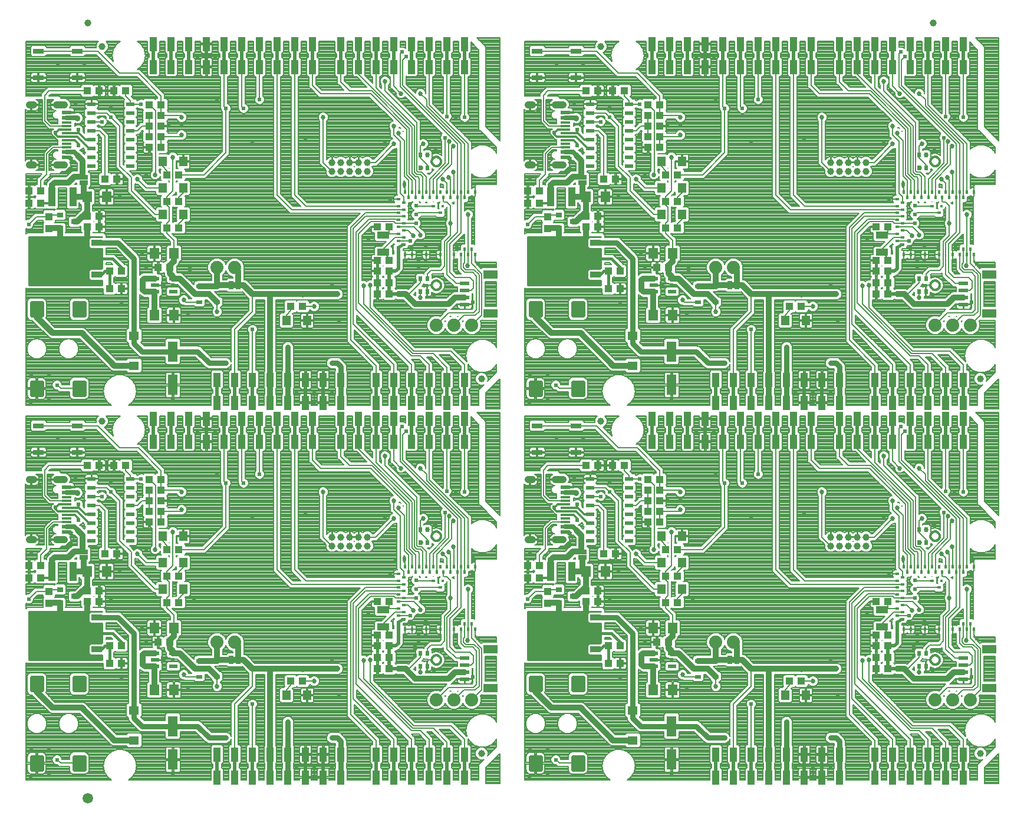
<source format=gtl>
G75*
%MOIN*%
%OFA0B0*%
%FSLAX25Y25*%
%IPPOS*%
%LPD*%
%AMOC8*
5,1,8,0,0,1.08239X$1,22.5*
%
%ADD10R,0.04331X0.03937*%
%ADD11R,0.05512X0.06299*%
%ADD12R,0.05512X0.11811*%
%ADD13R,0.03937X0.04331*%
%ADD14R,0.03543X0.03150*%
%ADD15R,0.06000X0.03300*%
%ADD16R,0.07000X0.12300*%
%ADD17C,0.03937*%
%ADD18R,0.03937X0.07874*%
%ADD19C,0.02000*%
%ADD20R,0.04724X0.05512*%
%ADD21R,0.05787X0.05000*%
%ADD22C,0.02362*%
%ADD23R,0.04724X0.02165*%
%ADD24R,0.07874X0.04724*%
%ADD25R,0.05315X0.02362*%
%ADD26R,0.05709X0.01181*%
%ADD27R,0.05709X0.02362*%
%ADD28R,0.05709X0.02165*%
%ADD29C,0.03937*%
%ADD30R,0.04724X0.02362*%
%ADD31R,0.06000X0.03000*%
%ADD32R,0.05000X0.02500*%
%ADD33R,0.03937X0.11024*%
%ADD34R,0.01575X0.02362*%
%ADD35R,0.02362X0.01575*%
%ADD36R,0.01378X0.01378*%
%ADD37R,0.03268X0.02480*%
%ADD38C,0.07400*%
%ADD39R,0.02500X0.05000*%
%ADD40R,0.01600X0.01000*%
%ADD41R,0.02055X0.02854*%
%ADD42C,0.01181*%
%ADD43R,0.00669X0.01969*%
%ADD44R,0.07087X0.03937*%
%ADD45C,0.05906*%
%ADD46C,0.00700*%
%ADD47C,0.02400*%
%ADD48C,0.00800*%
%ADD49C,0.02700*%
%ADD50C,0.01000*%
%ADD51C,0.01600*%
%ADD52C,0.03200*%
%ADD53C,0.03000*%
%ADD54C,0.02500*%
%ADD55C,0.01200*%
%ADD56C,0.01500*%
D10*
X0256654Y0218000D03*
X0263346Y0218000D03*
X0305654Y0225000D03*
X0305654Y0231500D03*
X0305654Y0238000D03*
X0305654Y0244000D03*
X0312346Y0244000D03*
X0312346Y0238000D03*
X0312346Y0231500D03*
X0312346Y0225000D03*
X0312346Y0263000D03*
X0305654Y0263000D03*
X0390654Y0276500D03*
X0397346Y0276500D03*
X0397346Y0283500D03*
X0390654Y0283500D03*
X0423654Y0269000D03*
X0423654Y0263000D03*
X0430346Y0263000D03*
X0430346Y0269000D03*
X0433654Y0290000D03*
X0440346Y0290000D03*
X0458654Y0308000D03*
X0458654Y0314000D03*
X0458654Y0320000D03*
X0458654Y0326000D03*
X0458654Y0332000D03*
X0465346Y0332000D03*
X0465346Y0326000D03*
X0465346Y0320000D03*
X0465346Y0314000D03*
X0465346Y0308000D03*
X0468654Y0292500D03*
X0475346Y0292500D03*
X0475346Y0277500D03*
X0468654Y0277500D03*
X0468654Y0262500D03*
X0475346Y0262500D03*
X0470346Y0240000D03*
X0463654Y0240000D03*
X0442846Y0238000D03*
X0436154Y0238000D03*
X0436154Y0228000D03*
X0442846Y0228000D03*
X0538654Y0218000D03*
X0545346Y0218000D03*
X0587654Y0225000D03*
X0587654Y0231500D03*
X0587654Y0238000D03*
X0587654Y0244000D03*
X0594346Y0244000D03*
X0594346Y0238000D03*
X0594346Y0231500D03*
X0594346Y0225000D03*
X0594346Y0263000D03*
X0587654Y0263000D03*
X0445346Y0340000D03*
X0438654Y0340000D03*
X0430346Y0340000D03*
X0423654Y0340000D03*
X0538654Y0430000D03*
X0545346Y0430000D03*
X0587654Y0437000D03*
X0587654Y0443500D03*
X0587654Y0450000D03*
X0587654Y0456000D03*
X0594346Y0456000D03*
X0594346Y0450000D03*
X0594346Y0443500D03*
X0594346Y0437000D03*
X0594346Y0475000D03*
X0587654Y0475000D03*
X0475346Y0474500D03*
X0468654Y0474500D03*
X0468654Y0489500D03*
X0475346Y0489500D03*
X0475346Y0504500D03*
X0468654Y0504500D03*
X0465346Y0520000D03*
X0465346Y0526000D03*
X0465346Y0532000D03*
X0465346Y0538000D03*
X0465346Y0544000D03*
X0458654Y0544000D03*
X0458654Y0538000D03*
X0458654Y0532000D03*
X0458654Y0526000D03*
X0458654Y0520000D03*
X0440346Y0502000D03*
X0433654Y0502000D03*
X0430346Y0481000D03*
X0430346Y0475000D03*
X0423654Y0475000D03*
X0423654Y0481000D03*
X0397346Y0488500D03*
X0390654Y0488500D03*
X0390654Y0495500D03*
X0397346Y0495500D03*
X0436154Y0450000D03*
X0442846Y0450000D03*
X0442846Y0440000D03*
X0436154Y0440000D03*
X0463654Y0452000D03*
X0470346Y0452000D03*
X0445346Y0552000D03*
X0438654Y0552000D03*
X0430346Y0552000D03*
X0423654Y0552000D03*
X0312346Y0475000D03*
X0305654Y0475000D03*
X0305654Y0456000D03*
X0305654Y0450000D03*
X0305654Y0443500D03*
X0305654Y0437000D03*
X0312346Y0437000D03*
X0312346Y0443500D03*
X0312346Y0450000D03*
X0312346Y0456000D03*
X0263346Y0430000D03*
X0256654Y0430000D03*
X0193346Y0474500D03*
X0186654Y0474500D03*
X0186654Y0489500D03*
X0193346Y0489500D03*
X0193346Y0504500D03*
X0186654Y0504500D03*
X0183346Y0520000D03*
X0183346Y0526000D03*
X0183346Y0532000D03*
X0183346Y0538000D03*
X0183346Y0544000D03*
X0176654Y0544000D03*
X0176654Y0538000D03*
X0176654Y0532000D03*
X0176654Y0526000D03*
X0176654Y0520000D03*
X0158346Y0502000D03*
X0151654Y0502000D03*
X0148346Y0481000D03*
X0148346Y0475000D03*
X0141654Y0475000D03*
X0141654Y0481000D03*
X0115346Y0488500D03*
X0108654Y0488500D03*
X0108654Y0495500D03*
X0115346Y0495500D03*
X0154154Y0450000D03*
X0160846Y0450000D03*
X0160846Y0440000D03*
X0154154Y0440000D03*
X0181654Y0452000D03*
X0188346Y0452000D03*
X0163346Y0552000D03*
X0156654Y0552000D03*
X0148346Y0552000D03*
X0141654Y0552000D03*
X0141654Y0340000D03*
X0148346Y0340000D03*
X0156654Y0340000D03*
X0163346Y0340000D03*
X0176654Y0332000D03*
X0176654Y0326000D03*
X0176654Y0320000D03*
X0176654Y0314000D03*
X0176654Y0308000D03*
X0183346Y0308000D03*
X0183346Y0314000D03*
X0183346Y0320000D03*
X0183346Y0326000D03*
X0183346Y0332000D03*
X0186654Y0292500D03*
X0193346Y0292500D03*
X0193346Y0277500D03*
X0186654Y0277500D03*
X0186654Y0262500D03*
X0193346Y0262500D03*
X0188346Y0240000D03*
X0181654Y0240000D03*
X0160846Y0238000D03*
X0154154Y0238000D03*
X0154154Y0228000D03*
X0160846Y0228000D03*
X0148346Y0263000D03*
X0148346Y0269000D03*
X0141654Y0269000D03*
X0141654Y0263000D03*
X0151654Y0290000D03*
X0158346Y0290000D03*
X0115346Y0283500D03*
X0108654Y0283500D03*
X0108654Y0276500D03*
X0115346Y0276500D03*
D11*
X0141488Y0280000D03*
X0152512Y0280000D03*
X0179488Y0248000D03*
X0190512Y0248000D03*
X0190512Y0213000D03*
X0179488Y0213000D03*
X0423488Y0280000D03*
X0434512Y0280000D03*
X0461488Y0248000D03*
X0472512Y0248000D03*
X0472512Y0213000D03*
X0461488Y0213000D03*
X0461488Y0425000D03*
X0472512Y0425000D03*
X0472512Y0460000D03*
X0461488Y0460000D03*
X0434512Y0492000D03*
X0423488Y0492000D03*
X0190512Y0460000D03*
X0179488Y0460000D03*
X0152512Y0492000D03*
X0141488Y0492000D03*
X0179488Y0425000D03*
X0190512Y0425000D03*
D12*
X0190000Y0404449D03*
X0190000Y0385551D03*
X0190000Y0192449D03*
X0190000Y0173551D03*
X0472000Y0173551D03*
X0472000Y0192449D03*
X0472000Y0385551D03*
X0472000Y0404449D03*
D13*
X0402000Y0474154D03*
X0402000Y0480846D03*
X0402000Y0268846D03*
X0402000Y0262154D03*
X0120000Y0262154D03*
X0120000Y0268846D03*
X0120000Y0474154D03*
X0120000Y0480846D03*
D14*
X0126063Y0481740D03*
X0126063Y0474260D03*
X0134331Y0478000D03*
X0126063Y0269740D03*
X0134331Y0266000D03*
X0126063Y0262260D03*
X0408063Y0262260D03*
X0408063Y0269740D03*
X0416331Y0266000D03*
X0408063Y0474260D03*
X0408063Y0481740D03*
X0416331Y0478000D03*
D15*
X0428890Y0466010D03*
X0428890Y0457000D03*
X0428890Y0448060D03*
X0428890Y0254010D03*
X0428890Y0245000D03*
X0428890Y0236060D03*
X0146890Y0236060D03*
X0146890Y0245000D03*
X0146890Y0254010D03*
X0146890Y0448060D03*
X0146890Y0457000D03*
X0146890Y0466010D03*
D16*
X0123500Y0457000D03*
X0123500Y0245000D03*
X0405500Y0245000D03*
X0405500Y0457000D03*
D17*
X0364500Y0389000D03*
X0432000Y0365000D03*
X0562000Y0299500D03*
X0562000Y0294500D03*
X0567000Y0294500D03*
X0567000Y0299500D03*
X0572000Y0299500D03*
X0577000Y0299500D03*
X0577000Y0294500D03*
X0572000Y0294500D03*
X0582000Y0294500D03*
X0582000Y0299500D03*
X0646500Y0389000D03*
X0582000Y0506500D03*
X0582000Y0511500D03*
X0577000Y0511500D03*
X0572000Y0511500D03*
X0572000Y0506500D03*
X0577000Y0506500D03*
X0567000Y0506500D03*
X0567000Y0511500D03*
X0562000Y0511500D03*
X0562000Y0506500D03*
X0620000Y0590250D03*
X0432000Y0577000D03*
X0300000Y0511500D03*
X0295000Y0511500D03*
X0295000Y0506500D03*
X0300000Y0506500D03*
X0290000Y0506500D03*
X0285000Y0506500D03*
X0285000Y0511500D03*
X0290000Y0511500D03*
X0280000Y0511500D03*
X0280000Y0506500D03*
X0150000Y0577000D03*
X0142000Y0590250D03*
X0150000Y0365000D03*
X0280000Y0299500D03*
X0280000Y0294500D03*
X0285000Y0294500D03*
X0290000Y0294500D03*
X0290000Y0299500D03*
X0285000Y0299500D03*
X0295000Y0299500D03*
X0300000Y0299500D03*
X0300000Y0294500D03*
X0295000Y0294500D03*
X0364500Y0177000D03*
X0646500Y0177000D03*
D18*
X0637000Y0176496D03*
X0627000Y0176496D03*
X0617000Y0176496D03*
X0607000Y0176496D03*
X0597000Y0176496D03*
X0587000Y0176496D03*
X0587000Y0163504D03*
X0597000Y0163504D03*
X0607000Y0163504D03*
X0617000Y0163504D03*
X0627000Y0163504D03*
X0637000Y0163504D03*
X0567000Y0163504D03*
X0557000Y0163504D03*
X0547000Y0163504D03*
X0537000Y0163504D03*
X0527000Y0163504D03*
X0517000Y0163504D03*
X0507000Y0163504D03*
X0497000Y0163504D03*
X0497000Y0176496D03*
X0507000Y0176496D03*
X0517000Y0176496D03*
X0527000Y0176496D03*
X0537000Y0176496D03*
X0547000Y0176496D03*
X0557000Y0176496D03*
X0567000Y0176496D03*
X0355000Y0176496D03*
X0345000Y0176496D03*
X0335000Y0176496D03*
X0325000Y0176496D03*
X0315000Y0176496D03*
X0305000Y0176496D03*
X0305000Y0163504D03*
X0315000Y0163504D03*
X0325000Y0163504D03*
X0335000Y0163504D03*
X0345000Y0163504D03*
X0355000Y0163504D03*
X0285000Y0163504D03*
X0275000Y0163504D03*
X0265000Y0163504D03*
X0255000Y0163504D03*
X0245000Y0163504D03*
X0235000Y0163504D03*
X0225000Y0163504D03*
X0215000Y0163504D03*
X0215000Y0176496D03*
X0225000Y0176496D03*
X0235000Y0176496D03*
X0245000Y0176496D03*
X0255000Y0176496D03*
X0265000Y0176496D03*
X0275000Y0176496D03*
X0285000Y0176496D03*
X0285000Y0353504D03*
X0295000Y0353504D03*
X0305000Y0353504D03*
X0315000Y0353504D03*
X0325000Y0353504D03*
X0335000Y0353504D03*
X0345000Y0353504D03*
X0355000Y0353504D03*
X0355000Y0366496D03*
X0355000Y0375504D03*
X0345000Y0375504D03*
X0345000Y0366496D03*
X0335000Y0366496D03*
X0335000Y0375504D03*
X0325000Y0375504D03*
X0325000Y0366496D03*
X0315000Y0366496D03*
X0315000Y0375504D03*
X0305000Y0375504D03*
X0305000Y0366496D03*
X0295000Y0366496D03*
X0285000Y0366496D03*
X0285000Y0375504D03*
X0275000Y0375504D03*
X0265000Y0375504D03*
X0269000Y0366496D03*
X0259000Y0366496D03*
X0255000Y0375504D03*
X0249000Y0366496D03*
X0245000Y0375504D03*
X0235000Y0375504D03*
X0239000Y0366496D03*
X0229000Y0366496D03*
X0225000Y0375504D03*
X0219000Y0366496D03*
X0215000Y0375504D03*
X0209000Y0366496D03*
X0199000Y0366496D03*
X0189000Y0366496D03*
X0179000Y0366496D03*
X0179000Y0353504D03*
X0189000Y0353504D03*
X0199000Y0353504D03*
X0209000Y0353504D03*
X0219000Y0353504D03*
X0229000Y0353504D03*
X0239000Y0353504D03*
X0249000Y0353504D03*
X0259000Y0353504D03*
X0269000Y0353504D03*
X0265000Y0388496D03*
X0255000Y0388496D03*
X0245000Y0388496D03*
X0235000Y0388496D03*
X0225000Y0388496D03*
X0215000Y0388496D03*
X0275000Y0388496D03*
X0285000Y0388496D03*
X0305000Y0388496D03*
X0315000Y0388496D03*
X0325000Y0388496D03*
X0335000Y0388496D03*
X0345000Y0388496D03*
X0355000Y0388496D03*
X0461000Y0366496D03*
X0471000Y0366496D03*
X0481000Y0366496D03*
X0491000Y0366496D03*
X0497000Y0375504D03*
X0501000Y0366496D03*
X0511000Y0366496D03*
X0507000Y0375504D03*
X0517000Y0375504D03*
X0521000Y0366496D03*
X0531000Y0366496D03*
X0527000Y0375504D03*
X0537000Y0375504D03*
X0541000Y0366496D03*
X0551000Y0366496D03*
X0547000Y0375504D03*
X0557000Y0375504D03*
X0567000Y0375504D03*
X0567000Y0366496D03*
X0577000Y0366496D03*
X0587000Y0366496D03*
X0587000Y0375504D03*
X0597000Y0375504D03*
X0597000Y0366496D03*
X0607000Y0366496D03*
X0607000Y0375504D03*
X0617000Y0375504D03*
X0617000Y0366496D03*
X0627000Y0366496D03*
X0627000Y0375504D03*
X0637000Y0375504D03*
X0637000Y0366496D03*
X0637000Y0353504D03*
X0627000Y0353504D03*
X0617000Y0353504D03*
X0607000Y0353504D03*
X0597000Y0353504D03*
X0587000Y0353504D03*
X0577000Y0353504D03*
X0567000Y0353504D03*
X0551000Y0353504D03*
X0541000Y0353504D03*
X0531000Y0353504D03*
X0521000Y0353504D03*
X0511000Y0353504D03*
X0501000Y0353504D03*
X0491000Y0353504D03*
X0481000Y0353504D03*
X0471000Y0353504D03*
X0461000Y0353504D03*
X0497000Y0388496D03*
X0507000Y0388496D03*
X0517000Y0388496D03*
X0527000Y0388496D03*
X0537000Y0388496D03*
X0547000Y0388496D03*
X0557000Y0388496D03*
X0567000Y0388496D03*
X0587000Y0388496D03*
X0597000Y0388496D03*
X0607000Y0388496D03*
X0617000Y0388496D03*
X0627000Y0388496D03*
X0637000Y0388496D03*
X0637000Y0565504D03*
X0627000Y0565504D03*
X0617000Y0565504D03*
X0607000Y0565504D03*
X0597000Y0565504D03*
X0587000Y0565504D03*
X0577000Y0565504D03*
X0567000Y0565504D03*
X0567000Y0578496D03*
X0577000Y0578496D03*
X0587000Y0578496D03*
X0597000Y0578496D03*
X0607000Y0578496D03*
X0617000Y0578496D03*
X0627000Y0578496D03*
X0637000Y0578496D03*
X0551000Y0578496D03*
X0541000Y0578496D03*
X0531000Y0578496D03*
X0521000Y0578496D03*
X0511000Y0578496D03*
X0501000Y0578496D03*
X0491000Y0578496D03*
X0481000Y0578496D03*
X0471000Y0578496D03*
X0461000Y0578496D03*
X0461000Y0565504D03*
X0471000Y0565504D03*
X0481000Y0565504D03*
X0491000Y0565504D03*
X0501000Y0565504D03*
X0511000Y0565504D03*
X0521000Y0565504D03*
X0531000Y0565504D03*
X0541000Y0565504D03*
X0551000Y0565504D03*
X0355000Y0565504D03*
X0345000Y0565504D03*
X0335000Y0565504D03*
X0325000Y0565504D03*
X0315000Y0565504D03*
X0305000Y0565504D03*
X0295000Y0565504D03*
X0285000Y0565504D03*
X0285000Y0578496D03*
X0295000Y0578496D03*
X0305000Y0578496D03*
X0315000Y0578496D03*
X0325000Y0578496D03*
X0335000Y0578496D03*
X0345000Y0578496D03*
X0355000Y0578496D03*
X0269000Y0578496D03*
X0259000Y0578496D03*
X0249000Y0578496D03*
X0239000Y0578496D03*
X0229000Y0578496D03*
X0219000Y0578496D03*
X0209000Y0578496D03*
X0199000Y0578496D03*
X0189000Y0578496D03*
X0179000Y0578496D03*
X0179000Y0565504D03*
X0189000Y0565504D03*
X0199000Y0565504D03*
X0209000Y0565504D03*
X0219000Y0565504D03*
X0229000Y0565504D03*
X0239000Y0565504D03*
X0249000Y0565504D03*
X0259000Y0565504D03*
X0269000Y0565504D03*
D19*
X0269000Y0578496D01*
X0259000Y0578496D02*
X0259000Y0565504D01*
X0249000Y0565504D02*
X0249000Y0578496D01*
X0239000Y0578496D02*
X0239000Y0565504D01*
X0229000Y0565504D02*
X0229000Y0578496D01*
X0219000Y0578496D02*
X0219000Y0565504D01*
X0209000Y0565504D02*
X0209000Y0578496D01*
X0199000Y0578496D02*
X0199000Y0565504D01*
X0189000Y0565504D02*
X0189000Y0578496D01*
X0179000Y0578496D02*
X0179000Y0565504D01*
X0131197Y0514303D02*
X0134000Y0511500D01*
X0132331Y0508431D02*
X0130000Y0506100D01*
X0190000Y0445859D02*
X0190119Y0445740D01*
X0179881Y0438260D02*
X0179488Y0437867D01*
X0215000Y0388496D02*
X0215000Y0375504D01*
X0219000Y0366496D02*
X0219000Y0353504D01*
X0209000Y0353504D02*
X0209000Y0366496D01*
X0199000Y0366496D02*
X0199000Y0353504D01*
X0189000Y0353504D02*
X0189000Y0366496D01*
X0179000Y0366496D02*
X0179000Y0353504D01*
X0229000Y0353504D02*
X0229000Y0366496D01*
X0225000Y0375504D02*
X0225000Y0388496D01*
X0235000Y0388496D02*
X0235000Y0375504D01*
X0239000Y0366496D02*
X0239000Y0353504D01*
X0249000Y0353504D02*
X0249000Y0366496D01*
X0245000Y0375504D02*
X0245000Y0388496D01*
X0255000Y0388496D02*
X0255000Y0375504D01*
X0259000Y0366496D02*
X0259000Y0353504D01*
X0269000Y0353504D02*
X0269000Y0366496D01*
X0265000Y0375504D02*
X0265000Y0388496D01*
X0275000Y0388496D02*
X0275000Y0375504D01*
X0285000Y0375504D02*
X0285000Y0388496D01*
X0305000Y0388496D02*
X0305000Y0375504D01*
X0305000Y0366496D02*
X0305000Y0353504D01*
X0295000Y0353504D02*
X0295000Y0366496D01*
X0285000Y0366496D02*
X0285000Y0353504D01*
X0315000Y0353504D02*
X0315000Y0366496D01*
X0315000Y0375504D02*
X0315000Y0388496D01*
X0325000Y0388496D02*
X0325000Y0375504D01*
X0325000Y0366496D02*
X0325000Y0353504D01*
X0335000Y0353504D02*
X0335000Y0366496D01*
X0335000Y0375504D02*
X0335000Y0388496D01*
X0345000Y0388496D02*
X0345000Y0375504D01*
X0345000Y0366496D02*
X0345000Y0353504D01*
X0355000Y0353504D02*
X0355000Y0366496D01*
X0355000Y0375504D02*
X0355000Y0388496D01*
X0317500Y0437000D02*
X0312346Y0437000D01*
X0312346Y0443500D01*
X0312346Y0450000D01*
X0316000Y0450000D01*
X0317500Y0451500D01*
X0317500Y0463161D01*
X0317441Y0463220D01*
X0412000Y0506100D02*
X0414331Y0508431D01*
X0416000Y0511500D02*
X0413197Y0514303D01*
X0461000Y0565504D02*
X0461000Y0578496D01*
X0471000Y0578496D02*
X0471000Y0565504D01*
X0481000Y0565504D02*
X0481000Y0578496D01*
X0491000Y0578496D02*
X0491000Y0565504D01*
X0501000Y0565504D02*
X0501000Y0578496D01*
X0511000Y0578496D02*
X0511000Y0565504D01*
X0521000Y0565504D02*
X0521000Y0578496D01*
X0531000Y0578496D02*
X0531000Y0565504D01*
X0541000Y0565504D02*
X0541000Y0578496D01*
X0551000Y0578496D02*
X0551000Y0565504D01*
X0567000Y0565504D02*
X0567000Y0578496D01*
X0577000Y0578496D02*
X0577000Y0565504D01*
X0587000Y0565504D02*
X0587000Y0578496D01*
X0597000Y0578496D02*
X0597000Y0565504D01*
X0607000Y0565504D02*
X0607000Y0578496D01*
X0617000Y0578496D02*
X0617000Y0565504D01*
X0627000Y0565504D02*
X0627000Y0578496D01*
X0637000Y0578496D02*
X0637000Y0565504D01*
X0599441Y0463220D02*
X0599500Y0463161D01*
X0599500Y0451500D01*
X0598000Y0450000D01*
X0594346Y0450000D01*
X0594346Y0443500D01*
X0594346Y0437000D01*
X0599500Y0437000D01*
X0597000Y0388496D02*
X0597000Y0375504D01*
X0597000Y0366496D02*
X0597000Y0353504D01*
X0587000Y0353504D02*
X0587000Y0366496D01*
X0587000Y0375504D02*
X0587000Y0388496D01*
X0607000Y0388496D02*
X0607000Y0375504D01*
X0607000Y0366496D02*
X0607000Y0353504D01*
X0617000Y0353504D02*
X0617000Y0366496D01*
X0617000Y0375504D02*
X0617000Y0388496D01*
X0627000Y0388496D02*
X0627000Y0375504D01*
X0627000Y0366496D02*
X0627000Y0353504D01*
X0637000Y0353504D02*
X0637000Y0366496D01*
X0637000Y0375504D02*
X0637000Y0388496D01*
X0577000Y0366496D02*
X0577000Y0353504D01*
X0567000Y0353504D02*
X0567000Y0366496D01*
X0567000Y0375504D02*
X0567000Y0388496D01*
X0557000Y0388496D02*
X0557000Y0375504D01*
X0547000Y0375504D02*
X0547000Y0388496D01*
X0537000Y0388496D02*
X0537000Y0375504D01*
X0541000Y0366496D02*
X0541000Y0353504D01*
X0551000Y0353504D02*
X0551000Y0366496D01*
X0531000Y0366496D02*
X0531000Y0353504D01*
X0521000Y0353504D02*
X0521000Y0366496D01*
X0517000Y0375504D02*
X0517000Y0388496D01*
X0527000Y0388496D02*
X0527000Y0375504D01*
X0511000Y0366496D02*
X0511000Y0353504D01*
X0501000Y0353504D02*
X0501000Y0366496D01*
X0497000Y0375504D02*
X0497000Y0388496D01*
X0507000Y0388496D02*
X0507000Y0375504D01*
X0491000Y0366496D02*
X0491000Y0353504D01*
X0481000Y0353504D02*
X0481000Y0366496D01*
X0471000Y0366496D02*
X0471000Y0353504D01*
X0461000Y0353504D02*
X0461000Y0366496D01*
X0461488Y0437867D02*
X0461881Y0438260D01*
X0472000Y0445859D02*
X0472119Y0445740D01*
X0355000Y0565504D02*
X0355000Y0578496D01*
X0345000Y0578496D02*
X0345000Y0565504D01*
X0335000Y0565504D02*
X0335000Y0578496D01*
X0325000Y0578496D02*
X0325000Y0565504D01*
X0315000Y0565504D02*
X0315000Y0578496D01*
X0305000Y0578496D02*
X0305000Y0565504D01*
X0295000Y0565504D02*
X0295000Y0578496D01*
X0285000Y0578496D02*
X0285000Y0565504D01*
X0413197Y0302303D02*
X0416000Y0299500D01*
X0414331Y0296431D02*
X0412000Y0294100D01*
X0472000Y0233859D02*
X0472119Y0233740D01*
X0461881Y0226260D02*
X0461488Y0225867D01*
X0497000Y0176496D02*
X0497000Y0163504D01*
X0507000Y0163504D02*
X0507000Y0176496D01*
X0517000Y0176496D02*
X0517000Y0163504D01*
X0527000Y0163504D02*
X0527000Y0176496D01*
X0537000Y0176496D02*
X0537000Y0163504D01*
X0547000Y0163504D02*
X0547000Y0176496D01*
X0557000Y0176496D02*
X0557000Y0163504D01*
X0567000Y0163504D02*
X0567000Y0176496D01*
X0587000Y0176496D02*
X0587000Y0163504D01*
X0597000Y0163504D02*
X0597000Y0176496D01*
X0607000Y0176496D02*
X0607000Y0163504D01*
X0617000Y0163504D02*
X0617000Y0176496D01*
X0627000Y0176496D02*
X0627000Y0163504D01*
X0637000Y0163504D02*
X0637000Y0176496D01*
X0599500Y0225000D02*
X0594346Y0225000D01*
X0594346Y0231500D01*
X0594346Y0238000D01*
X0598000Y0238000D01*
X0599500Y0239500D01*
X0599500Y0251161D01*
X0599441Y0251220D01*
X0355000Y0176496D02*
X0355000Y0163504D01*
X0345000Y0163504D02*
X0345000Y0176496D01*
X0335000Y0176496D02*
X0335000Y0163504D01*
X0325000Y0163504D02*
X0325000Y0176496D01*
X0315000Y0176496D02*
X0315000Y0163504D01*
X0305000Y0163504D02*
X0305000Y0176496D01*
X0285000Y0176496D02*
X0285000Y0163504D01*
X0275000Y0163504D02*
X0275000Y0176496D01*
X0265000Y0176496D02*
X0265000Y0163504D01*
X0255000Y0163504D02*
X0255000Y0176496D01*
X0245000Y0176496D02*
X0245000Y0163504D01*
X0235000Y0163504D02*
X0235000Y0176496D01*
X0225000Y0176496D02*
X0225000Y0163504D01*
X0215000Y0163504D02*
X0215000Y0176496D01*
X0179488Y0225867D02*
X0179881Y0226260D01*
X0190000Y0233859D02*
X0190119Y0233740D01*
X0130000Y0294100D02*
X0132331Y0296431D01*
X0134000Y0299500D02*
X0131197Y0302303D01*
X0312346Y0238000D02*
X0312346Y0231500D01*
X0312346Y0225000D01*
X0317500Y0225000D01*
X0316000Y0238000D02*
X0312346Y0238000D01*
X0316000Y0238000D02*
X0317500Y0239500D01*
X0317500Y0251161D01*
X0317441Y0251220D01*
D20*
X0265906Y0210000D03*
X0254094Y0210000D03*
X0195906Y0270000D03*
X0184094Y0270000D03*
X0184094Y0285000D03*
X0195906Y0285000D03*
X0195906Y0300000D03*
X0184094Y0300000D03*
X0254094Y0422000D03*
X0265906Y0422000D03*
X0195906Y0482000D03*
X0184094Y0482000D03*
X0184094Y0497000D03*
X0195906Y0497000D03*
X0195906Y0512000D03*
X0184094Y0512000D03*
X0466094Y0512000D03*
X0477906Y0512000D03*
X0477906Y0497000D03*
X0466094Y0497000D03*
X0466094Y0482000D03*
X0477906Y0482000D03*
X0536094Y0422000D03*
X0547906Y0422000D03*
X0477906Y0300000D03*
X0466094Y0300000D03*
X0466094Y0285000D03*
X0477906Y0285000D03*
X0477906Y0270000D03*
X0466094Y0270000D03*
X0536094Y0210000D03*
X0547906Y0210000D03*
D21*
X0450000Y0201465D03*
X0450000Y0184535D03*
X0450000Y0396535D03*
X0450000Y0413465D03*
X0168000Y0413465D03*
X0168000Y0396535D03*
X0168000Y0201465D03*
X0168000Y0184535D03*
D22*
X0139772Y0168016D02*
X0134260Y0168016D01*
X0134260Y0175102D01*
X0139772Y0175102D01*
X0139772Y0168016D01*
X0139772Y0170260D02*
X0134260Y0170260D01*
X0134260Y0172504D02*
X0139772Y0172504D01*
X0139772Y0174748D02*
X0134260Y0174748D01*
X0115756Y0168016D02*
X0110244Y0168016D01*
X0110244Y0175102D01*
X0115756Y0175102D01*
X0115756Y0168016D01*
X0115756Y0170260D02*
X0110244Y0170260D01*
X0110244Y0172504D02*
X0115756Y0172504D01*
X0115756Y0174748D02*
X0110244Y0174748D01*
X0110244Y0212898D02*
X0115756Y0212898D01*
X0110244Y0212898D02*
X0110244Y0219984D01*
X0115756Y0219984D01*
X0115756Y0212898D01*
X0115756Y0215142D02*
X0110244Y0215142D01*
X0110244Y0217386D02*
X0115756Y0217386D01*
X0115756Y0219630D02*
X0110244Y0219630D01*
X0134260Y0212898D02*
X0139772Y0212898D01*
X0134260Y0212898D02*
X0134260Y0219984D01*
X0139772Y0219984D01*
X0139772Y0212898D01*
X0139772Y0215142D02*
X0134260Y0215142D01*
X0134260Y0217386D02*
X0139772Y0217386D01*
X0139772Y0219630D02*
X0134260Y0219630D01*
X0134260Y0380016D02*
X0139772Y0380016D01*
X0134260Y0380016D02*
X0134260Y0387102D01*
X0139772Y0387102D01*
X0139772Y0380016D01*
X0139772Y0382260D02*
X0134260Y0382260D01*
X0134260Y0384504D02*
X0139772Y0384504D01*
X0139772Y0386748D02*
X0134260Y0386748D01*
X0115756Y0380016D02*
X0110244Y0380016D01*
X0110244Y0387102D01*
X0115756Y0387102D01*
X0115756Y0380016D01*
X0115756Y0382260D02*
X0110244Y0382260D01*
X0110244Y0384504D02*
X0115756Y0384504D01*
X0115756Y0386748D02*
X0110244Y0386748D01*
X0110244Y0424898D02*
X0115756Y0424898D01*
X0110244Y0424898D02*
X0110244Y0431984D01*
X0115756Y0431984D01*
X0115756Y0424898D01*
X0115756Y0427142D02*
X0110244Y0427142D01*
X0110244Y0429386D02*
X0115756Y0429386D01*
X0115756Y0431630D02*
X0110244Y0431630D01*
X0134260Y0424898D02*
X0139772Y0424898D01*
X0134260Y0424898D02*
X0134260Y0431984D01*
X0139772Y0431984D01*
X0139772Y0424898D01*
X0139772Y0427142D02*
X0134260Y0427142D01*
X0134260Y0429386D02*
X0139772Y0429386D01*
X0139772Y0431630D02*
X0134260Y0431630D01*
X0392244Y0424898D02*
X0397756Y0424898D01*
X0392244Y0424898D02*
X0392244Y0431984D01*
X0397756Y0431984D01*
X0397756Y0424898D01*
X0397756Y0427142D02*
X0392244Y0427142D01*
X0392244Y0429386D02*
X0397756Y0429386D01*
X0397756Y0431630D02*
X0392244Y0431630D01*
X0416260Y0424898D02*
X0421772Y0424898D01*
X0416260Y0424898D02*
X0416260Y0431984D01*
X0421772Y0431984D01*
X0421772Y0424898D01*
X0421772Y0427142D02*
X0416260Y0427142D01*
X0416260Y0429386D02*
X0421772Y0429386D01*
X0421772Y0431630D02*
X0416260Y0431630D01*
X0416260Y0380016D02*
X0421772Y0380016D01*
X0416260Y0380016D02*
X0416260Y0387102D01*
X0421772Y0387102D01*
X0421772Y0380016D01*
X0421772Y0382260D02*
X0416260Y0382260D01*
X0416260Y0384504D02*
X0421772Y0384504D01*
X0421772Y0386748D02*
X0416260Y0386748D01*
X0397756Y0380016D02*
X0392244Y0380016D01*
X0392244Y0387102D01*
X0397756Y0387102D01*
X0397756Y0380016D01*
X0397756Y0382260D02*
X0392244Y0382260D01*
X0392244Y0384504D02*
X0397756Y0384504D01*
X0397756Y0386748D02*
X0392244Y0386748D01*
X0392244Y0212898D02*
X0397756Y0212898D01*
X0392244Y0212898D02*
X0392244Y0219984D01*
X0397756Y0219984D01*
X0397756Y0212898D01*
X0397756Y0215142D02*
X0392244Y0215142D01*
X0392244Y0217386D02*
X0397756Y0217386D01*
X0397756Y0219630D02*
X0392244Y0219630D01*
X0416260Y0212898D02*
X0421772Y0212898D01*
X0416260Y0212898D02*
X0416260Y0219984D01*
X0421772Y0219984D01*
X0421772Y0212898D01*
X0421772Y0215142D02*
X0416260Y0215142D01*
X0416260Y0217386D02*
X0421772Y0217386D01*
X0421772Y0219630D02*
X0416260Y0219630D01*
X0416260Y0168016D02*
X0421772Y0168016D01*
X0416260Y0168016D02*
X0416260Y0175102D01*
X0421772Y0175102D01*
X0421772Y0168016D01*
X0421772Y0170260D02*
X0416260Y0170260D01*
X0416260Y0172504D02*
X0421772Y0172504D01*
X0421772Y0174748D02*
X0416260Y0174748D01*
X0397756Y0168016D02*
X0392244Y0168016D01*
X0392244Y0175102D01*
X0397756Y0175102D01*
X0397756Y0168016D01*
X0397756Y0170260D02*
X0392244Y0170260D01*
X0392244Y0172504D02*
X0397756Y0172504D01*
X0397756Y0174748D02*
X0392244Y0174748D01*
D23*
X0461881Y0226260D03*
X0461881Y0230000D03*
X0461881Y0233740D03*
X0472119Y0233740D03*
X0472119Y0226260D03*
X0472119Y0438260D03*
X0472119Y0445740D03*
X0461881Y0445740D03*
X0461881Y0442000D03*
X0461881Y0438260D03*
X0190119Y0438260D03*
X0179881Y0438260D03*
X0179881Y0442000D03*
X0179881Y0445740D03*
X0190119Y0445740D03*
X0190119Y0233740D03*
X0190119Y0226260D03*
X0179881Y0226260D03*
X0179881Y0230000D03*
X0179881Y0233740D03*
D24*
X0369469Y0236024D03*
X0369469Y0213976D03*
X0369469Y0425976D03*
X0369469Y0448024D03*
X0651469Y0448024D03*
X0651469Y0425976D03*
X0651469Y0236024D03*
X0651469Y0213976D03*
D25*
X0637000Y0219094D03*
X0637000Y0223031D03*
X0637000Y0226969D03*
X0637000Y0230906D03*
X0637000Y0431094D03*
X0637000Y0435031D03*
X0637000Y0438969D03*
X0637000Y0442906D03*
X0355000Y0442906D03*
X0355000Y0438969D03*
X0355000Y0435031D03*
X0355000Y0431094D03*
X0355000Y0230906D03*
X0355000Y0226969D03*
X0355000Y0223031D03*
X0355000Y0219094D03*
D26*
X0412000Y0308110D03*
X0412000Y0310079D03*
X0412000Y0312047D03*
X0412000Y0314016D03*
X0412000Y0315984D03*
X0412000Y0317953D03*
X0412000Y0319921D03*
X0412000Y0321890D03*
X0412000Y0520110D03*
X0412000Y0522079D03*
X0412000Y0524047D03*
X0412000Y0526016D03*
X0412000Y0527984D03*
X0412000Y0529953D03*
X0412000Y0531921D03*
X0412000Y0533890D03*
X0130000Y0533890D03*
X0130000Y0531921D03*
X0130000Y0529953D03*
X0130000Y0527984D03*
X0130000Y0526016D03*
X0130000Y0524047D03*
X0130000Y0522079D03*
X0130000Y0520110D03*
X0130000Y0321890D03*
X0130000Y0319921D03*
X0130000Y0317953D03*
X0130000Y0315984D03*
X0130000Y0314016D03*
X0130000Y0312047D03*
X0130000Y0310079D03*
X0130000Y0308110D03*
D27*
X0130000Y0302303D03*
X0130000Y0327697D03*
X0130000Y0514303D03*
X0130000Y0539697D03*
X0412000Y0539697D03*
X0412000Y0514303D03*
X0412000Y0327697D03*
X0412000Y0302303D03*
D28*
X0412000Y0305354D03*
X0412000Y0324646D03*
X0412000Y0517354D03*
X0412000Y0536646D03*
X0130000Y0536646D03*
X0130000Y0517354D03*
X0130000Y0324646D03*
X0130000Y0305354D03*
D29*
X0128564Y0297992D02*
X0128564Y0297992D01*
X0124232Y0297992D01*
X0124232Y0297992D01*
X0128564Y0297992D01*
X0111122Y0297992D02*
X0111122Y0297992D01*
X0108760Y0297992D01*
X0108760Y0297992D01*
X0111122Y0297992D01*
X0111122Y0332008D02*
X0111122Y0332008D01*
X0108760Y0332008D01*
X0108760Y0332008D01*
X0111122Y0332008D01*
X0128564Y0332008D02*
X0128564Y0332008D01*
X0124232Y0332008D01*
X0124232Y0332008D01*
X0128564Y0332008D01*
X0128564Y0509992D02*
X0128564Y0509992D01*
X0124232Y0509992D01*
X0124232Y0509992D01*
X0128564Y0509992D01*
X0111122Y0509992D02*
X0111122Y0509992D01*
X0108760Y0509992D01*
X0108760Y0509992D01*
X0111122Y0509992D01*
X0111122Y0544008D02*
X0111122Y0544008D01*
X0108760Y0544008D01*
X0108760Y0544008D01*
X0111122Y0544008D01*
X0128564Y0544008D02*
X0128564Y0544008D01*
X0124232Y0544008D01*
X0124232Y0544008D01*
X0128564Y0544008D01*
X0393122Y0544008D02*
X0393122Y0544008D01*
X0390760Y0544008D01*
X0390760Y0544008D01*
X0393122Y0544008D01*
X0410564Y0544008D02*
X0410564Y0544008D01*
X0406232Y0544008D01*
X0406232Y0544008D01*
X0410564Y0544008D01*
X0410564Y0509992D02*
X0410564Y0509992D01*
X0406232Y0509992D01*
X0406232Y0509992D01*
X0410564Y0509992D01*
X0393122Y0509992D02*
X0393122Y0509992D01*
X0390760Y0509992D01*
X0390760Y0509992D01*
X0393122Y0509992D01*
X0393122Y0332008D02*
X0393122Y0332008D01*
X0390760Y0332008D01*
X0390760Y0332008D01*
X0393122Y0332008D01*
X0410564Y0332008D02*
X0410564Y0332008D01*
X0406232Y0332008D01*
X0406232Y0332008D01*
X0410564Y0332008D01*
X0410564Y0297992D02*
X0410564Y0297992D01*
X0406232Y0297992D01*
X0406232Y0297992D01*
X0410564Y0297992D01*
X0393122Y0297992D02*
X0393122Y0297992D01*
X0390760Y0297992D01*
X0390760Y0297992D01*
X0393122Y0297992D01*
D30*
X0425976Y0297500D03*
X0425976Y0302500D03*
X0425976Y0307500D03*
X0425976Y0312500D03*
X0425976Y0317500D03*
X0425976Y0322500D03*
X0425976Y0327500D03*
X0425976Y0332500D03*
X0448024Y0332500D03*
X0448024Y0327500D03*
X0448024Y0322500D03*
X0448024Y0317500D03*
X0448024Y0312500D03*
X0448024Y0307500D03*
X0448024Y0302500D03*
X0448024Y0297500D03*
X0448024Y0509500D03*
X0448024Y0514500D03*
X0448024Y0519500D03*
X0448024Y0524500D03*
X0448024Y0529500D03*
X0448024Y0534500D03*
X0448024Y0539500D03*
X0448024Y0544500D03*
X0425976Y0544500D03*
X0425976Y0539500D03*
X0425976Y0534500D03*
X0425976Y0529500D03*
X0425976Y0524500D03*
X0425976Y0519500D03*
X0425976Y0514500D03*
X0425976Y0509500D03*
X0166024Y0509500D03*
X0166024Y0514500D03*
X0166024Y0519500D03*
X0166024Y0524500D03*
X0166024Y0529500D03*
X0166024Y0534500D03*
X0166024Y0539500D03*
X0166024Y0544500D03*
X0143976Y0544500D03*
X0143976Y0539500D03*
X0143976Y0534500D03*
X0143976Y0529500D03*
X0143976Y0524500D03*
X0143976Y0519500D03*
X0143976Y0514500D03*
X0143976Y0509500D03*
X0143976Y0332500D03*
X0143976Y0327500D03*
X0143976Y0322500D03*
X0143976Y0317500D03*
X0143976Y0312500D03*
X0143976Y0307500D03*
X0143976Y0302500D03*
X0143976Y0297500D03*
X0166024Y0297500D03*
X0166024Y0302500D03*
X0166024Y0307500D03*
X0166024Y0312500D03*
X0166024Y0317500D03*
X0166024Y0322500D03*
X0166024Y0327500D03*
X0166024Y0332500D03*
D31*
X0136000Y0347500D03*
X0136000Y0362500D03*
X0114000Y0362500D03*
X0114000Y0347500D03*
X0114000Y0559500D03*
X0114000Y0574500D03*
X0136000Y0574500D03*
X0136000Y0559500D03*
X0396000Y0559500D03*
X0396000Y0574500D03*
X0418000Y0574500D03*
X0418000Y0559500D03*
X0418000Y0362500D03*
X0418000Y0347500D03*
X0396000Y0347500D03*
X0396000Y0362500D03*
D32*
X0421500Y0291100D03*
X0421500Y0287900D03*
X0421500Y0499900D03*
X0421500Y0503100D03*
X0139500Y0503100D03*
X0139500Y0499900D03*
X0139500Y0291100D03*
X0139500Y0287900D03*
D33*
X0133406Y0280000D03*
X0121594Y0280000D03*
X0121594Y0492000D03*
X0133406Y0492000D03*
X0403594Y0492000D03*
X0415406Y0492000D03*
X0415406Y0280000D03*
X0403594Y0280000D03*
D34*
X0360748Y0282717D03*
X0356811Y0282717D03*
X0354843Y0279567D03*
X0352874Y0282717D03*
X0350906Y0279567D03*
X0348937Y0282717D03*
X0346969Y0279567D03*
X0345000Y0282717D03*
X0343031Y0279567D03*
X0341063Y0282717D03*
X0339094Y0279567D03*
X0337126Y0282717D03*
X0335157Y0279567D03*
X0333189Y0282717D03*
X0331220Y0279567D03*
X0329252Y0282717D03*
X0327283Y0279567D03*
X0325315Y0282717D03*
X0323346Y0279567D03*
X0321378Y0282717D03*
X0354843Y0250433D03*
X0356811Y0247283D03*
X0358780Y0250433D03*
X0360748Y0247283D03*
X0352874Y0247283D03*
X0348937Y0247283D03*
X0341063Y0247283D03*
X0333189Y0247283D03*
X0325315Y0247283D03*
X0321378Y0247283D03*
X0321378Y0459283D03*
X0325315Y0459283D03*
X0333189Y0459283D03*
X0341063Y0459283D03*
X0348937Y0459283D03*
X0352874Y0459283D03*
X0354843Y0462433D03*
X0356811Y0459283D03*
X0358780Y0462433D03*
X0360748Y0459283D03*
X0354843Y0491567D03*
X0356811Y0494717D03*
X0352874Y0494717D03*
X0350906Y0491567D03*
X0348937Y0494717D03*
X0346969Y0491567D03*
X0345000Y0494717D03*
X0343031Y0491567D03*
X0341063Y0494717D03*
X0339094Y0491567D03*
X0337126Y0494717D03*
X0335157Y0491567D03*
X0333189Y0494717D03*
X0331220Y0491567D03*
X0329252Y0494717D03*
X0327283Y0491567D03*
X0325315Y0494717D03*
X0323346Y0491567D03*
X0321378Y0494717D03*
X0360748Y0494717D03*
X0603378Y0494717D03*
X0605346Y0491567D03*
X0607315Y0494717D03*
X0609283Y0491567D03*
X0611252Y0494717D03*
X0613220Y0491567D03*
X0615189Y0494717D03*
X0617157Y0491567D03*
X0619126Y0494717D03*
X0621094Y0491567D03*
X0623063Y0494717D03*
X0625031Y0491567D03*
X0627000Y0494717D03*
X0628969Y0491567D03*
X0630937Y0494717D03*
X0632906Y0491567D03*
X0634874Y0494717D03*
X0636843Y0491567D03*
X0638811Y0494717D03*
X0642748Y0494717D03*
X0640780Y0462433D03*
X0642748Y0459283D03*
X0638811Y0459283D03*
X0636843Y0462433D03*
X0634874Y0459283D03*
X0630937Y0459283D03*
X0623063Y0459283D03*
X0615189Y0459283D03*
X0607315Y0459283D03*
X0603378Y0459283D03*
X0603378Y0282717D03*
X0605346Y0279567D03*
X0607315Y0282717D03*
X0609283Y0279567D03*
X0611252Y0282717D03*
X0613220Y0279567D03*
X0615189Y0282717D03*
X0617157Y0279567D03*
X0619126Y0282717D03*
X0621094Y0279567D03*
X0623063Y0282717D03*
X0625031Y0279567D03*
X0627000Y0282717D03*
X0628969Y0279567D03*
X0630937Y0282717D03*
X0632906Y0279567D03*
X0634874Y0282717D03*
X0636843Y0279567D03*
X0638811Y0282717D03*
X0642748Y0282717D03*
X0640780Y0250433D03*
X0642748Y0247283D03*
X0638811Y0247283D03*
X0636843Y0250433D03*
X0634874Y0247283D03*
X0630937Y0247283D03*
X0623063Y0247283D03*
X0615189Y0247283D03*
X0607315Y0247283D03*
X0603378Y0247283D03*
D35*
X0599441Y0251220D03*
X0602591Y0253189D03*
X0599441Y0255157D03*
X0602591Y0257126D03*
X0599441Y0259094D03*
X0602591Y0261063D03*
X0599441Y0263031D03*
X0602591Y0265000D03*
X0599441Y0266969D03*
X0602591Y0268937D03*
X0599441Y0270906D03*
X0602591Y0272874D03*
X0599441Y0274843D03*
X0602591Y0276811D03*
X0599441Y0278780D03*
X0619126Y0274843D03*
X0623063Y0270906D03*
X0599441Y0463220D03*
X0602591Y0465189D03*
X0599441Y0467157D03*
X0602591Y0469126D03*
X0599441Y0471094D03*
X0602591Y0473063D03*
X0599441Y0475031D03*
X0602591Y0477000D03*
X0599441Y0478969D03*
X0602591Y0480937D03*
X0599441Y0482906D03*
X0602591Y0484874D03*
X0599441Y0486843D03*
X0602591Y0488811D03*
X0599441Y0490780D03*
X0619126Y0486843D03*
X0623063Y0482906D03*
X0341063Y0482906D03*
X0337126Y0486843D03*
X0320591Y0488811D03*
X0317441Y0486843D03*
X0320591Y0484874D03*
X0317441Y0482906D03*
X0320591Y0480937D03*
X0317441Y0478969D03*
X0320591Y0477000D03*
X0317441Y0475031D03*
X0320591Y0473063D03*
X0317441Y0471094D03*
X0320591Y0469126D03*
X0317441Y0467157D03*
X0320591Y0465189D03*
X0317441Y0463220D03*
X0317441Y0490780D03*
X0317441Y0278780D03*
X0320591Y0276811D03*
X0317441Y0274843D03*
X0320591Y0272874D03*
X0317441Y0270906D03*
X0320591Y0268937D03*
X0317441Y0266969D03*
X0320591Y0265000D03*
X0317441Y0263031D03*
X0320591Y0261063D03*
X0317441Y0259094D03*
X0320591Y0257126D03*
X0317441Y0255157D03*
X0320591Y0253189D03*
X0317441Y0251220D03*
X0341063Y0270906D03*
X0337126Y0274843D03*
D36*
X0342638Y0274843D03*
X0342638Y0486843D03*
X0624638Y0486843D03*
X0624638Y0274843D03*
D37*
X0497000Y0229528D03*
X0497000Y0220472D03*
X0487000Y0220472D03*
X0487000Y0229528D03*
X0487000Y0432472D03*
X0497000Y0432472D03*
X0497000Y0441528D03*
X0487000Y0441528D03*
X0215000Y0441528D03*
X0205000Y0441528D03*
X0205000Y0432472D03*
X0215000Y0432472D03*
X0215000Y0229528D03*
X0215000Y0220472D03*
X0205000Y0220472D03*
X0205000Y0229528D03*
D38*
X0215000Y0240000D03*
X0225000Y0240000D03*
X0339000Y0207500D03*
X0349000Y0207500D03*
X0359000Y0207500D03*
X0497000Y0240000D03*
X0507000Y0240000D03*
X0621000Y0207500D03*
X0631000Y0207500D03*
X0641000Y0207500D03*
X0641000Y0419500D03*
X0631000Y0419500D03*
X0621000Y0419500D03*
X0507000Y0452000D03*
X0497000Y0452000D03*
X0359000Y0419500D03*
X0349000Y0419500D03*
X0339000Y0419500D03*
X0225000Y0452000D03*
X0215000Y0452000D03*
D39*
X0223000Y0442000D03*
X0227000Y0442000D03*
X0227000Y0230000D03*
X0223000Y0230000D03*
X0505000Y0230000D03*
X0509000Y0230000D03*
X0509000Y0442000D03*
X0505000Y0442000D03*
D40*
X0507000Y0442000D03*
X0507000Y0230000D03*
X0225000Y0230000D03*
X0225000Y0442000D03*
D41*
X0329882Y0438457D03*
X0333819Y0438457D03*
X0333819Y0445543D03*
X0329882Y0445543D03*
X0329882Y0508457D03*
X0333819Y0508457D03*
X0333819Y0515543D03*
X0329882Y0515543D03*
X0329882Y0303543D03*
X0333819Y0303543D03*
X0333819Y0296457D03*
X0329882Y0296457D03*
X0329882Y0233543D03*
X0333819Y0233543D03*
X0333819Y0226457D03*
X0329882Y0226457D03*
X0611882Y0226457D03*
X0615819Y0226457D03*
X0615819Y0233543D03*
X0611882Y0233543D03*
X0611882Y0296457D03*
X0615819Y0296457D03*
X0615819Y0303543D03*
X0611882Y0303543D03*
X0611882Y0438457D03*
X0615819Y0438457D03*
X0615819Y0445543D03*
X0611882Y0445543D03*
X0611882Y0508457D03*
X0615819Y0508457D03*
X0615819Y0515543D03*
X0611882Y0515543D03*
D42*
X0618329Y0512000D02*
X0618331Y0512102D01*
X0618337Y0512203D01*
X0618347Y0512305D01*
X0618361Y0512405D01*
X0618378Y0512506D01*
X0618400Y0512605D01*
X0618426Y0512704D01*
X0618455Y0512801D01*
X0618488Y0512897D01*
X0618525Y0512992D01*
X0618566Y0513086D01*
X0618610Y0513177D01*
X0618658Y0513267D01*
X0618709Y0513355D01*
X0618763Y0513441D01*
X0618821Y0513525D01*
X0618882Y0513606D01*
X0618946Y0513685D01*
X0619014Y0513761D01*
X0619084Y0513835D01*
X0619157Y0513906D01*
X0619233Y0513974D01*
X0619311Y0514039D01*
X0619392Y0514101D01*
X0619475Y0514160D01*
X0619560Y0514215D01*
X0619648Y0514267D01*
X0619737Y0514316D01*
X0619828Y0514361D01*
X0619921Y0514402D01*
X0620016Y0514440D01*
X0620112Y0514474D01*
X0620209Y0514504D01*
X0620307Y0514531D01*
X0620406Y0514553D01*
X0620506Y0514572D01*
X0620607Y0514587D01*
X0620708Y0514598D01*
X0620810Y0514605D01*
X0620912Y0514608D01*
X0621013Y0514607D01*
X0621115Y0514602D01*
X0621216Y0514593D01*
X0621317Y0514580D01*
X0621418Y0514563D01*
X0621517Y0514543D01*
X0621616Y0514518D01*
X0621714Y0514490D01*
X0621810Y0514457D01*
X0621906Y0514421D01*
X0621999Y0514382D01*
X0622091Y0514339D01*
X0622182Y0514292D01*
X0622270Y0514241D01*
X0622357Y0514188D01*
X0622441Y0514131D01*
X0622523Y0514070D01*
X0622603Y0514007D01*
X0622680Y0513940D01*
X0622754Y0513871D01*
X0622826Y0513799D01*
X0622894Y0513724D01*
X0622960Y0513646D01*
X0623023Y0513566D01*
X0623082Y0513483D01*
X0623138Y0513398D01*
X0623191Y0513311D01*
X0623241Y0513222D01*
X0623287Y0513132D01*
X0623329Y0513039D01*
X0623368Y0512945D01*
X0623403Y0512849D01*
X0623434Y0512752D01*
X0623462Y0512654D01*
X0623485Y0512556D01*
X0623505Y0512456D01*
X0623521Y0512355D01*
X0623533Y0512254D01*
X0623541Y0512153D01*
X0623545Y0512051D01*
X0623545Y0511949D01*
X0623541Y0511847D01*
X0623533Y0511746D01*
X0623521Y0511645D01*
X0623505Y0511544D01*
X0623485Y0511444D01*
X0623462Y0511346D01*
X0623434Y0511248D01*
X0623403Y0511151D01*
X0623368Y0511055D01*
X0623329Y0510961D01*
X0623287Y0510868D01*
X0623241Y0510778D01*
X0623191Y0510689D01*
X0623138Y0510602D01*
X0623082Y0510517D01*
X0623023Y0510434D01*
X0622960Y0510354D01*
X0622894Y0510276D01*
X0622826Y0510201D01*
X0622754Y0510129D01*
X0622680Y0510060D01*
X0622603Y0509993D01*
X0622523Y0509930D01*
X0622441Y0509869D01*
X0622357Y0509812D01*
X0622270Y0509759D01*
X0622182Y0509708D01*
X0622091Y0509661D01*
X0621999Y0509618D01*
X0621906Y0509579D01*
X0621810Y0509543D01*
X0621714Y0509510D01*
X0621616Y0509482D01*
X0621517Y0509457D01*
X0621418Y0509437D01*
X0621317Y0509420D01*
X0621216Y0509407D01*
X0621115Y0509398D01*
X0621013Y0509393D01*
X0620912Y0509392D01*
X0620810Y0509395D01*
X0620708Y0509402D01*
X0620607Y0509413D01*
X0620506Y0509428D01*
X0620406Y0509447D01*
X0620307Y0509469D01*
X0620209Y0509496D01*
X0620112Y0509526D01*
X0620016Y0509560D01*
X0619921Y0509598D01*
X0619828Y0509639D01*
X0619737Y0509684D01*
X0619648Y0509733D01*
X0619560Y0509785D01*
X0619475Y0509840D01*
X0619392Y0509899D01*
X0619311Y0509961D01*
X0619233Y0510026D01*
X0619157Y0510094D01*
X0619084Y0510165D01*
X0619014Y0510239D01*
X0618946Y0510315D01*
X0618882Y0510394D01*
X0618821Y0510475D01*
X0618763Y0510559D01*
X0618709Y0510645D01*
X0618658Y0510733D01*
X0618610Y0510823D01*
X0618566Y0510914D01*
X0618525Y0511008D01*
X0618488Y0511103D01*
X0618455Y0511199D01*
X0618426Y0511296D01*
X0618400Y0511395D01*
X0618378Y0511494D01*
X0618361Y0511595D01*
X0618347Y0511695D01*
X0618337Y0511797D01*
X0618331Y0511898D01*
X0618329Y0512000D01*
X0618329Y0442000D02*
X0618331Y0442102D01*
X0618337Y0442203D01*
X0618347Y0442305D01*
X0618361Y0442405D01*
X0618378Y0442506D01*
X0618400Y0442605D01*
X0618426Y0442704D01*
X0618455Y0442801D01*
X0618488Y0442897D01*
X0618525Y0442992D01*
X0618566Y0443086D01*
X0618610Y0443177D01*
X0618658Y0443267D01*
X0618709Y0443355D01*
X0618763Y0443441D01*
X0618821Y0443525D01*
X0618882Y0443606D01*
X0618946Y0443685D01*
X0619014Y0443761D01*
X0619084Y0443835D01*
X0619157Y0443906D01*
X0619233Y0443974D01*
X0619311Y0444039D01*
X0619392Y0444101D01*
X0619475Y0444160D01*
X0619560Y0444215D01*
X0619648Y0444267D01*
X0619737Y0444316D01*
X0619828Y0444361D01*
X0619921Y0444402D01*
X0620016Y0444440D01*
X0620112Y0444474D01*
X0620209Y0444504D01*
X0620307Y0444531D01*
X0620406Y0444553D01*
X0620506Y0444572D01*
X0620607Y0444587D01*
X0620708Y0444598D01*
X0620810Y0444605D01*
X0620912Y0444608D01*
X0621013Y0444607D01*
X0621115Y0444602D01*
X0621216Y0444593D01*
X0621317Y0444580D01*
X0621418Y0444563D01*
X0621517Y0444543D01*
X0621616Y0444518D01*
X0621714Y0444490D01*
X0621810Y0444457D01*
X0621906Y0444421D01*
X0621999Y0444382D01*
X0622091Y0444339D01*
X0622182Y0444292D01*
X0622270Y0444241D01*
X0622357Y0444188D01*
X0622441Y0444131D01*
X0622523Y0444070D01*
X0622603Y0444007D01*
X0622680Y0443940D01*
X0622754Y0443871D01*
X0622826Y0443799D01*
X0622894Y0443724D01*
X0622960Y0443646D01*
X0623023Y0443566D01*
X0623082Y0443483D01*
X0623138Y0443398D01*
X0623191Y0443311D01*
X0623241Y0443222D01*
X0623287Y0443132D01*
X0623329Y0443039D01*
X0623368Y0442945D01*
X0623403Y0442849D01*
X0623434Y0442752D01*
X0623462Y0442654D01*
X0623485Y0442556D01*
X0623505Y0442456D01*
X0623521Y0442355D01*
X0623533Y0442254D01*
X0623541Y0442153D01*
X0623545Y0442051D01*
X0623545Y0441949D01*
X0623541Y0441847D01*
X0623533Y0441746D01*
X0623521Y0441645D01*
X0623505Y0441544D01*
X0623485Y0441444D01*
X0623462Y0441346D01*
X0623434Y0441248D01*
X0623403Y0441151D01*
X0623368Y0441055D01*
X0623329Y0440961D01*
X0623287Y0440868D01*
X0623241Y0440778D01*
X0623191Y0440689D01*
X0623138Y0440602D01*
X0623082Y0440517D01*
X0623023Y0440434D01*
X0622960Y0440354D01*
X0622894Y0440276D01*
X0622826Y0440201D01*
X0622754Y0440129D01*
X0622680Y0440060D01*
X0622603Y0439993D01*
X0622523Y0439930D01*
X0622441Y0439869D01*
X0622357Y0439812D01*
X0622270Y0439759D01*
X0622182Y0439708D01*
X0622091Y0439661D01*
X0621999Y0439618D01*
X0621906Y0439579D01*
X0621810Y0439543D01*
X0621714Y0439510D01*
X0621616Y0439482D01*
X0621517Y0439457D01*
X0621418Y0439437D01*
X0621317Y0439420D01*
X0621216Y0439407D01*
X0621115Y0439398D01*
X0621013Y0439393D01*
X0620912Y0439392D01*
X0620810Y0439395D01*
X0620708Y0439402D01*
X0620607Y0439413D01*
X0620506Y0439428D01*
X0620406Y0439447D01*
X0620307Y0439469D01*
X0620209Y0439496D01*
X0620112Y0439526D01*
X0620016Y0439560D01*
X0619921Y0439598D01*
X0619828Y0439639D01*
X0619737Y0439684D01*
X0619648Y0439733D01*
X0619560Y0439785D01*
X0619475Y0439840D01*
X0619392Y0439899D01*
X0619311Y0439961D01*
X0619233Y0440026D01*
X0619157Y0440094D01*
X0619084Y0440165D01*
X0619014Y0440239D01*
X0618946Y0440315D01*
X0618882Y0440394D01*
X0618821Y0440475D01*
X0618763Y0440559D01*
X0618709Y0440645D01*
X0618658Y0440733D01*
X0618610Y0440823D01*
X0618566Y0440914D01*
X0618525Y0441008D01*
X0618488Y0441103D01*
X0618455Y0441199D01*
X0618426Y0441296D01*
X0618400Y0441395D01*
X0618378Y0441494D01*
X0618361Y0441595D01*
X0618347Y0441695D01*
X0618337Y0441797D01*
X0618331Y0441898D01*
X0618329Y0442000D01*
X0618329Y0300000D02*
X0618331Y0300102D01*
X0618337Y0300203D01*
X0618347Y0300305D01*
X0618361Y0300405D01*
X0618378Y0300506D01*
X0618400Y0300605D01*
X0618426Y0300704D01*
X0618455Y0300801D01*
X0618488Y0300897D01*
X0618525Y0300992D01*
X0618566Y0301086D01*
X0618610Y0301177D01*
X0618658Y0301267D01*
X0618709Y0301355D01*
X0618763Y0301441D01*
X0618821Y0301525D01*
X0618882Y0301606D01*
X0618946Y0301685D01*
X0619014Y0301761D01*
X0619084Y0301835D01*
X0619157Y0301906D01*
X0619233Y0301974D01*
X0619311Y0302039D01*
X0619392Y0302101D01*
X0619475Y0302160D01*
X0619560Y0302215D01*
X0619648Y0302267D01*
X0619737Y0302316D01*
X0619828Y0302361D01*
X0619921Y0302402D01*
X0620016Y0302440D01*
X0620112Y0302474D01*
X0620209Y0302504D01*
X0620307Y0302531D01*
X0620406Y0302553D01*
X0620506Y0302572D01*
X0620607Y0302587D01*
X0620708Y0302598D01*
X0620810Y0302605D01*
X0620912Y0302608D01*
X0621013Y0302607D01*
X0621115Y0302602D01*
X0621216Y0302593D01*
X0621317Y0302580D01*
X0621418Y0302563D01*
X0621517Y0302543D01*
X0621616Y0302518D01*
X0621714Y0302490D01*
X0621810Y0302457D01*
X0621906Y0302421D01*
X0621999Y0302382D01*
X0622091Y0302339D01*
X0622182Y0302292D01*
X0622270Y0302241D01*
X0622357Y0302188D01*
X0622441Y0302131D01*
X0622523Y0302070D01*
X0622603Y0302007D01*
X0622680Y0301940D01*
X0622754Y0301871D01*
X0622826Y0301799D01*
X0622894Y0301724D01*
X0622960Y0301646D01*
X0623023Y0301566D01*
X0623082Y0301483D01*
X0623138Y0301398D01*
X0623191Y0301311D01*
X0623241Y0301222D01*
X0623287Y0301132D01*
X0623329Y0301039D01*
X0623368Y0300945D01*
X0623403Y0300849D01*
X0623434Y0300752D01*
X0623462Y0300654D01*
X0623485Y0300556D01*
X0623505Y0300456D01*
X0623521Y0300355D01*
X0623533Y0300254D01*
X0623541Y0300153D01*
X0623545Y0300051D01*
X0623545Y0299949D01*
X0623541Y0299847D01*
X0623533Y0299746D01*
X0623521Y0299645D01*
X0623505Y0299544D01*
X0623485Y0299444D01*
X0623462Y0299346D01*
X0623434Y0299248D01*
X0623403Y0299151D01*
X0623368Y0299055D01*
X0623329Y0298961D01*
X0623287Y0298868D01*
X0623241Y0298778D01*
X0623191Y0298689D01*
X0623138Y0298602D01*
X0623082Y0298517D01*
X0623023Y0298434D01*
X0622960Y0298354D01*
X0622894Y0298276D01*
X0622826Y0298201D01*
X0622754Y0298129D01*
X0622680Y0298060D01*
X0622603Y0297993D01*
X0622523Y0297930D01*
X0622441Y0297869D01*
X0622357Y0297812D01*
X0622270Y0297759D01*
X0622182Y0297708D01*
X0622091Y0297661D01*
X0621999Y0297618D01*
X0621906Y0297579D01*
X0621810Y0297543D01*
X0621714Y0297510D01*
X0621616Y0297482D01*
X0621517Y0297457D01*
X0621418Y0297437D01*
X0621317Y0297420D01*
X0621216Y0297407D01*
X0621115Y0297398D01*
X0621013Y0297393D01*
X0620912Y0297392D01*
X0620810Y0297395D01*
X0620708Y0297402D01*
X0620607Y0297413D01*
X0620506Y0297428D01*
X0620406Y0297447D01*
X0620307Y0297469D01*
X0620209Y0297496D01*
X0620112Y0297526D01*
X0620016Y0297560D01*
X0619921Y0297598D01*
X0619828Y0297639D01*
X0619737Y0297684D01*
X0619648Y0297733D01*
X0619560Y0297785D01*
X0619475Y0297840D01*
X0619392Y0297899D01*
X0619311Y0297961D01*
X0619233Y0298026D01*
X0619157Y0298094D01*
X0619084Y0298165D01*
X0619014Y0298239D01*
X0618946Y0298315D01*
X0618882Y0298394D01*
X0618821Y0298475D01*
X0618763Y0298559D01*
X0618709Y0298645D01*
X0618658Y0298733D01*
X0618610Y0298823D01*
X0618566Y0298914D01*
X0618525Y0299008D01*
X0618488Y0299103D01*
X0618455Y0299199D01*
X0618426Y0299296D01*
X0618400Y0299395D01*
X0618378Y0299494D01*
X0618361Y0299595D01*
X0618347Y0299695D01*
X0618337Y0299797D01*
X0618331Y0299898D01*
X0618329Y0300000D01*
X0618329Y0230000D02*
X0618331Y0230102D01*
X0618337Y0230203D01*
X0618347Y0230305D01*
X0618361Y0230405D01*
X0618378Y0230506D01*
X0618400Y0230605D01*
X0618426Y0230704D01*
X0618455Y0230801D01*
X0618488Y0230897D01*
X0618525Y0230992D01*
X0618566Y0231086D01*
X0618610Y0231177D01*
X0618658Y0231267D01*
X0618709Y0231355D01*
X0618763Y0231441D01*
X0618821Y0231525D01*
X0618882Y0231606D01*
X0618946Y0231685D01*
X0619014Y0231761D01*
X0619084Y0231835D01*
X0619157Y0231906D01*
X0619233Y0231974D01*
X0619311Y0232039D01*
X0619392Y0232101D01*
X0619475Y0232160D01*
X0619560Y0232215D01*
X0619648Y0232267D01*
X0619737Y0232316D01*
X0619828Y0232361D01*
X0619921Y0232402D01*
X0620016Y0232440D01*
X0620112Y0232474D01*
X0620209Y0232504D01*
X0620307Y0232531D01*
X0620406Y0232553D01*
X0620506Y0232572D01*
X0620607Y0232587D01*
X0620708Y0232598D01*
X0620810Y0232605D01*
X0620912Y0232608D01*
X0621013Y0232607D01*
X0621115Y0232602D01*
X0621216Y0232593D01*
X0621317Y0232580D01*
X0621418Y0232563D01*
X0621517Y0232543D01*
X0621616Y0232518D01*
X0621714Y0232490D01*
X0621810Y0232457D01*
X0621906Y0232421D01*
X0621999Y0232382D01*
X0622091Y0232339D01*
X0622182Y0232292D01*
X0622270Y0232241D01*
X0622357Y0232188D01*
X0622441Y0232131D01*
X0622523Y0232070D01*
X0622603Y0232007D01*
X0622680Y0231940D01*
X0622754Y0231871D01*
X0622826Y0231799D01*
X0622894Y0231724D01*
X0622960Y0231646D01*
X0623023Y0231566D01*
X0623082Y0231483D01*
X0623138Y0231398D01*
X0623191Y0231311D01*
X0623241Y0231222D01*
X0623287Y0231132D01*
X0623329Y0231039D01*
X0623368Y0230945D01*
X0623403Y0230849D01*
X0623434Y0230752D01*
X0623462Y0230654D01*
X0623485Y0230556D01*
X0623505Y0230456D01*
X0623521Y0230355D01*
X0623533Y0230254D01*
X0623541Y0230153D01*
X0623545Y0230051D01*
X0623545Y0229949D01*
X0623541Y0229847D01*
X0623533Y0229746D01*
X0623521Y0229645D01*
X0623505Y0229544D01*
X0623485Y0229444D01*
X0623462Y0229346D01*
X0623434Y0229248D01*
X0623403Y0229151D01*
X0623368Y0229055D01*
X0623329Y0228961D01*
X0623287Y0228868D01*
X0623241Y0228778D01*
X0623191Y0228689D01*
X0623138Y0228602D01*
X0623082Y0228517D01*
X0623023Y0228434D01*
X0622960Y0228354D01*
X0622894Y0228276D01*
X0622826Y0228201D01*
X0622754Y0228129D01*
X0622680Y0228060D01*
X0622603Y0227993D01*
X0622523Y0227930D01*
X0622441Y0227869D01*
X0622357Y0227812D01*
X0622270Y0227759D01*
X0622182Y0227708D01*
X0622091Y0227661D01*
X0621999Y0227618D01*
X0621906Y0227579D01*
X0621810Y0227543D01*
X0621714Y0227510D01*
X0621616Y0227482D01*
X0621517Y0227457D01*
X0621418Y0227437D01*
X0621317Y0227420D01*
X0621216Y0227407D01*
X0621115Y0227398D01*
X0621013Y0227393D01*
X0620912Y0227392D01*
X0620810Y0227395D01*
X0620708Y0227402D01*
X0620607Y0227413D01*
X0620506Y0227428D01*
X0620406Y0227447D01*
X0620307Y0227469D01*
X0620209Y0227496D01*
X0620112Y0227526D01*
X0620016Y0227560D01*
X0619921Y0227598D01*
X0619828Y0227639D01*
X0619737Y0227684D01*
X0619648Y0227733D01*
X0619560Y0227785D01*
X0619475Y0227840D01*
X0619392Y0227899D01*
X0619311Y0227961D01*
X0619233Y0228026D01*
X0619157Y0228094D01*
X0619084Y0228165D01*
X0619014Y0228239D01*
X0618946Y0228315D01*
X0618882Y0228394D01*
X0618821Y0228475D01*
X0618763Y0228559D01*
X0618709Y0228645D01*
X0618658Y0228733D01*
X0618610Y0228823D01*
X0618566Y0228914D01*
X0618525Y0229008D01*
X0618488Y0229103D01*
X0618455Y0229199D01*
X0618426Y0229296D01*
X0618400Y0229395D01*
X0618378Y0229494D01*
X0618361Y0229595D01*
X0618347Y0229695D01*
X0618337Y0229797D01*
X0618331Y0229898D01*
X0618329Y0230000D01*
X0336329Y0230000D02*
X0336331Y0230102D01*
X0336337Y0230203D01*
X0336347Y0230305D01*
X0336361Y0230405D01*
X0336378Y0230506D01*
X0336400Y0230605D01*
X0336426Y0230704D01*
X0336455Y0230801D01*
X0336488Y0230897D01*
X0336525Y0230992D01*
X0336566Y0231086D01*
X0336610Y0231177D01*
X0336658Y0231267D01*
X0336709Y0231355D01*
X0336763Y0231441D01*
X0336821Y0231525D01*
X0336882Y0231606D01*
X0336946Y0231685D01*
X0337014Y0231761D01*
X0337084Y0231835D01*
X0337157Y0231906D01*
X0337233Y0231974D01*
X0337311Y0232039D01*
X0337392Y0232101D01*
X0337475Y0232160D01*
X0337560Y0232215D01*
X0337648Y0232267D01*
X0337737Y0232316D01*
X0337828Y0232361D01*
X0337921Y0232402D01*
X0338016Y0232440D01*
X0338112Y0232474D01*
X0338209Y0232504D01*
X0338307Y0232531D01*
X0338406Y0232553D01*
X0338506Y0232572D01*
X0338607Y0232587D01*
X0338708Y0232598D01*
X0338810Y0232605D01*
X0338912Y0232608D01*
X0339013Y0232607D01*
X0339115Y0232602D01*
X0339216Y0232593D01*
X0339317Y0232580D01*
X0339418Y0232563D01*
X0339517Y0232543D01*
X0339616Y0232518D01*
X0339714Y0232490D01*
X0339810Y0232457D01*
X0339906Y0232421D01*
X0339999Y0232382D01*
X0340091Y0232339D01*
X0340182Y0232292D01*
X0340270Y0232241D01*
X0340357Y0232188D01*
X0340441Y0232131D01*
X0340523Y0232070D01*
X0340603Y0232007D01*
X0340680Y0231940D01*
X0340754Y0231871D01*
X0340826Y0231799D01*
X0340894Y0231724D01*
X0340960Y0231646D01*
X0341023Y0231566D01*
X0341082Y0231483D01*
X0341138Y0231398D01*
X0341191Y0231311D01*
X0341241Y0231222D01*
X0341287Y0231132D01*
X0341329Y0231039D01*
X0341368Y0230945D01*
X0341403Y0230849D01*
X0341434Y0230752D01*
X0341462Y0230654D01*
X0341485Y0230556D01*
X0341505Y0230456D01*
X0341521Y0230355D01*
X0341533Y0230254D01*
X0341541Y0230153D01*
X0341545Y0230051D01*
X0341545Y0229949D01*
X0341541Y0229847D01*
X0341533Y0229746D01*
X0341521Y0229645D01*
X0341505Y0229544D01*
X0341485Y0229444D01*
X0341462Y0229346D01*
X0341434Y0229248D01*
X0341403Y0229151D01*
X0341368Y0229055D01*
X0341329Y0228961D01*
X0341287Y0228868D01*
X0341241Y0228778D01*
X0341191Y0228689D01*
X0341138Y0228602D01*
X0341082Y0228517D01*
X0341023Y0228434D01*
X0340960Y0228354D01*
X0340894Y0228276D01*
X0340826Y0228201D01*
X0340754Y0228129D01*
X0340680Y0228060D01*
X0340603Y0227993D01*
X0340523Y0227930D01*
X0340441Y0227869D01*
X0340357Y0227812D01*
X0340270Y0227759D01*
X0340182Y0227708D01*
X0340091Y0227661D01*
X0339999Y0227618D01*
X0339906Y0227579D01*
X0339810Y0227543D01*
X0339714Y0227510D01*
X0339616Y0227482D01*
X0339517Y0227457D01*
X0339418Y0227437D01*
X0339317Y0227420D01*
X0339216Y0227407D01*
X0339115Y0227398D01*
X0339013Y0227393D01*
X0338912Y0227392D01*
X0338810Y0227395D01*
X0338708Y0227402D01*
X0338607Y0227413D01*
X0338506Y0227428D01*
X0338406Y0227447D01*
X0338307Y0227469D01*
X0338209Y0227496D01*
X0338112Y0227526D01*
X0338016Y0227560D01*
X0337921Y0227598D01*
X0337828Y0227639D01*
X0337737Y0227684D01*
X0337648Y0227733D01*
X0337560Y0227785D01*
X0337475Y0227840D01*
X0337392Y0227899D01*
X0337311Y0227961D01*
X0337233Y0228026D01*
X0337157Y0228094D01*
X0337084Y0228165D01*
X0337014Y0228239D01*
X0336946Y0228315D01*
X0336882Y0228394D01*
X0336821Y0228475D01*
X0336763Y0228559D01*
X0336709Y0228645D01*
X0336658Y0228733D01*
X0336610Y0228823D01*
X0336566Y0228914D01*
X0336525Y0229008D01*
X0336488Y0229103D01*
X0336455Y0229199D01*
X0336426Y0229296D01*
X0336400Y0229395D01*
X0336378Y0229494D01*
X0336361Y0229595D01*
X0336347Y0229695D01*
X0336337Y0229797D01*
X0336331Y0229898D01*
X0336329Y0230000D01*
X0336329Y0300000D02*
X0336331Y0300102D01*
X0336337Y0300203D01*
X0336347Y0300305D01*
X0336361Y0300405D01*
X0336378Y0300506D01*
X0336400Y0300605D01*
X0336426Y0300704D01*
X0336455Y0300801D01*
X0336488Y0300897D01*
X0336525Y0300992D01*
X0336566Y0301086D01*
X0336610Y0301177D01*
X0336658Y0301267D01*
X0336709Y0301355D01*
X0336763Y0301441D01*
X0336821Y0301525D01*
X0336882Y0301606D01*
X0336946Y0301685D01*
X0337014Y0301761D01*
X0337084Y0301835D01*
X0337157Y0301906D01*
X0337233Y0301974D01*
X0337311Y0302039D01*
X0337392Y0302101D01*
X0337475Y0302160D01*
X0337560Y0302215D01*
X0337648Y0302267D01*
X0337737Y0302316D01*
X0337828Y0302361D01*
X0337921Y0302402D01*
X0338016Y0302440D01*
X0338112Y0302474D01*
X0338209Y0302504D01*
X0338307Y0302531D01*
X0338406Y0302553D01*
X0338506Y0302572D01*
X0338607Y0302587D01*
X0338708Y0302598D01*
X0338810Y0302605D01*
X0338912Y0302608D01*
X0339013Y0302607D01*
X0339115Y0302602D01*
X0339216Y0302593D01*
X0339317Y0302580D01*
X0339418Y0302563D01*
X0339517Y0302543D01*
X0339616Y0302518D01*
X0339714Y0302490D01*
X0339810Y0302457D01*
X0339906Y0302421D01*
X0339999Y0302382D01*
X0340091Y0302339D01*
X0340182Y0302292D01*
X0340270Y0302241D01*
X0340357Y0302188D01*
X0340441Y0302131D01*
X0340523Y0302070D01*
X0340603Y0302007D01*
X0340680Y0301940D01*
X0340754Y0301871D01*
X0340826Y0301799D01*
X0340894Y0301724D01*
X0340960Y0301646D01*
X0341023Y0301566D01*
X0341082Y0301483D01*
X0341138Y0301398D01*
X0341191Y0301311D01*
X0341241Y0301222D01*
X0341287Y0301132D01*
X0341329Y0301039D01*
X0341368Y0300945D01*
X0341403Y0300849D01*
X0341434Y0300752D01*
X0341462Y0300654D01*
X0341485Y0300556D01*
X0341505Y0300456D01*
X0341521Y0300355D01*
X0341533Y0300254D01*
X0341541Y0300153D01*
X0341545Y0300051D01*
X0341545Y0299949D01*
X0341541Y0299847D01*
X0341533Y0299746D01*
X0341521Y0299645D01*
X0341505Y0299544D01*
X0341485Y0299444D01*
X0341462Y0299346D01*
X0341434Y0299248D01*
X0341403Y0299151D01*
X0341368Y0299055D01*
X0341329Y0298961D01*
X0341287Y0298868D01*
X0341241Y0298778D01*
X0341191Y0298689D01*
X0341138Y0298602D01*
X0341082Y0298517D01*
X0341023Y0298434D01*
X0340960Y0298354D01*
X0340894Y0298276D01*
X0340826Y0298201D01*
X0340754Y0298129D01*
X0340680Y0298060D01*
X0340603Y0297993D01*
X0340523Y0297930D01*
X0340441Y0297869D01*
X0340357Y0297812D01*
X0340270Y0297759D01*
X0340182Y0297708D01*
X0340091Y0297661D01*
X0339999Y0297618D01*
X0339906Y0297579D01*
X0339810Y0297543D01*
X0339714Y0297510D01*
X0339616Y0297482D01*
X0339517Y0297457D01*
X0339418Y0297437D01*
X0339317Y0297420D01*
X0339216Y0297407D01*
X0339115Y0297398D01*
X0339013Y0297393D01*
X0338912Y0297392D01*
X0338810Y0297395D01*
X0338708Y0297402D01*
X0338607Y0297413D01*
X0338506Y0297428D01*
X0338406Y0297447D01*
X0338307Y0297469D01*
X0338209Y0297496D01*
X0338112Y0297526D01*
X0338016Y0297560D01*
X0337921Y0297598D01*
X0337828Y0297639D01*
X0337737Y0297684D01*
X0337648Y0297733D01*
X0337560Y0297785D01*
X0337475Y0297840D01*
X0337392Y0297899D01*
X0337311Y0297961D01*
X0337233Y0298026D01*
X0337157Y0298094D01*
X0337084Y0298165D01*
X0337014Y0298239D01*
X0336946Y0298315D01*
X0336882Y0298394D01*
X0336821Y0298475D01*
X0336763Y0298559D01*
X0336709Y0298645D01*
X0336658Y0298733D01*
X0336610Y0298823D01*
X0336566Y0298914D01*
X0336525Y0299008D01*
X0336488Y0299103D01*
X0336455Y0299199D01*
X0336426Y0299296D01*
X0336400Y0299395D01*
X0336378Y0299494D01*
X0336361Y0299595D01*
X0336347Y0299695D01*
X0336337Y0299797D01*
X0336331Y0299898D01*
X0336329Y0300000D01*
X0336329Y0442000D02*
X0336331Y0442102D01*
X0336337Y0442203D01*
X0336347Y0442305D01*
X0336361Y0442405D01*
X0336378Y0442506D01*
X0336400Y0442605D01*
X0336426Y0442704D01*
X0336455Y0442801D01*
X0336488Y0442897D01*
X0336525Y0442992D01*
X0336566Y0443086D01*
X0336610Y0443177D01*
X0336658Y0443267D01*
X0336709Y0443355D01*
X0336763Y0443441D01*
X0336821Y0443525D01*
X0336882Y0443606D01*
X0336946Y0443685D01*
X0337014Y0443761D01*
X0337084Y0443835D01*
X0337157Y0443906D01*
X0337233Y0443974D01*
X0337311Y0444039D01*
X0337392Y0444101D01*
X0337475Y0444160D01*
X0337560Y0444215D01*
X0337648Y0444267D01*
X0337737Y0444316D01*
X0337828Y0444361D01*
X0337921Y0444402D01*
X0338016Y0444440D01*
X0338112Y0444474D01*
X0338209Y0444504D01*
X0338307Y0444531D01*
X0338406Y0444553D01*
X0338506Y0444572D01*
X0338607Y0444587D01*
X0338708Y0444598D01*
X0338810Y0444605D01*
X0338912Y0444608D01*
X0339013Y0444607D01*
X0339115Y0444602D01*
X0339216Y0444593D01*
X0339317Y0444580D01*
X0339418Y0444563D01*
X0339517Y0444543D01*
X0339616Y0444518D01*
X0339714Y0444490D01*
X0339810Y0444457D01*
X0339906Y0444421D01*
X0339999Y0444382D01*
X0340091Y0444339D01*
X0340182Y0444292D01*
X0340270Y0444241D01*
X0340357Y0444188D01*
X0340441Y0444131D01*
X0340523Y0444070D01*
X0340603Y0444007D01*
X0340680Y0443940D01*
X0340754Y0443871D01*
X0340826Y0443799D01*
X0340894Y0443724D01*
X0340960Y0443646D01*
X0341023Y0443566D01*
X0341082Y0443483D01*
X0341138Y0443398D01*
X0341191Y0443311D01*
X0341241Y0443222D01*
X0341287Y0443132D01*
X0341329Y0443039D01*
X0341368Y0442945D01*
X0341403Y0442849D01*
X0341434Y0442752D01*
X0341462Y0442654D01*
X0341485Y0442556D01*
X0341505Y0442456D01*
X0341521Y0442355D01*
X0341533Y0442254D01*
X0341541Y0442153D01*
X0341545Y0442051D01*
X0341545Y0441949D01*
X0341541Y0441847D01*
X0341533Y0441746D01*
X0341521Y0441645D01*
X0341505Y0441544D01*
X0341485Y0441444D01*
X0341462Y0441346D01*
X0341434Y0441248D01*
X0341403Y0441151D01*
X0341368Y0441055D01*
X0341329Y0440961D01*
X0341287Y0440868D01*
X0341241Y0440778D01*
X0341191Y0440689D01*
X0341138Y0440602D01*
X0341082Y0440517D01*
X0341023Y0440434D01*
X0340960Y0440354D01*
X0340894Y0440276D01*
X0340826Y0440201D01*
X0340754Y0440129D01*
X0340680Y0440060D01*
X0340603Y0439993D01*
X0340523Y0439930D01*
X0340441Y0439869D01*
X0340357Y0439812D01*
X0340270Y0439759D01*
X0340182Y0439708D01*
X0340091Y0439661D01*
X0339999Y0439618D01*
X0339906Y0439579D01*
X0339810Y0439543D01*
X0339714Y0439510D01*
X0339616Y0439482D01*
X0339517Y0439457D01*
X0339418Y0439437D01*
X0339317Y0439420D01*
X0339216Y0439407D01*
X0339115Y0439398D01*
X0339013Y0439393D01*
X0338912Y0439392D01*
X0338810Y0439395D01*
X0338708Y0439402D01*
X0338607Y0439413D01*
X0338506Y0439428D01*
X0338406Y0439447D01*
X0338307Y0439469D01*
X0338209Y0439496D01*
X0338112Y0439526D01*
X0338016Y0439560D01*
X0337921Y0439598D01*
X0337828Y0439639D01*
X0337737Y0439684D01*
X0337648Y0439733D01*
X0337560Y0439785D01*
X0337475Y0439840D01*
X0337392Y0439899D01*
X0337311Y0439961D01*
X0337233Y0440026D01*
X0337157Y0440094D01*
X0337084Y0440165D01*
X0337014Y0440239D01*
X0336946Y0440315D01*
X0336882Y0440394D01*
X0336821Y0440475D01*
X0336763Y0440559D01*
X0336709Y0440645D01*
X0336658Y0440733D01*
X0336610Y0440823D01*
X0336566Y0440914D01*
X0336525Y0441008D01*
X0336488Y0441103D01*
X0336455Y0441199D01*
X0336426Y0441296D01*
X0336400Y0441395D01*
X0336378Y0441494D01*
X0336361Y0441595D01*
X0336347Y0441695D01*
X0336337Y0441797D01*
X0336331Y0441898D01*
X0336329Y0442000D01*
X0336329Y0512000D02*
X0336331Y0512102D01*
X0336337Y0512203D01*
X0336347Y0512305D01*
X0336361Y0512405D01*
X0336378Y0512506D01*
X0336400Y0512605D01*
X0336426Y0512704D01*
X0336455Y0512801D01*
X0336488Y0512897D01*
X0336525Y0512992D01*
X0336566Y0513086D01*
X0336610Y0513177D01*
X0336658Y0513267D01*
X0336709Y0513355D01*
X0336763Y0513441D01*
X0336821Y0513525D01*
X0336882Y0513606D01*
X0336946Y0513685D01*
X0337014Y0513761D01*
X0337084Y0513835D01*
X0337157Y0513906D01*
X0337233Y0513974D01*
X0337311Y0514039D01*
X0337392Y0514101D01*
X0337475Y0514160D01*
X0337560Y0514215D01*
X0337648Y0514267D01*
X0337737Y0514316D01*
X0337828Y0514361D01*
X0337921Y0514402D01*
X0338016Y0514440D01*
X0338112Y0514474D01*
X0338209Y0514504D01*
X0338307Y0514531D01*
X0338406Y0514553D01*
X0338506Y0514572D01*
X0338607Y0514587D01*
X0338708Y0514598D01*
X0338810Y0514605D01*
X0338912Y0514608D01*
X0339013Y0514607D01*
X0339115Y0514602D01*
X0339216Y0514593D01*
X0339317Y0514580D01*
X0339418Y0514563D01*
X0339517Y0514543D01*
X0339616Y0514518D01*
X0339714Y0514490D01*
X0339810Y0514457D01*
X0339906Y0514421D01*
X0339999Y0514382D01*
X0340091Y0514339D01*
X0340182Y0514292D01*
X0340270Y0514241D01*
X0340357Y0514188D01*
X0340441Y0514131D01*
X0340523Y0514070D01*
X0340603Y0514007D01*
X0340680Y0513940D01*
X0340754Y0513871D01*
X0340826Y0513799D01*
X0340894Y0513724D01*
X0340960Y0513646D01*
X0341023Y0513566D01*
X0341082Y0513483D01*
X0341138Y0513398D01*
X0341191Y0513311D01*
X0341241Y0513222D01*
X0341287Y0513132D01*
X0341329Y0513039D01*
X0341368Y0512945D01*
X0341403Y0512849D01*
X0341434Y0512752D01*
X0341462Y0512654D01*
X0341485Y0512556D01*
X0341505Y0512456D01*
X0341521Y0512355D01*
X0341533Y0512254D01*
X0341541Y0512153D01*
X0341545Y0512051D01*
X0341545Y0511949D01*
X0341541Y0511847D01*
X0341533Y0511746D01*
X0341521Y0511645D01*
X0341505Y0511544D01*
X0341485Y0511444D01*
X0341462Y0511346D01*
X0341434Y0511248D01*
X0341403Y0511151D01*
X0341368Y0511055D01*
X0341329Y0510961D01*
X0341287Y0510868D01*
X0341241Y0510778D01*
X0341191Y0510689D01*
X0341138Y0510602D01*
X0341082Y0510517D01*
X0341023Y0510434D01*
X0340960Y0510354D01*
X0340894Y0510276D01*
X0340826Y0510201D01*
X0340754Y0510129D01*
X0340680Y0510060D01*
X0340603Y0509993D01*
X0340523Y0509930D01*
X0340441Y0509869D01*
X0340357Y0509812D01*
X0340270Y0509759D01*
X0340182Y0509708D01*
X0340091Y0509661D01*
X0339999Y0509618D01*
X0339906Y0509579D01*
X0339810Y0509543D01*
X0339714Y0509510D01*
X0339616Y0509482D01*
X0339517Y0509457D01*
X0339418Y0509437D01*
X0339317Y0509420D01*
X0339216Y0509407D01*
X0339115Y0509398D01*
X0339013Y0509393D01*
X0338912Y0509392D01*
X0338810Y0509395D01*
X0338708Y0509402D01*
X0338607Y0509413D01*
X0338506Y0509428D01*
X0338406Y0509447D01*
X0338307Y0509469D01*
X0338209Y0509496D01*
X0338112Y0509526D01*
X0338016Y0509560D01*
X0337921Y0509598D01*
X0337828Y0509639D01*
X0337737Y0509684D01*
X0337648Y0509733D01*
X0337560Y0509785D01*
X0337475Y0509840D01*
X0337392Y0509899D01*
X0337311Y0509961D01*
X0337233Y0510026D01*
X0337157Y0510094D01*
X0337084Y0510165D01*
X0337014Y0510239D01*
X0336946Y0510315D01*
X0336882Y0510394D01*
X0336821Y0510475D01*
X0336763Y0510559D01*
X0336709Y0510645D01*
X0336658Y0510733D01*
X0336610Y0510823D01*
X0336566Y0510914D01*
X0336525Y0511008D01*
X0336488Y0511103D01*
X0336455Y0511199D01*
X0336426Y0511296D01*
X0336400Y0511395D01*
X0336378Y0511494D01*
X0336361Y0511595D01*
X0336347Y0511695D01*
X0336337Y0511797D01*
X0336331Y0511898D01*
X0336329Y0512000D01*
D43*
X0336575Y0512000D03*
X0336575Y0442000D03*
X0336575Y0300000D03*
X0336575Y0230000D03*
X0618575Y0230000D03*
X0618575Y0300000D03*
X0618575Y0442000D03*
X0618575Y0512000D03*
D44*
X0591000Y0470421D03*
X0591000Y0460579D03*
X0591000Y0258421D03*
X0591000Y0248579D03*
X0309000Y0248579D03*
X0309000Y0258421D03*
X0309000Y0460579D03*
X0309000Y0470421D03*
D45*
X0142000Y0151750D03*
D46*
X0143976Y0322500D02*
X0150000Y0322500D01*
X0152500Y0327500D02*
X0143976Y0327500D01*
X0152500Y0327500D02*
X0155000Y0325000D01*
X0150000Y0534500D02*
X0143976Y0534500D01*
X0143976Y0539500D02*
X0152500Y0539500D01*
X0155000Y0537000D01*
X0425976Y0534500D02*
X0432000Y0534500D01*
X0434500Y0539500D02*
X0437000Y0537000D01*
X0434500Y0539500D02*
X0425976Y0539500D01*
X0425976Y0327500D02*
X0434500Y0327500D01*
X0437000Y0325000D01*
X0432000Y0322500D02*
X0425976Y0322500D01*
D47*
X0432000Y0322500D03*
X0437000Y0325000D03*
X0437000Y0330000D03*
X0434500Y0340000D03*
X0417000Y0332500D03*
X0418000Y0324500D03*
X0418500Y0318000D03*
X0418500Y0309000D03*
X0418250Y0303250D03*
X0413500Y0294500D03*
X0392000Y0290000D03*
X0390500Y0264500D03*
X0397000Y0253047D03*
X0397000Y0245547D03*
X0407000Y0255547D03*
X0407000Y0235547D03*
X0397000Y0238047D03*
X0362500Y0242000D03*
X0350000Y0243500D03*
X0341000Y0243500D03*
X0333000Y0243500D03*
X0329000Y0243500D03*
X0329000Y0240000D03*
X0327000Y0237000D03*
X0327000Y0232500D03*
X0321500Y0244000D03*
X0325000Y0251000D03*
X0324157Y0255157D03*
X0333000Y0251500D03*
X0341000Y0251000D03*
X0350500Y0251000D03*
X0359500Y0254500D03*
X0359500Y0279000D03*
X0359500Y0287500D03*
X0338500Y0307500D03*
X0344000Y0313500D03*
X0345000Y0325500D03*
X0350000Y0325000D03*
X0355000Y0325000D03*
X0396500Y0329500D03*
X0405500Y0316500D03*
X0445000Y0290000D03*
X0442000Y0280000D03*
X0437000Y0265000D03*
X0454500Y0248000D03*
X0457000Y0240000D03*
X0455000Y0231000D03*
X0467000Y0230000D03*
X0472000Y0230000D03*
X0481500Y0239000D03*
X0484000Y0265000D03*
X0457000Y0293000D03*
X0453500Y0314500D03*
X0469500Y0320000D03*
X0477000Y0320000D03*
X0497000Y0335000D03*
X0502000Y0330000D03*
X0512000Y0330000D03*
X0521000Y0335000D03*
X0517000Y0310000D03*
X0547000Y0312000D03*
X0592000Y0310000D03*
X0598000Y0287000D03*
X0603000Y0287000D03*
X0595000Y0278500D03*
X0609500Y0275000D03*
X0609500Y0270000D03*
X0609500Y0265000D03*
X0606157Y0255157D03*
X0607000Y0251000D03*
X0615000Y0251500D03*
X0623000Y0251000D03*
X0623000Y0243500D03*
X0615000Y0243500D03*
X0611000Y0243500D03*
X0611000Y0240000D03*
X0609000Y0237000D03*
X0609000Y0232500D03*
X0603500Y0244000D03*
X0582500Y0256000D03*
X0562000Y0230000D03*
X0565000Y0225000D03*
X0566000Y0209500D03*
X0561949Y0185949D03*
X0562000Y0170000D03*
X0552000Y0170000D03*
X0542000Y0170000D03*
X0537000Y0195000D03*
X0517000Y0205000D03*
X0501949Y0185949D03*
X0480500Y0213000D03*
X0443000Y0220000D03*
X0402000Y0180000D03*
X0406500Y0173500D03*
X0402000Y0165000D03*
X0391500Y0164000D03*
X0392000Y0180000D03*
X0359500Y0220500D03*
X0337500Y0223500D03*
X0300500Y0256000D03*
X0327500Y0265000D03*
X0327500Y0270000D03*
X0327500Y0275000D03*
X0321000Y0287000D03*
X0316000Y0287000D03*
X0313000Y0278500D03*
X0310000Y0310000D03*
X0265000Y0312000D03*
X0239000Y0335000D03*
X0230000Y0330000D03*
X0220000Y0330000D03*
X0215000Y0335000D03*
X0195000Y0320000D03*
X0187500Y0320000D03*
X0171500Y0314500D03*
X0155000Y0325000D03*
X0155000Y0330000D03*
X0152500Y0340000D03*
X0135000Y0332500D03*
X0136000Y0324500D03*
X0136500Y0318000D03*
X0123500Y0316500D03*
X0136500Y0309000D03*
X0136250Y0303250D03*
X0131500Y0294500D03*
X0110000Y0290000D03*
X0108500Y0264500D03*
X0115000Y0253047D03*
X0115000Y0245547D03*
X0115000Y0238047D03*
X0125000Y0235547D03*
X0125000Y0255547D03*
X0155000Y0265000D03*
X0160000Y0280000D03*
X0163000Y0290000D03*
X0175000Y0293000D03*
X0202000Y0265000D03*
X0199500Y0239000D03*
X0190000Y0230000D03*
X0185000Y0230000D03*
X0173000Y0231000D03*
X0175000Y0240000D03*
X0172500Y0248000D03*
X0161000Y0220000D03*
X0198500Y0213000D03*
X0219949Y0185949D03*
X0235000Y0205000D03*
X0255000Y0195000D03*
X0279949Y0185949D03*
X0280000Y0170000D03*
X0270000Y0170000D03*
X0260000Y0170000D03*
X0284000Y0209500D03*
X0283000Y0225000D03*
X0280000Y0230000D03*
X0190000Y0165000D03*
X0124500Y0173500D03*
X0120000Y0180000D03*
X0110000Y0180000D03*
X0120000Y0165000D03*
X0109500Y0164000D03*
X0235000Y0310000D03*
X0214000Y0359500D03*
X0204000Y0359500D03*
X0189000Y0365000D03*
X0179000Y0365000D03*
X0190000Y0377000D03*
X0219949Y0397949D03*
X0235000Y0417000D03*
X0255000Y0407000D03*
X0279949Y0397949D03*
X0280000Y0382000D03*
X0270000Y0382000D03*
X0260000Y0382000D03*
X0284000Y0421500D03*
X0283000Y0437000D03*
X0280000Y0442000D03*
X0300500Y0468000D03*
X0321500Y0456000D03*
X0329000Y0455500D03*
X0329000Y0452000D03*
X0327000Y0449000D03*
X0327000Y0444500D03*
X0337500Y0435500D03*
X0341000Y0455500D03*
X0341000Y0463000D03*
X0333000Y0463500D03*
X0333000Y0455500D03*
X0325000Y0463000D03*
X0324157Y0467157D03*
X0327500Y0477000D03*
X0327500Y0482000D03*
X0327500Y0487000D03*
X0321000Y0499000D03*
X0316000Y0499000D03*
X0313000Y0490500D03*
X0310000Y0522000D03*
X0338500Y0519500D03*
X0344000Y0525500D03*
X0350000Y0537000D03*
X0355000Y0537000D03*
X0345000Y0537500D03*
X0322000Y0571500D03*
X0319500Y0574000D03*
X0265000Y0524000D03*
X0235000Y0522000D03*
X0230000Y0542000D03*
X0220000Y0542000D03*
X0215000Y0547000D03*
X0195000Y0532000D03*
X0187500Y0532000D03*
X0171500Y0526500D03*
X0155000Y0537000D03*
X0155000Y0542000D03*
X0150000Y0534500D03*
X0136000Y0536500D03*
X0136500Y0530000D03*
X0136500Y0521000D03*
X0136250Y0515250D03*
X0131500Y0506500D03*
X0110000Y0502000D03*
X0108500Y0476500D03*
X0115000Y0465047D03*
X0115000Y0457547D03*
X0115000Y0450047D03*
X0125000Y0447547D03*
X0125000Y0467547D03*
X0155000Y0477000D03*
X0160000Y0492000D03*
X0163000Y0502000D03*
X0175000Y0505000D03*
X0202000Y0477000D03*
X0172500Y0460000D03*
X0175000Y0452000D03*
X0173000Y0443000D03*
X0185000Y0442000D03*
X0190000Y0442000D03*
X0199500Y0451000D03*
X0198500Y0425000D03*
X0161000Y0432000D03*
X0120000Y0392000D03*
X0124500Y0385500D03*
X0120000Y0377000D03*
X0109500Y0376000D03*
X0110000Y0392000D03*
X0125000Y0355000D03*
X0140000Y0355000D03*
X0172000Y0332500D03*
X0150000Y0322500D03*
X0114500Y0329500D03*
X0319500Y0362000D03*
X0322000Y0359500D03*
X0391500Y0376000D03*
X0402000Y0377000D03*
X0406500Y0385500D03*
X0402000Y0392000D03*
X0392000Y0392000D03*
X0407000Y0355000D03*
X0422000Y0355000D03*
X0454000Y0332500D03*
X0461000Y0365000D03*
X0471000Y0365000D03*
X0472000Y0377000D03*
X0486000Y0359500D03*
X0496000Y0359500D03*
X0542000Y0382000D03*
X0552000Y0382000D03*
X0562000Y0382000D03*
X0561949Y0397949D03*
X0537000Y0407000D03*
X0517000Y0417000D03*
X0501949Y0397949D03*
X0480500Y0425000D03*
X0472000Y0442000D03*
X0467000Y0442000D03*
X0455000Y0443000D03*
X0457000Y0452000D03*
X0454500Y0460000D03*
X0437000Y0477000D03*
X0442000Y0492000D03*
X0445000Y0502000D03*
X0457000Y0505000D03*
X0453500Y0526500D03*
X0469500Y0532000D03*
X0477000Y0532000D03*
X0497000Y0547000D03*
X0502000Y0542000D03*
X0512000Y0542000D03*
X0521000Y0547000D03*
X0517000Y0522000D03*
X0547000Y0524000D03*
X0592000Y0522000D03*
X0598000Y0499000D03*
X0603000Y0499000D03*
X0595000Y0490500D03*
X0609500Y0487000D03*
X0609500Y0482000D03*
X0609500Y0477000D03*
X0606157Y0467157D03*
X0607000Y0463000D03*
X0603500Y0456000D03*
X0611000Y0455500D03*
X0611000Y0452000D03*
X0609000Y0449000D03*
X0609000Y0444500D03*
X0619500Y0435500D03*
X0623000Y0455500D03*
X0623000Y0463000D03*
X0615000Y0463500D03*
X0615000Y0455500D03*
X0632000Y0455500D03*
X0632500Y0463000D03*
X0641500Y0466500D03*
X0644500Y0454000D03*
X0641500Y0432500D03*
X0582500Y0468000D03*
X0562000Y0442000D03*
X0565000Y0437000D03*
X0566000Y0421500D03*
X0601500Y0362000D03*
X0604000Y0359500D03*
X0627000Y0325500D03*
X0632000Y0325000D03*
X0637000Y0325000D03*
X0626000Y0313500D03*
X0620500Y0307500D03*
X0641500Y0287500D03*
X0641500Y0279000D03*
X0641500Y0254500D03*
X0632500Y0251000D03*
X0632000Y0243500D03*
X0644500Y0242000D03*
X0641500Y0220500D03*
X0619500Y0223500D03*
X0472000Y0165000D03*
X0443000Y0432000D03*
X0407000Y0447547D03*
X0397000Y0450047D03*
X0397000Y0457547D03*
X0397000Y0465047D03*
X0407000Y0467547D03*
X0390500Y0476500D03*
X0392000Y0502000D03*
X0413500Y0506500D03*
X0418250Y0515250D03*
X0418500Y0521000D03*
X0418500Y0530000D03*
X0418000Y0536500D03*
X0417000Y0544500D03*
X0432000Y0534500D03*
X0437000Y0537000D03*
X0437000Y0542000D03*
X0434500Y0552000D03*
X0422000Y0567000D03*
X0407000Y0567000D03*
X0396500Y0541500D03*
X0405500Y0528500D03*
X0454000Y0544500D03*
X0461000Y0577000D03*
X0471000Y0577000D03*
X0486000Y0571500D03*
X0496000Y0571500D03*
X0601500Y0574000D03*
X0604000Y0571500D03*
X0627000Y0537500D03*
X0632000Y0537000D03*
X0637000Y0537000D03*
X0626000Y0525500D03*
X0620500Y0519500D03*
X0641500Y0499500D03*
X0641500Y0491000D03*
X0484000Y0477000D03*
X0481500Y0451000D03*
X0362500Y0454000D03*
X0350000Y0455500D03*
X0350500Y0463000D03*
X0359500Y0466500D03*
X0359500Y0491000D03*
X0359500Y0499500D03*
X0359500Y0432500D03*
X0239000Y0547000D03*
X0214000Y0571500D03*
X0204000Y0571500D03*
X0189000Y0577000D03*
X0179000Y0577000D03*
X0152500Y0552000D03*
X0135000Y0544500D03*
X0123500Y0528500D03*
X0114500Y0541500D03*
X0125000Y0567000D03*
X0140000Y0567000D03*
X0172000Y0544500D03*
D48*
X0166024Y0544500D01*
X0166024Y0546476D01*
X0163346Y0549154D01*
X0163346Y0552000D01*
X0167112Y0552069D02*
X0177603Y0552069D01*
X0178401Y0551271D02*
X0167112Y0551271D01*
X0167112Y0550472D02*
X0179200Y0550472D01*
X0179998Y0549674D02*
X0167112Y0549674D01*
X0167112Y0549369D02*
X0167112Y0554631D01*
X0166175Y0555568D01*
X0160518Y0555568D01*
X0159859Y0554909D01*
X0159679Y0555089D01*
X0159359Y0555273D01*
X0159003Y0555368D01*
X0157054Y0555368D01*
X0157054Y0552400D01*
X0156254Y0552400D01*
X0156254Y0555368D01*
X0154304Y0555368D01*
X0153948Y0555273D01*
X0153629Y0555089D01*
X0153368Y0554828D01*
X0153184Y0554509D01*
X0153088Y0554153D01*
X0153088Y0552400D01*
X0156253Y0552400D01*
X0156253Y0551600D01*
X0153088Y0551600D01*
X0153088Y0549847D01*
X0153184Y0549491D01*
X0153368Y0549172D01*
X0153629Y0548911D01*
X0153948Y0548727D01*
X0154304Y0548631D01*
X0156254Y0548631D01*
X0156254Y0551600D01*
X0157054Y0551600D01*
X0157054Y0548631D01*
X0159003Y0548631D01*
X0159359Y0548727D01*
X0159679Y0548911D01*
X0159859Y0549091D01*
X0160518Y0548431D01*
X0161346Y0548431D01*
X0161346Y0548325D01*
X0162695Y0546977D01*
X0162061Y0546344D01*
X0162061Y0542656D01*
X0162718Y0542000D01*
X0162061Y0541344D01*
X0162061Y0537656D01*
X0162718Y0537000D01*
X0162061Y0536344D01*
X0162061Y0532656D01*
X0162718Y0532000D01*
X0162061Y0531344D01*
X0162061Y0527656D01*
X0162718Y0527000D01*
X0162061Y0526344D01*
X0162061Y0522656D01*
X0162718Y0522000D01*
X0162061Y0521344D01*
X0162061Y0517656D01*
X0162718Y0517000D01*
X0162061Y0516344D01*
X0162061Y0512656D01*
X0162718Y0512000D01*
X0162061Y0511344D01*
X0162061Y0510162D01*
X0162000Y0510223D01*
X0162000Y0532828D01*
X0160828Y0534000D01*
X0157800Y0537028D01*
X0157800Y0537557D01*
X0157374Y0538586D01*
X0156586Y0539374D01*
X0155557Y0539800D01*
X0154958Y0539800D01*
X0153308Y0541450D01*
X0147832Y0541450D01*
X0147126Y0542157D01*
X0147198Y0542199D01*
X0147459Y0542459D01*
X0147643Y0542779D01*
X0147739Y0543135D01*
X0147739Y0544309D01*
X0144167Y0544309D01*
X0144167Y0544691D01*
X0143786Y0544691D01*
X0143786Y0547081D01*
X0141430Y0547081D01*
X0141074Y0546986D01*
X0140755Y0546801D01*
X0140494Y0546541D01*
X0140310Y0546221D01*
X0140214Y0545865D01*
X0140214Y0544691D01*
X0143786Y0544691D01*
X0143786Y0544309D01*
X0140214Y0544309D01*
X0140214Y0543135D01*
X0140310Y0542779D01*
X0140494Y0542459D01*
X0140755Y0542199D01*
X0140827Y0542157D01*
X0140014Y0541344D01*
X0140014Y0537656D01*
X0140670Y0537000D01*
X0140014Y0536344D01*
X0140014Y0532656D01*
X0140670Y0532000D01*
X0140014Y0531344D01*
X0140014Y0528097D01*
X0139115Y0528996D01*
X0139300Y0529443D01*
X0139300Y0530557D01*
X0138874Y0531586D01*
X0138086Y0532374D01*
X0137057Y0532800D01*
X0135943Y0532800D01*
X0134914Y0532374D01*
X0134454Y0531914D01*
X0134454Y0533785D01*
X0135383Y0533400D01*
X0136617Y0533400D01*
X0137756Y0533872D01*
X0138628Y0534744D01*
X0139100Y0535883D01*
X0139100Y0537117D01*
X0138628Y0538256D01*
X0137610Y0539274D01*
X0136471Y0539746D01*
X0135238Y0539746D01*
X0134634Y0539496D01*
X0134254Y0539496D01*
X0134254Y0539506D01*
X0130191Y0539506D01*
X0130191Y0539887D01*
X0134254Y0539887D01*
X0134254Y0541062D01*
X0134159Y0541418D01*
X0133975Y0541738D01*
X0133714Y0541998D01*
X0133395Y0542183D01*
X0133039Y0542278D01*
X0131709Y0542278D01*
X0132131Y0543298D01*
X0132131Y0544718D01*
X0131588Y0546029D01*
X0130584Y0547033D01*
X0129273Y0547576D01*
X0127000Y0547576D01*
X0127000Y0547828D01*
X0125828Y0549000D01*
X0119828Y0549000D01*
X0120828Y0550000D01*
X0137888Y0550000D01*
X0137888Y0549369D01*
X0138825Y0548431D01*
X0144482Y0548431D01*
X0145141Y0549091D01*
X0145321Y0548911D01*
X0145641Y0548727D01*
X0145997Y0548631D01*
X0147946Y0548631D01*
X0147946Y0551600D01*
X0148746Y0551600D01*
X0148746Y0548631D01*
X0150696Y0548631D01*
X0151052Y0548727D01*
X0151371Y0548911D01*
X0151632Y0549172D01*
X0151816Y0549491D01*
X0151912Y0549847D01*
X0151912Y0551600D01*
X0148746Y0551600D01*
X0148746Y0552400D01*
X0147946Y0552400D01*
X0147946Y0555368D01*
X0145997Y0555368D01*
X0145641Y0555273D01*
X0145321Y0555089D01*
X0145141Y0554909D01*
X0144482Y0555568D01*
X0138825Y0555568D01*
X0137888Y0554631D01*
X0137888Y0554000D01*
X0119172Y0554000D01*
X0118000Y0552828D01*
X0116672Y0551500D01*
X0115500Y0550328D01*
X0115500Y0549000D01*
X0107000Y0549000D01*
X0107000Y0580000D01*
X0147953Y0580000D01*
X0146975Y0579021D01*
X0146431Y0577710D01*
X0146431Y0576500D01*
X0140600Y0576500D01*
X0140600Y0576663D01*
X0139663Y0577600D01*
X0132337Y0577600D01*
X0131400Y0576663D01*
X0131400Y0576500D01*
X0118600Y0576500D01*
X0118600Y0576663D01*
X0117663Y0577600D01*
X0110337Y0577600D01*
X0109400Y0576663D01*
X0109400Y0572337D01*
X0110337Y0571400D01*
X0117663Y0571400D01*
X0118600Y0572337D01*
X0118600Y0572500D01*
X0131400Y0572500D01*
X0131400Y0572337D01*
X0132337Y0571400D01*
X0139663Y0571400D01*
X0140600Y0572337D01*
X0140600Y0572500D01*
X0146672Y0572500D01*
X0158000Y0561172D01*
X0159172Y0560000D01*
X0169672Y0560000D01*
X0181346Y0548325D01*
X0181346Y0547568D01*
X0180518Y0547568D01*
X0180000Y0547050D01*
X0179482Y0547568D01*
X0173825Y0547568D01*
X0173264Y0547007D01*
X0172557Y0547300D01*
X0171443Y0547300D01*
X0170414Y0546874D01*
X0170040Y0546500D01*
X0169830Y0546500D01*
X0169049Y0547281D01*
X0168024Y0547281D01*
X0168024Y0547305D01*
X0166536Y0548793D01*
X0167112Y0549369D01*
X0166618Y0548875D02*
X0180797Y0548875D01*
X0181346Y0548077D02*
X0167252Y0548077D01*
X0169052Y0547278D02*
X0171390Y0547278D01*
X0172610Y0547278D02*
X0173535Y0547278D01*
X0176654Y0544000D02*
X0177000Y0544000D01*
X0180181Y0540819D01*
X0180181Y0504681D01*
X0180000Y0504500D01*
X0182721Y0503360D02*
X0182888Y0503360D01*
X0182888Y0503764D02*
X0182888Y0501869D01*
X0183401Y0501356D01*
X0181070Y0501356D01*
X0180132Y0500419D01*
X0180132Y0499000D01*
X0175828Y0499000D01*
X0172950Y0501878D01*
X0172950Y0502587D01*
X0172501Y0503671D01*
X0171671Y0504501D01*
X0170587Y0504950D01*
X0169413Y0504950D01*
X0168329Y0504501D01*
X0168026Y0504197D01*
X0165504Y0506719D01*
X0169049Y0506719D01*
X0169986Y0507656D01*
X0169986Y0511344D01*
X0169330Y0512000D01*
X0169986Y0512656D01*
X0169986Y0516344D01*
X0169330Y0517000D01*
X0169986Y0517656D01*
X0169986Y0521344D01*
X0169330Y0522000D01*
X0169986Y0522656D01*
X0169986Y0526344D01*
X0169330Y0527000D01*
X0169830Y0527500D01*
X0170828Y0527500D01*
X0172888Y0529560D01*
X0172888Y0529369D01*
X0173257Y0529000D01*
X0172888Y0528631D01*
X0172888Y0523369D01*
X0173398Y0522859D01*
X0173368Y0522828D01*
X0173184Y0522509D01*
X0173088Y0522153D01*
X0173088Y0520400D01*
X0176253Y0520400D01*
X0176253Y0519600D01*
X0173088Y0519600D01*
X0173088Y0517847D01*
X0173184Y0517491D01*
X0173368Y0517172D01*
X0173629Y0516911D01*
X0173948Y0516727D01*
X0174304Y0516631D01*
X0176254Y0516631D01*
X0176254Y0519600D01*
X0177054Y0519600D01*
X0177054Y0516631D01*
X0178181Y0516631D01*
X0178181Y0506853D01*
X0177499Y0506171D01*
X0177050Y0505087D01*
X0177050Y0503913D01*
X0177499Y0502829D01*
X0178329Y0501999D01*
X0179413Y0501550D01*
X0180587Y0501550D01*
X0181671Y0501999D01*
X0182501Y0502829D01*
X0182888Y0503764D01*
X0182888Y0502561D02*
X0182233Y0502561D01*
X0182994Y0501763D02*
X0181101Y0501763D01*
X0180678Y0500964D02*
X0173864Y0500964D01*
X0174663Y0500166D02*
X0180132Y0500166D01*
X0180132Y0499367D02*
X0175461Y0499367D01*
X0175000Y0497000D02*
X0170000Y0502000D01*
X0172014Y0504158D02*
X0177050Y0504158D01*
X0177050Y0504957D02*
X0167266Y0504957D01*
X0166468Y0505755D02*
X0177327Y0505755D01*
X0177882Y0506554D02*
X0165669Y0506554D01*
X0166512Y0502883D02*
X0160000Y0509395D01*
X0160000Y0532000D01*
X0155000Y0537000D01*
X0154972Y0534200D02*
X0158000Y0531172D01*
X0158000Y0508566D01*
X0159172Y0507395D01*
X0164512Y0502054D01*
X0164512Y0494660D01*
X0179172Y0480000D01*
X0180132Y0480000D01*
X0180132Y0478581D01*
X0181070Y0477644D01*
X0183401Y0477644D01*
X0182888Y0477131D01*
X0182888Y0471869D01*
X0183825Y0470931D01*
X0184654Y0470931D01*
X0184654Y0470518D01*
X0188512Y0466660D01*
X0188512Y0464750D01*
X0187093Y0464750D01*
X0186156Y0463812D01*
X0186156Y0456188D01*
X0186409Y0455935D01*
X0186043Y0455568D01*
X0185518Y0455568D01*
X0184859Y0454909D01*
X0184679Y0455089D01*
X0184359Y0455273D01*
X0184003Y0455368D01*
X0182054Y0455368D01*
X0182054Y0452400D01*
X0181254Y0452400D01*
X0181254Y0455368D01*
X0179304Y0455368D01*
X0178948Y0455273D01*
X0178629Y0455089D01*
X0178368Y0454828D01*
X0178184Y0454509D01*
X0178088Y0454153D01*
X0178088Y0452400D01*
X0181253Y0452400D01*
X0181253Y0451600D01*
X0178088Y0451600D01*
X0178088Y0449847D01*
X0178184Y0449491D01*
X0178368Y0449172D01*
X0178600Y0448940D01*
X0173104Y0448940D01*
X0171927Y0448453D01*
X0171187Y0447713D01*
X0171100Y0447625D01*
X0171100Y0457636D01*
X0170628Y0458776D01*
X0169756Y0459648D01*
X0161638Y0467766D01*
X0160766Y0468638D01*
X0159626Y0469110D01*
X0152100Y0469110D01*
X0152100Y0470370D01*
X0150870Y0471600D01*
X0144854Y0471600D01*
X0144854Y0471803D01*
X0145141Y0472091D01*
X0145321Y0471911D01*
X0145641Y0471727D01*
X0145997Y0471631D01*
X0147946Y0471631D01*
X0147946Y0474600D01*
X0148746Y0474600D01*
X0148746Y0471631D01*
X0150696Y0471631D01*
X0151052Y0471727D01*
X0151371Y0471911D01*
X0151632Y0472172D01*
X0151816Y0472491D01*
X0151912Y0472847D01*
X0151912Y0474600D01*
X0148746Y0474600D01*
X0148746Y0475400D01*
X0147946Y0475400D01*
X0147946Y0480600D01*
X0148746Y0480600D01*
X0148746Y0478368D01*
X0148746Y0475400D01*
X0151912Y0475400D01*
X0151912Y0477153D01*
X0151816Y0477509D01*
X0151632Y0477828D01*
X0151460Y0478000D01*
X0151632Y0478172D01*
X0151816Y0478491D01*
X0151912Y0478847D01*
X0151912Y0480600D01*
X0148746Y0480600D01*
X0148746Y0481400D01*
X0147946Y0481400D01*
X0147946Y0484368D01*
X0145997Y0484368D01*
X0145641Y0484273D01*
X0145321Y0484089D01*
X0145141Y0483909D01*
X0144688Y0484362D01*
X0144688Y0487250D01*
X0144907Y0487250D01*
X0145844Y0488188D01*
X0148522Y0488188D01*
X0148451Y0488310D02*
X0148636Y0487991D01*
X0148896Y0487730D01*
X0149216Y0487546D01*
X0149572Y0487450D01*
X0152112Y0487450D01*
X0152112Y0491600D01*
X0152912Y0491600D01*
X0152912Y0492400D01*
X0156668Y0492400D01*
X0156668Y0495334D01*
X0156572Y0495690D01*
X0156388Y0496009D01*
X0156127Y0496270D01*
X0155808Y0496454D01*
X0155452Y0496550D01*
X0152912Y0496550D01*
X0152912Y0492400D01*
X0152112Y0492400D01*
X0152112Y0496550D01*
X0149572Y0496550D01*
X0149216Y0496454D01*
X0148896Y0496270D01*
X0148636Y0496009D01*
X0148451Y0495690D01*
X0148356Y0495334D01*
X0148356Y0492400D01*
X0152112Y0492400D01*
X0152112Y0491600D01*
X0148356Y0491600D01*
X0148356Y0488666D01*
X0148451Y0488310D01*
X0148356Y0488987D02*
X0145844Y0488987D01*
X0145844Y0489785D02*
X0148356Y0489785D01*
X0148356Y0490584D02*
X0145844Y0490584D01*
X0145844Y0491382D02*
X0148356Y0491382D01*
X0148356Y0492979D02*
X0145844Y0492979D01*
X0145844Y0492181D02*
X0152112Y0492181D01*
X0152112Y0492979D02*
X0152912Y0492979D01*
X0152912Y0492181D02*
X0166991Y0492181D01*
X0166192Y0492979D02*
X0156668Y0492979D01*
X0156668Y0493778D02*
X0165394Y0493778D01*
X0164595Y0494576D02*
X0156668Y0494576D01*
X0156657Y0495375D02*
X0164512Y0495375D01*
X0164512Y0496173D02*
X0156224Y0496173D01*
X0155997Y0498631D02*
X0157946Y0498631D01*
X0157946Y0501600D01*
X0158746Y0501600D01*
X0158746Y0498631D01*
X0160696Y0498631D01*
X0161052Y0498727D01*
X0161371Y0498911D01*
X0161632Y0499172D01*
X0161816Y0499491D01*
X0161912Y0499847D01*
X0161912Y0501600D01*
X0158746Y0501600D01*
X0158746Y0502400D01*
X0157946Y0502400D01*
X0157946Y0505368D01*
X0155997Y0505368D01*
X0155641Y0505273D01*
X0155321Y0505089D01*
X0155141Y0504909D01*
X0154482Y0505568D01*
X0153654Y0505568D01*
X0153654Y0527175D01*
X0149328Y0531500D01*
X0147782Y0531500D01*
X0147282Y0532000D01*
X0147832Y0532550D01*
X0147990Y0532550D01*
X0148414Y0532126D01*
X0149443Y0531700D01*
X0150557Y0531700D01*
X0151586Y0532126D01*
X0152374Y0532914D01*
X0152800Y0533943D01*
X0152800Y0535057D01*
X0152670Y0535370D01*
X0153414Y0534626D01*
X0154443Y0534200D01*
X0154972Y0534200D01*
X0155468Y0533703D02*
X0152701Y0533703D01*
X0152800Y0534502D02*
X0153714Y0534502D01*
X0152740Y0535300D02*
X0152699Y0535300D01*
X0152330Y0536130D02*
X0151586Y0536874D01*
X0150557Y0537300D01*
X0149443Y0537300D01*
X0148414Y0536874D01*
X0147990Y0536450D01*
X0147832Y0536450D01*
X0147282Y0537000D01*
X0147832Y0537550D01*
X0151692Y0537550D01*
X0152200Y0537042D01*
X0152200Y0536443D01*
X0152330Y0536130D01*
X0152200Y0536897D02*
X0151529Y0536897D01*
X0148471Y0536897D02*
X0147385Y0536897D01*
X0147389Y0532106D02*
X0148462Y0532106D01*
X0149521Y0531308D02*
X0157864Y0531308D01*
X0158000Y0530509D02*
X0150319Y0530509D01*
X0151118Y0529711D02*
X0158000Y0529711D01*
X0158000Y0528912D02*
X0151916Y0528912D01*
X0152715Y0528114D02*
X0158000Y0528114D01*
X0158000Y0527315D02*
X0153513Y0527315D01*
X0153654Y0526517D02*
X0158000Y0526517D01*
X0158000Y0525718D02*
X0153654Y0525718D01*
X0153654Y0524920D02*
X0158000Y0524920D01*
X0158000Y0524121D02*
X0153654Y0524121D01*
X0153654Y0523323D02*
X0158000Y0523323D01*
X0158000Y0522524D02*
X0153654Y0522524D01*
X0153654Y0521726D02*
X0158000Y0521726D01*
X0158000Y0520927D02*
X0153654Y0520927D01*
X0153654Y0520129D02*
X0158000Y0520129D01*
X0158000Y0519330D02*
X0153654Y0519330D01*
X0153654Y0518532D02*
X0158000Y0518532D01*
X0158000Y0517733D02*
X0153654Y0517733D01*
X0153654Y0516935D02*
X0158000Y0516935D01*
X0158000Y0516136D02*
X0153654Y0516136D01*
X0153654Y0515338D02*
X0158000Y0515338D01*
X0158000Y0514539D02*
X0153654Y0514539D01*
X0153654Y0513741D02*
X0158000Y0513741D01*
X0158000Y0512942D02*
X0153654Y0512942D01*
X0153654Y0512143D02*
X0158000Y0512143D01*
X0158000Y0511345D02*
X0153654Y0511345D01*
X0153654Y0510546D02*
X0158000Y0510546D01*
X0158000Y0509748D02*
X0153654Y0509748D01*
X0153654Y0508949D02*
X0158000Y0508949D01*
X0158415Y0508151D02*
X0153654Y0508151D01*
X0153654Y0507352D02*
X0159214Y0507352D01*
X0160012Y0506554D02*
X0153654Y0506554D01*
X0153654Y0505755D02*
X0160811Y0505755D01*
X0160696Y0505368D02*
X0158746Y0505368D01*
X0158746Y0502400D01*
X0161912Y0502400D01*
X0161912Y0504153D01*
X0161816Y0504509D01*
X0161632Y0504828D01*
X0161371Y0505089D01*
X0161052Y0505273D01*
X0160696Y0505368D01*
X0161503Y0504957D02*
X0161609Y0504957D01*
X0161910Y0504158D02*
X0162408Y0504158D01*
X0161912Y0503360D02*
X0163206Y0503360D01*
X0164005Y0502561D02*
X0161912Y0502561D01*
X0161912Y0500964D02*
X0164512Y0500964D01*
X0164512Y0500166D02*
X0161912Y0500166D01*
X0161745Y0499367D02*
X0164512Y0499367D01*
X0164512Y0498569D02*
X0154619Y0498569D01*
X0154482Y0498431D02*
X0155141Y0499091D01*
X0155321Y0498911D01*
X0155641Y0498727D01*
X0155997Y0498631D01*
X0154482Y0498431D02*
X0148825Y0498431D01*
X0147888Y0499369D01*
X0147888Y0504631D01*
X0148825Y0505568D01*
X0149654Y0505568D01*
X0149654Y0525518D01*
X0147727Y0527445D01*
X0147282Y0527000D01*
X0147939Y0526344D01*
X0147939Y0522656D01*
X0147282Y0522000D01*
X0147939Y0521344D01*
X0147939Y0517656D01*
X0147282Y0517000D01*
X0147939Y0516344D01*
X0147939Y0512656D01*
X0147282Y0512000D01*
X0147939Y0511344D01*
X0147939Y0507656D01*
X0147001Y0506719D01*
X0142200Y0506719D01*
X0142200Y0505950D01*
X0142663Y0505950D01*
X0143600Y0505013D01*
X0143600Y0497987D01*
X0142700Y0497087D01*
X0142700Y0496750D01*
X0144907Y0496750D01*
X0145844Y0495812D01*
X0145844Y0488188D01*
X0145046Y0487390D02*
X0171782Y0487390D01*
X0170983Y0488188D02*
X0156502Y0488188D01*
X0156572Y0488310D02*
X0156668Y0488666D01*
X0156668Y0491600D01*
X0152912Y0491600D01*
X0152912Y0487450D01*
X0155452Y0487450D01*
X0155808Y0487546D01*
X0156127Y0487730D01*
X0156388Y0487991D01*
X0156572Y0488310D01*
X0156668Y0488987D02*
X0170185Y0488987D01*
X0169386Y0489785D02*
X0156668Y0489785D01*
X0156668Y0490584D02*
X0168588Y0490584D01*
X0167789Y0491382D02*
X0156668Y0491382D01*
X0152912Y0491382D02*
X0152112Y0491382D01*
X0152112Y0490584D02*
X0152912Y0490584D01*
X0152912Y0489785D02*
X0152112Y0489785D01*
X0152112Y0488987D02*
X0152912Y0488987D01*
X0152912Y0488188D02*
X0152112Y0488188D01*
X0151052Y0484273D02*
X0150696Y0484368D01*
X0148746Y0484368D01*
X0148746Y0481400D01*
X0151912Y0481400D01*
X0151912Y0483153D01*
X0151816Y0483509D01*
X0151632Y0483828D01*
X0151371Y0484089D01*
X0151052Y0484273D01*
X0151186Y0484196D02*
X0174976Y0484196D01*
X0174177Y0484994D02*
X0144688Y0484994D01*
X0144688Y0485793D02*
X0173379Y0485793D01*
X0172580Y0486591D02*
X0144688Y0486591D01*
X0144855Y0484196D02*
X0145507Y0484196D01*
X0147946Y0484196D02*
X0148746Y0484196D01*
X0148746Y0483397D02*
X0147946Y0483397D01*
X0147946Y0482599D02*
X0148746Y0482599D01*
X0148746Y0481800D02*
X0147946Y0481800D01*
X0148746Y0481002D02*
X0178170Y0481002D01*
X0177372Y0481800D02*
X0151912Y0481800D01*
X0151912Y0482599D02*
X0176573Y0482599D01*
X0175774Y0483397D02*
X0151846Y0483397D01*
X0151912Y0480203D02*
X0178969Y0480203D01*
X0180132Y0479405D02*
X0151912Y0479405D01*
X0151847Y0478606D02*
X0180132Y0478606D01*
X0180906Y0477808D02*
X0151644Y0477808D01*
X0151912Y0477009D02*
X0182888Y0477009D01*
X0182888Y0476210D02*
X0151912Y0476210D01*
X0151912Y0475412D02*
X0182888Y0475412D01*
X0182888Y0474613D02*
X0148746Y0474613D01*
X0148746Y0473815D02*
X0147946Y0473815D01*
X0147946Y0473016D02*
X0148746Y0473016D01*
X0148746Y0472218D02*
X0147946Y0472218D01*
X0147946Y0475412D02*
X0148746Y0475412D01*
X0148746Y0476210D02*
X0147946Y0476210D01*
X0147946Y0477009D02*
X0148746Y0477009D01*
X0148746Y0477808D02*
X0147946Y0477808D01*
X0147946Y0478606D02*
X0148746Y0478606D01*
X0148746Y0479405D02*
X0147946Y0479405D01*
X0147946Y0480203D02*
X0148746Y0480203D01*
X0145233Y0478000D02*
X0145141Y0477909D01*
X0145050Y0478000D01*
X0145141Y0478091D01*
X0145233Y0478000D01*
X0137888Y0475363D02*
X0137888Y0472369D01*
X0138454Y0471803D01*
X0138454Y0471600D01*
X0129263Y0471600D01*
X0129263Y0471851D01*
X0129435Y0472022D01*
X0129435Y0476497D01*
X0128497Y0477435D01*
X0126760Y0477435D01*
X0126700Y0477460D01*
X0123090Y0477460D01*
X0123050Y0477500D01*
X0123568Y0478018D01*
X0123568Y0478625D01*
X0123629Y0478565D01*
X0128497Y0478565D01*
X0129435Y0479503D01*
X0129435Y0483978D01*
X0128497Y0484915D01*
X0124252Y0484915D01*
X0125163Y0485825D01*
X0125163Y0496931D01*
X0129837Y0496931D01*
X0129837Y0485825D01*
X0130774Y0484888D01*
X0136037Y0484888D01*
X0136974Y0485825D01*
X0136974Y0488800D01*
X0137132Y0488800D01*
X0137132Y0488188D01*
X0136974Y0488188D01*
X0137132Y0488188D02*
X0138070Y0487250D01*
X0138288Y0487250D01*
X0138288Y0484814D01*
X0136287Y0482813D01*
X0134675Y0481200D01*
X0133694Y0481200D01*
X0133633Y0481175D01*
X0131896Y0481175D01*
X0130959Y0480238D01*
X0130959Y0475762D01*
X0131896Y0474825D01*
X0133633Y0474825D01*
X0133694Y0474800D01*
X0136637Y0474800D01*
X0136697Y0474825D01*
X0136765Y0474825D01*
X0136813Y0474873D01*
X0137813Y0475287D01*
X0137888Y0475363D01*
X0137888Y0474613D02*
X0129435Y0474613D01*
X0129435Y0473815D02*
X0137888Y0473815D01*
X0137888Y0473016D02*
X0129435Y0473016D01*
X0129435Y0472218D02*
X0138039Y0472218D01*
X0131310Y0475412D02*
X0129435Y0475412D01*
X0129435Y0476210D02*
X0130959Y0476210D01*
X0130959Y0477009D02*
X0128923Y0477009D01*
X0128538Y0478606D02*
X0130959Y0478606D01*
X0130959Y0477808D02*
X0123358Y0477808D01*
X0123568Y0478606D02*
X0123588Y0478606D01*
X0126063Y0481740D02*
X0120894Y0481740D01*
X0120000Y0480846D02*
X0112846Y0480846D01*
X0108500Y0476500D01*
X0111080Y0475412D02*
X0116431Y0475412D01*
X0116431Y0476210D02*
X0111300Y0476210D01*
X0111300Y0476472D02*
X0113675Y0478846D01*
X0116431Y0478846D01*
X0116431Y0478018D01*
X0116950Y0477500D01*
X0116431Y0476982D01*
X0116431Y0471600D01*
X0107630Y0471600D01*
X0107000Y0470970D01*
X0107000Y0474091D01*
X0107943Y0473700D01*
X0109057Y0473700D01*
X0110086Y0474126D01*
X0110874Y0474914D01*
X0111300Y0475943D01*
X0111300Y0476472D01*
X0111837Y0477009D02*
X0116459Y0477009D01*
X0116642Y0477808D02*
X0112636Y0477808D01*
X0113434Y0478606D02*
X0116431Y0478606D01*
X0116431Y0474613D02*
X0110573Y0474613D01*
X0109334Y0473815D02*
X0116431Y0473815D01*
X0116431Y0473016D02*
X0107000Y0473016D01*
X0107000Y0472218D02*
X0116431Y0472218D01*
X0108576Y0479405D02*
X0107000Y0479405D01*
X0107000Y0478909D02*
X0107000Y0485131D01*
X0108254Y0485131D01*
X0108254Y0488100D01*
X0109054Y0488100D01*
X0109054Y0485131D01*
X0111003Y0485131D01*
X0111359Y0485227D01*
X0111679Y0485411D01*
X0111859Y0485591D01*
X0112518Y0484931D01*
X0118175Y0484931D01*
X0118547Y0485304D01*
X0118963Y0484888D01*
X0123602Y0484888D01*
X0122978Y0484265D01*
X0122631Y0484612D01*
X0117369Y0484612D01*
X0116431Y0483675D01*
X0116431Y0482846D01*
X0112018Y0482846D01*
X0108472Y0479300D01*
X0107943Y0479300D01*
X0107000Y0478909D01*
X0107000Y0480203D02*
X0109375Y0480203D01*
X0110173Y0481002D02*
X0107000Y0481002D01*
X0107000Y0481800D02*
X0110972Y0481800D01*
X0111770Y0482599D02*
X0107000Y0482599D01*
X0107000Y0483397D02*
X0116431Y0483397D01*
X0116953Y0484196D02*
X0107000Y0484196D01*
X0107000Y0484994D02*
X0112456Y0484994D01*
X0109054Y0485793D02*
X0108254Y0485793D01*
X0108254Y0486591D02*
X0109054Y0486591D01*
X0109054Y0487390D02*
X0108254Y0487390D01*
X0108254Y0488900D02*
X0108254Y0491868D01*
X0107000Y0491868D01*
X0107000Y0492131D01*
X0108254Y0492131D01*
X0108254Y0495100D01*
X0109054Y0495100D01*
X0109054Y0492131D01*
X0111003Y0492131D01*
X0111359Y0492227D01*
X0111679Y0492411D01*
X0111859Y0492591D01*
X0112450Y0492000D01*
X0111859Y0491409D01*
X0111679Y0491589D01*
X0111359Y0491773D01*
X0111003Y0491868D01*
X0109054Y0491868D01*
X0109054Y0488900D01*
X0108254Y0488900D01*
X0108254Y0488987D02*
X0109054Y0488987D01*
X0109054Y0489785D02*
X0108254Y0489785D01*
X0108254Y0490584D02*
X0109054Y0490584D01*
X0109054Y0491382D02*
X0108254Y0491382D01*
X0108254Y0492181D02*
X0109054Y0492181D01*
X0109054Y0492979D02*
X0108254Y0492979D01*
X0108254Y0493778D02*
X0109054Y0493778D01*
X0109054Y0494576D02*
X0108254Y0494576D01*
X0108254Y0495900D02*
X0108254Y0498868D01*
X0107000Y0498868D01*
X0107000Y0505000D01*
X0116018Y0505000D01*
X0114518Y0503500D01*
X0113346Y0502328D01*
X0113346Y0499068D01*
X0112518Y0499068D01*
X0111859Y0498409D01*
X0111679Y0498589D01*
X0111359Y0498773D01*
X0111003Y0498868D01*
X0109054Y0498868D01*
X0109054Y0495900D01*
X0108254Y0495900D01*
X0108254Y0496173D02*
X0109054Y0496173D01*
X0109054Y0496972D02*
X0108254Y0496972D01*
X0108254Y0497770D02*
X0109054Y0497770D01*
X0109054Y0498569D02*
X0108254Y0498569D01*
X0107000Y0499367D02*
X0113346Y0499367D01*
X0113346Y0500166D02*
X0107000Y0500166D01*
X0107000Y0500964D02*
X0113346Y0500964D01*
X0113346Y0501763D02*
X0107000Y0501763D01*
X0107000Y0502561D02*
X0113579Y0502561D01*
X0114378Y0503360D02*
X0107000Y0503360D01*
X0107000Y0504158D02*
X0115176Y0504158D01*
X0115975Y0504957D02*
X0107000Y0504957D01*
X0110341Y0509592D02*
X0110341Y0510392D01*
X0114477Y0510392D01*
X0114361Y0510975D01*
X0114107Y0511588D01*
X0113739Y0512139D01*
X0113269Y0512609D01*
X0112718Y0512977D01*
X0112105Y0513231D01*
X0111454Y0513361D01*
X0110341Y0513361D01*
X0110341Y0510392D01*
X0109541Y0510392D01*
X0109541Y0513361D01*
X0108428Y0513361D01*
X0107777Y0513231D01*
X0107164Y0512977D01*
X0106613Y0512609D01*
X0106400Y0512396D01*
X0106400Y0541604D01*
X0106613Y0541391D01*
X0107164Y0541023D01*
X0107777Y0540769D01*
X0108428Y0540639D01*
X0109541Y0540639D01*
X0109541Y0543608D01*
X0110341Y0543608D01*
X0110341Y0544408D01*
X0114477Y0544408D01*
X0114361Y0544990D01*
X0114107Y0545603D01*
X0113739Y0546155D01*
X0113269Y0546624D01*
X0112718Y0546993D01*
X0112701Y0547000D01*
X0116100Y0547000D01*
X0116100Y0534420D01*
X0116920Y0533600D01*
X0119999Y0530521D01*
X0122410Y0530521D01*
X0121300Y0529411D01*
X0121300Y0527589D01*
X0121900Y0526989D01*
X0121900Y0526837D01*
X0122837Y0525900D01*
X0123400Y0525337D01*
X0124337Y0524400D01*
X0125000Y0524400D01*
X0125000Y0521510D01*
X0121530Y0521510D01*
X0117920Y0517900D01*
X0117100Y0517080D01*
X0117100Y0507000D01*
X0112701Y0507000D01*
X0112718Y0507007D01*
X0113269Y0507376D01*
X0113739Y0507845D01*
X0114107Y0508397D01*
X0114361Y0509010D01*
X0114477Y0509592D01*
X0110341Y0509592D01*
X0110341Y0509748D02*
X0117100Y0509748D01*
X0117100Y0510546D02*
X0114446Y0510546D01*
X0114208Y0511345D02*
X0117100Y0511345D01*
X0117100Y0512143D02*
X0113734Y0512143D01*
X0112770Y0512942D02*
X0117100Y0512942D01*
X0117100Y0513741D02*
X0106400Y0513741D01*
X0106400Y0514539D02*
X0117100Y0514539D01*
X0117100Y0515338D02*
X0106400Y0515338D01*
X0106400Y0516136D02*
X0117100Y0516136D01*
X0117100Y0516935D02*
X0106400Y0516935D01*
X0106400Y0517733D02*
X0117753Y0517733D01*
X0118552Y0518532D02*
X0106400Y0518532D01*
X0106400Y0519330D02*
X0119350Y0519330D01*
X0120149Y0520129D02*
X0106400Y0520129D01*
X0106400Y0520927D02*
X0120947Y0520927D01*
X0122110Y0520110D02*
X0118500Y0516500D01*
X0118500Y0504654D01*
X0115346Y0501500D01*
X0115346Y0495500D01*
X0117346Y0499068D02*
X0117346Y0500672D01*
X0120500Y0503825D01*
X0120500Y0505000D01*
X0125828Y0505000D01*
X0127000Y0506172D01*
X0127000Y0506424D01*
X0129273Y0506424D01*
X0130584Y0506967D01*
X0131588Y0507971D01*
X0132131Y0509282D01*
X0132131Y0510702D01*
X0131709Y0511722D01*
X0133039Y0511722D01*
X0133395Y0511817D01*
X0133714Y0512002D01*
X0133975Y0512262D01*
X0134159Y0512582D01*
X0134208Y0512766D01*
X0135800Y0511175D01*
X0135800Y0506700D01*
X0133732Y0506700D01*
X0132556Y0506213D01*
X0131656Y0505313D01*
X0129675Y0503331D01*
X0122495Y0503331D01*
X0121319Y0502844D01*
X0120419Y0501944D01*
X0118882Y0500407D01*
X0118394Y0499231D01*
X0118394Y0498849D01*
X0118175Y0499068D01*
X0117346Y0499068D01*
X0117346Y0499367D02*
X0118451Y0499367D01*
X0118782Y0500166D02*
X0117346Y0500166D01*
X0117639Y0500964D02*
X0119439Y0500964D01*
X0120237Y0501763D02*
X0118438Y0501763D01*
X0119236Y0502561D02*
X0121036Y0502561D01*
X0120035Y0503360D02*
X0129703Y0503360D01*
X0130502Y0504158D02*
X0120500Y0504158D01*
X0120500Y0504957D02*
X0131300Y0504957D01*
X0132099Y0505755D02*
X0126584Y0505755D01*
X0129587Y0506554D02*
X0133380Y0506554D01*
X0131663Y0508151D02*
X0135800Y0508151D01*
X0135800Y0508949D02*
X0131994Y0508949D01*
X0132131Y0509748D02*
X0135800Y0509748D01*
X0135800Y0510546D02*
X0132131Y0510546D01*
X0131865Y0511345D02*
X0135630Y0511345D01*
X0134831Y0512143D02*
X0133856Y0512143D01*
X0133257Y0514113D02*
X0130191Y0514113D01*
X0130191Y0514494D01*
X0132976Y0514494D01*
X0133187Y0514282D01*
X0133257Y0514113D01*
X0137273Y0518290D02*
X0138086Y0518626D01*
X0138874Y0519414D01*
X0139050Y0519839D01*
X0140014Y0518875D01*
X0140014Y0517656D01*
X0140670Y0517000D01*
X0140014Y0516344D01*
X0140014Y0516011D01*
X0138063Y0517963D01*
X0137273Y0518290D01*
X0137857Y0518532D02*
X0140014Y0518532D01*
X0140014Y0517733D02*
X0138292Y0517733D01*
X0139091Y0516935D02*
X0140605Y0516935D01*
X0140014Y0516136D02*
X0139889Y0516136D01*
X0139559Y0519330D02*
X0138790Y0519330D01*
X0139998Y0528114D02*
X0140014Y0528114D01*
X0140014Y0528912D02*
X0139199Y0528912D01*
X0139300Y0529711D02*
X0140014Y0529711D01*
X0140014Y0530509D02*
X0139300Y0530509D01*
X0138989Y0531308D02*
X0140014Y0531308D01*
X0140564Y0532106D02*
X0138354Y0532106D01*
X0140014Y0532905D02*
X0134454Y0532905D01*
X0134454Y0533703D02*
X0134651Y0533703D01*
X0134646Y0532106D02*
X0134454Y0532106D01*
X0137349Y0533703D02*
X0140014Y0533703D01*
X0140014Y0534502D02*
X0138386Y0534502D01*
X0138858Y0535300D02*
X0140014Y0535300D01*
X0140014Y0536099D02*
X0139100Y0536099D01*
X0139100Y0536897D02*
X0140568Y0536897D01*
X0140014Y0537696D02*
X0138860Y0537696D01*
X0138390Y0538494D02*
X0140014Y0538494D01*
X0140014Y0539293D02*
X0137564Y0539293D01*
X0140014Y0540091D02*
X0134254Y0540091D01*
X0134254Y0540890D02*
X0140014Y0540890D01*
X0140359Y0541688D02*
X0134003Y0541688D01*
X0131795Y0542487D02*
X0140478Y0542487D01*
X0140214Y0543285D02*
X0132126Y0543285D01*
X0132131Y0544084D02*
X0140214Y0544084D01*
X0140214Y0544882D02*
X0132063Y0544882D01*
X0131732Y0545681D02*
X0140214Y0545681D01*
X0140459Y0546479D02*
X0131138Y0546479D01*
X0129993Y0547278D02*
X0162394Y0547278D01*
X0162197Y0546479D02*
X0147494Y0546479D01*
X0147459Y0546541D02*
X0147198Y0546801D01*
X0146879Y0546986D01*
X0146523Y0547081D01*
X0144167Y0547081D01*
X0144167Y0544691D01*
X0147739Y0544691D01*
X0147739Y0545865D01*
X0147643Y0546221D01*
X0147459Y0546541D01*
X0147739Y0545681D02*
X0162061Y0545681D01*
X0162061Y0544882D02*
X0147739Y0544882D01*
X0147739Y0544084D02*
X0162061Y0544084D01*
X0162061Y0543285D02*
X0147739Y0543285D01*
X0147475Y0542487D02*
X0162231Y0542487D01*
X0162406Y0541688D02*
X0147594Y0541688D01*
X0144167Y0544882D02*
X0143786Y0544882D01*
X0143786Y0545681D02*
X0144167Y0545681D01*
X0144167Y0546479D02*
X0143786Y0546479D01*
X0144925Y0548875D02*
X0145384Y0548875D01*
X0147946Y0548875D02*
X0148746Y0548875D01*
X0148746Y0549674D02*
X0147946Y0549674D01*
X0147946Y0550472D02*
X0148746Y0550472D01*
X0148746Y0551271D02*
X0147946Y0551271D01*
X0148746Y0552069D02*
X0156253Y0552069D01*
X0156254Y0551271D02*
X0157054Y0551271D01*
X0157054Y0550472D02*
X0156254Y0550472D01*
X0156254Y0549674D02*
X0157054Y0549674D01*
X0157054Y0548875D02*
X0156254Y0548875D01*
X0153691Y0548875D02*
X0151309Y0548875D01*
X0151865Y0549674D02*
X0153135Y0549674D01*
X0153088Y0550472D02*
X0151912Y0550472D01*
X0151912Y0551271D02*
X0153088Y0551271D01*
X0153088Y0552868D02*
X0151912Y0552868D01*
X0151912Y0552400D02*
X0151912Y0554153D01*
X0151816Y0554509D01*
X0151632Y0554828D01*
X0151371Y0555089D01*
X0151052Y0555273D01*
X0150696Y0555368D01*
X0148746Y0555368D01*
X0148746Y0552400D01*
X0151912Y0552400D01*
X0151912Y0553666D02*
X0153088Y0553666D01*
X0153172Y0554465D02*
X0151828Y0554465D01*
X0151069Y0555263D02*
X0153931Y0555263D01*
X0156254Y0555263D02*
X0157054Y0555263D01*
X0157054Y0554465D02*
X0156254Y0554465D01*
X0156254Y0553666D02*
X0157054Y0553666D01*
X0157054Y0552868D02*
X0156254Y0552868D01*
X0159377Y0555263D02*
X0160213Y0555263D01*
X0159117Y0560054D02*
X0140400Y0560054D01*
X0140400Y0559850D02*
X0140400Y0561184D01*
X0140305Y0561540D01*
X0140120Y0561860D01*
X0139860Y0562120D01*
X0139540Y0562305D01*
X0139184Y0562400D01*
X0136350Y0562400D01*
X0136350Y0559850D01*
X0135650Y0559850D01*
X0135650Y0562400D01*
X0132816Y0562400D01*
X0132460Y0562305D01*
X0132140Y0562120D01*
X0131880Y0561860D01*
X0131695Y0561540D01*
X0131600Y0561184D01*
X0131600Y0559850D01*
X0135650Y0559850D01*
X0135650Y0559150D01*
X0136350Y0559150D01*
X0136350Y0559850D01*
X0140400Y0559850D01*
X0140400Y0559150D02*
X0140400Y0557816D01*
X0140305Y0557460D01*
X0140120Y0557140D01*
X0139860Y0556880D01*
X0139540Y0556695D01*
X0139184Y0556600D01*
X0136350Y0556600D01*
X0136350Y0559150D01*
X0140400Y0559150D01*
X0140400Y0558457D02*
X0171214Y0558457D01*
X0170416Y0559256D02*
X0136350Y0559256D01*
X0135650Y0559256D02*
X0114350Y0559256D01*
X0114350Y0559150D02*
X0114350Y0559850D01*
X0113650Y0559850D01*
X0113650Y0562400D01*
X0110816Y0562400D01*
X0110460Y0562305D01*
X0110140Y0562120D01*
X0109880Y0561860D01*
X0109695Y0561540D01*
X0109600Y0561184D01*
X0109600Y0559850D01*
X0113650Y0559850D01*
X0113650Y0559150D01*
X0114350Y0559150D01*
X0118400Y0559150D01*
X0118400Y0557816D01*
X0118305Y0557460D01*
X0118120Y0557140D01*
X0117860Y0556880D01*
X0117540Y0556695D01*
X0117184Y0556600D01*
X0114350Y0556600D01*
X0114350Y0559150D01*
X0114350Y0558457D02*
X0113650Y0558457D01*
X0113650Y0559150D02*
X0113650Y0556600D01*
X0110816Y0556600D01*
X0110460Y0556695D01*
X0110140Y0556880D01*
X0109880Y0557140D01*
X0109695Y0557460D01*
X0109600Y0557816D01*
X0109600Y0559150D01*
X0113650Y0559150D01*
X0113650Y0559256D02*
X0107000Y0559256D01*
X0107000Y0560054D02*
X0109600Y0560054D01*
X0109600Y0560853D02*
X0107000Y0560853D01*
X0107000Y0561651D02*
X0109759Y0561651D01*
X0107000Y0562450D02*
X0156722Y0562450D01*
X0155923Y0563248D02*
X0107000Y0563248D01*
X0107000Y0564047D02*
X0155125Y0564047D01*
X0154326Y0564845D02*
X0107000Y0564845D01*
X0107000Y0565644D02*
X0153528Y0565644D01*
X0152729Y0566442D02*
X0107000Y0566442D01*
X0107000Y0567241D02*
X0151931Y0567241D01*
X0151132Y0568039D02*
X0107000Y0568039D01*
X0107000Y0568838D02*
X0150334Y0568838D01*
X0149535Y0569636D02*
X0107000Y0569636D01*
X0107000Y0570435D02*
X0148737Y0570435D01*
X0147938Y0571233D02*
X0107000Y0571233D01*
X0107000Y0572032D02*
X0109705Y0572032D01*
X0109400Y0572830D02*
X0107000Y0572830D01*
X0107000Y0573629D02*
X0109400Y0573629D01*
X0109400Y0574427D02*
X0107000Y0574427D01*
X0107000Y0575226D02*
X0109400Y0575226D01*
X0109400Y0576024D02*
X0107000Y0576024D01*
X0107000Y0576823D02*
X0109560Y0576823D01*
X0107000Y0577621D02*
X0146431Y0577621D01*
X0146431Y0576823D02*
X0140440Y0576823D01*
X0140295Y0572032D02*
X0147140Y0572032D01*
X0147500Y0574500D02*
X0136000Y0574500D01*
X0114000Y0574500D01*
X0118295Y0572032D02*
X0131705Y0572032D01*
X0131560Y0576823D02*
X0118440Y0576823D01*
X0107000Y0578420D02*
X0146726Y0578420D01*
X0147172Y0579218D02*
X0107000Y0579218D01*
X0114350Y0562400D02*
X0114350Y0559850D01*
X0118400Y0559850D01*
X0118400Y0561184D01*
X0118305Y0561540D01*
X0118120Y0561860D01*
X0117860Y0562120D01*
X0117540Y0562305D01*
X0117184Y0562400D01*
X0114350Y0562400D01*
X0114350Y0561651D02*
X0113650Y0561651D01*
X0113650Y0560853D02*
X0114350Y0560853D01*
X0114350Y0560054D02*
X0113650Y0560054D01*
X0113650Y0557659D02*
X0114350Y0557659D01*
X0114350Y0556860D02*
X0113650Y0556860D01*
X0110174Y0556860D02*
X0107000Y0556860D01*
X0107000Y0556062D02*
X0173610Y0556062D01*
X0172811Y0556860D02*
X0139826Y0556860D01*
X0140358Y0557659D02*
X0172013Y0557659D01*
X0174408Y0555263D02*
X0166480Y0555263D01*
X0167112Y0554465D02*
X0175207Y0554465D01*
X0176005Y0553666D02*
X0167112Y0553666D01*
X0167112Y0552868D02*
X0176804Y0552868D01*
X0179267Y0556062D02*
X0217000Y0556062D01*
X0217000Y0556860D02*
X0178468Y0556860D01*
X0177670Y0557659D02*
X0217000Y0557659D01*
X0217000Y0558457D02*
X0176871Y0558457D01*
X0176073Y0559256D02*
X0217000Y0559256D01*
X0217000Y0559967D02*
X0217000Y0542172D01*
X0217200Y0541972D01*
X0217200Y0541443D01*
X0217626Y0540414D01*
X0218000Y0540040D01*
X0218000Y0517828D01*
X0206672Y0506500D01*
X0197112Y0506500D01*
X0197112Y0507131D01*
X0196399Y0507844D01*
X0198452Y0507844D01*
X0198808Y0507940D01*
X0199127Y0508124D01*
X0199388Y0508384D01*
X0199572Y0508704D01*
X0199668Y0509060D01*
X0199668Y0511600D01*
X0196306Y0511600D01*
X0196306Y0512400D01*
X0199668Y0512400D01*
X0199668Y0514940D01*
X0199572Y0515296D01*
X0199388Y0515616D01*
X0199127Y0515876D01*
X0198808Y0516060D01*
X0198452Y0516156D01*
X0196305Y0516156D01*
X0196305Y0512400D01*
X0195506Y0512400D01*
X0195506Y0516156D01*
X0193359Y0516156D01*
X0193003Y0516060D01*
X0192684Y0515876D01*
X0192641Y0515833D01*
X0192501Y0516171D01*
X0191671Y0517001D01*
X0190587Y0517450D01*
X0189413Y0517450D01*
X0188329Y0517001D01*
X0187499Y0516171D01*
X0187442Y0516033D01*
X0187119Y0516356D01*
X0182181Y0516356D01*
X0182181Y0516431D01*
X0186175Y0516431D01*
X0187112Y0517369D01*
X0187112Y0522631D01*
X0186743Y0523000D01*
X0187112Y0523369D01*
X0187112Y0524000D01*
X0194828Y0524000D01*
X0194878Y0524050D01*
X0195587Y0524050D01*
X0196671Y0524499D01*
X0197501Y0525329D01*
X0197950Y0526413D01*
X0197950Y0527587D01*
X0197501Y0528671D01*
X0196671Y0529501D01*
X0195587Y0529950D01*
X0194413Y0529950D01*
X0193329Y0529501D01*
X0192499Y0528671D01*
X0192221Y0528000D01*
X0187112Y0528000D01*
X0187112Y0528631D01*
X0186602Y0529141D01*
X0186632Y0529172D01*
X0186816Y0529491D01*
X0186912Y0529847D01*
X0186912Y0531600D01*
X0183746Y0531600D01*
X0183746Y0532400D01*
X0186912Y0532400D01*
X0186912Y0534153D01*
X0186816Y0534509D01*
X0186632Y0534828D01*
X0186602Y0534859D01*
X0187112Y0535369D01*
X0187112Y0536000D01*
X0192221Y0536000D01*
X0192499Y0535329D01*
X0193329Y0534499D01*
X0194413Y0534050D01*
X0195587Y0534050D01*
X0196671Y0534499D01*
X0197501Y0535329D01*
X0197950Y0536413D01*
X0197950Y0537587D01*
X0197501Y0538671D01*
X0196671Y0539501D01*
X0195587Y0539950D01*
X0194878Y0539950D01*
X0194828Y0540000D01*
X0187112Y0540000D01*
X0187112Y0540631D01*
X0186743Y0541000D01*
X0187112Y0541369D01*
X0187112Y0546631D01*
X0186175Y0547568D01*
X0185346Y0547568D01*
X0185346Y0549982D01*
X0172500Y0562828D01*
X0172500Y0562828D01*
X0171328Y0564000D01*
X0169934Y0564000D01*
X0172234Y0565930D01*
X0173874Y0568770D01*
X0173874Y0568770D01*
X0174443Y0572000D01*
X0173874Y0575230D01*
X0172234Y0578070D01*
X0172234Y0578070D01*
X0169934Y0580000D01*
X0175431Y0580000D01*
X0175431Y0573896D01*
X0176369Y0572959D01*
X0176400Y0572959D01*
X0176400Y0571041D01*
X0176369Y0571041D01*
X0175431Y0570104D01*
X0175431Y0560904D01*
X0176369Y0559967D01*
X0181631Y0559967D01*
X0182568Y0560904D01*
X0182568Y0570104D01*
X0181631Y0571041D01*
X0181600Y0571041D01*
X0181600Y0572959D01*
X0181631Y0572959D01*
X0182568Y0573896D01*
X0182568Y0580000D01*
X0185431Y0580000D01*
X0185431Y0573896D01*
X0186369Y0572959D01*
X0186400Y0572959D01*
X0186400Y0571041D01*
X0186369Y0571041D01*
X0185431Y0570104D01*
X0185431Y0560904D01*
X0186369Y0559967D01*
X0191631Y0559967D01*
X0192568Y0560904D01*
X0192568Y0570104D01*
X0191631Y0571041D01*
X0191600Y0571041D01*
X0191600Y0572959D01*
X0191631Y0572959D01*
X0192568Y0573896D01*
X0192568Y0580000D01*
X0195431Y0580000D01*
X0195431Y0573896D01*
X0196369Y0572959D01*
X0196400Y0572959D01*
X0196400Y0571041D01*
X0196369Y0571041D01*
X0195431Y0570104D01*
X0195431Y0560904D01*
X0196369Y0559967D01*
X0201631Y0559967D01*
X0202568Y0560904D01*
X0202568Y0570104D01*
X0201631Y0571041D01*
X0201600Y0571041D01*
X0201600Y0572959D01*
X0201631Y0572959D01*
X0202568Y0573896D01*
X0202568Y0580000D01*
X0205631Y0580000D01*
X0205631Y0578896D01*
X0208600Y0578896D01*
X0208600Y0578096D01*
X0209400Y0578096D01*
X0209400Y0573159D01*
X0211153Y0573159D01*
X0211509Y0573254D01*
X0211828Y0573439D01*
X0212089Y0573699D01*
X0212273Y0574019D01*
X0212368Y0574375D01*
X0212368Y0578096D01*
X0209400Y0578096D01*
X0209400Y0578896D01*
X0212368Y0578896D01*
X0212368Y0580000D01*
X0215431Y0580000D01*
X0215431Y0573896D01*
X0216369Y0572959D01*
X0216400Y0572959D01*
X0216400Y0571041D01*
X0216369Y0571041D01*
X0215431Y0570104D01*
X0215431Y0560904D01*
X0216369Y0559967D01*
X0217000Y0559967D01*
X0216282Y0560054D02*
X0201718Y0560054D01*
X0202517Y0560853D02*
X0205827Y0560853D01*
X0205911Y0560707D02*
X0206172Y0560447D01*
X0206491Y0560262D01*
X0206847Y0560167D01*
X0208600Y0560167D01*
X0208600Y0565104D01*
X0205631Y0565104D01*
X0205631Y0561383D01*
X0205727Y0561027D01*
X0205911Y0560707D01*
X0205631Y0561651D02*
X0202568Y0561651D01*
X0202568Y0562450D02*
X0205631Y0562450D01*
X0205631Y0563248D02*
X0202568Y0563248D01*
X0202568Y0564047D02*
X0205631Y0564047D01*
X0205631Y0564845D02*
X0202568Y0564845D01*
X0202568Y0565644D02*
X0208600Y0565644D01*
X0208600Y0565904D02*
X0208600Y0565104D01*
X0209400Y0565104D01*
X0209400Y0565904D01*
X0208600Y0565904D01*
X0208600Y0570841D01*
X0206847Y0570841D01*
X0206491Y0570746D01*
X0206172Y0570561D01*
X0205911Y0570301D01*
X0205727Y0569981D01*
X0205631Y0569625D01*
X0205631Y0565904D01*
X0208600Y0565904D01*
X0208600Y0566442D02*
X0209400Y0566442D01*
X0209400Y0565904D02*
X0209400Y0570841D01*
X0211153Y0570841D01*
X0211509Y0570746D01*
X0211828Y0570561D01*
X0212089Y0570301D01*
X0212273Y0569981D01*
X0212368Y0569625D01*
X0212368Y0565904D01*
X0209400Y0565904D01*
X0209400Y0565644D02*
X0215431Y0565644D01*
X0215431Y0566442D02*
X0212368Y0566442D01*
X0212368Y0567241D02*
X0215431Y0567241D01*
X0215431Y0568039D02*
X0212368Y0568039D01*
X0212368Y0568838D02*
X0215431Y0568838D01*
X0215431Y0569636D02*
X0212366Y0569636D01*
X0211955Y0570435D02*
X0215763Y0570435D01*
X0216400Y0571233D02*
X0201600Y0571233D01*
X0201600Y0572032D02*
X0216400Y0572032D01*
X0216400Y0572830D02*
X0201600Y0572830D01*
X0202301Y0573629D02*
X0205982Y0573629D01*
X0205911Y0573699D02*
X0206172Y0573439D01*
X0206491Y0573254D01*
X0206847Y0573159D01*
X0208600Y0573159D01*
X0208600Y0578096D01*
X0205631Y0578096D01*
X0205631Y0574375D01*
X0205727Y0574019D01*
X0205911Y0573699D01*
X0205631Y0574427D02*
X0202568Y0574427D01*
X0202568Y0575226D02*
X0205631Y0575226D01*
X0205631Y0576024D02*
X0202568Y0576024D01*
X0202568Y0576823D02*
X0205631Y0576823D01*
X0205631Y0577621D02*
X0202568Y0577621D01*
X0202568Y0578420D02*
X0208600Y0578420D01*
X0208600Y0577621D02*
X0209400Y0577621D01*
X0209400Y0576823D02*
X0208600Y0576823D01*
X0208600Y0576024D02*
X0209400Y0576024D01*
X0209400Y0575226D02*
X0208600Y0575226D01*
X0208600Y0574427D02*
X0209400Y0574427D01*
X0209400Y0573629D02*
X0208600Y0573629D01*
X0208600Y0570435D02*
X0209400Y0570435D01*
X0209400Y0569636D02*
X0208600Y0569636D01*
X0208600Y0568838D02*
X0209400Y0568838D01*
X0209400Y0568039D02*
X0208600Y0568039D01*
X0208600Y0567241D02*
X0209400Y0567241D01*
X0209400Y0565104D02*
X0212368Y0565104D01*
X0212368Y0561383D01*
X0212273Y0561027D01*
X0212089Y0560707D01*
X0211828Y0560447D01*
X0211509Y0560262D01*
X0211153Y0560167D01*
X0209400Y0560167D01*
X0209400Y0565104D01*
X0209400Y0564845D02*
X0208600Y0564845D01*
X0208600Y0564047D02*
X0209400Y0564047D01*
X0209400Y0563248D02*
X0208600Y0563248D01*
X0208600Y0562450D02*
X0209400Y0562450D01*
X0209400Y0561651D02*
X0208600Y0561651D01*
X0208600Y0560853D02*
X0209400Y0560853D01*
X0212173Y0560853D02*
X0215483Y0560853D01*
X0215431Y0561651D02*
X0212368Y0561651D01*
X0212368Y0562450D02*
X0215431Y0562450D01*
X0215431Y0563248D02*
X0212368Y0563248D01*
X0212368Y0564047D02*
X0215431Y0564047D01*
X0215431Y0564845D02*
X0212368Y0564845D01*
X0219000Y0565504D02*
X0219000Y0543000D01*
X0220000Y0542000D01*
X0220000Y0517000D01*
X0207500Y0504500D01*
X0193346Y0504500D01*
X0192780Y0508068D02*
X0192000Y0508068D01*
X0192000Y0512328D01*
X0192143Y0512471D01*
X0192143Y0512400D01*
X0195505Y0512400D01*
X0195505Y0511600D01*
X0192143Y0511600D01*
X0192143Y0509060D01*
X0192239Y0508704D01*
X0192423Y0508384D01*
X0192684Y0508124D01*
X0192780Y0508068D01*
X0192657Y0508151D02*
X0192000Y0508151D01*
X0192000Y0508949D02*
X0192173Y0508949D01*
X0192143Y0509748D02*
X0192000Y0509748D01*
X0192000Y0510546D02*
X0192143Y0510546D01*
X0192143Y0511345D02*
X0192000Y0511345D01*
X0192000Y0512143D02*
X0195505Y0512143D01*
X0195506Y0512942D02*
X0196305Y0512942D01*
X0196305Y0513741D02*
X0195506Y0513741D01*
X0195506Y0514539D02*
X0196305Y0514539D01*
X0196305Y0515338D02*
X0195506Y0515338D01*
X0195506Y0516136D02*
X0196305Y0516136D01*
X0198526Y0516136D02*
X0216308Y0516136D01*
X0217106Y0516935D02*
X0191737Y0516935D01*
X0192515Y0516136D02*
X0193285Y0516136D01*
X0190000Y0514500D02*
X0190000Y0495500D01*
X0186654Y0492154D01*
X0186654Y0489500D01*
X0186654Y0487346D01*
X0188000Y0486000D01*
X0188000Y0478500D01*
X0186654Y0477154D01*
X0186654Y0474500D01*
X0186654Y0471346D01*
X0190512Y0467488D01*
X0190512Y0460000D01*
X0194868Y0460240D02*
X0288500Y0460240D01*
X0288500Y0459442D02*
X0194868Y0459442D01*
X0194868Y0458643D02*
X0288500Y0458643D01*
X0288500Y0457845D02*
X0194868Y0457845D01*
X0194868Y0457046D02*
X0213333Y0457046D01*
X0213946Y0457300D02*
X0211998Y0456493D01*
X0210507Y0455002D01*
X0209700Y0453054D01*
X0209700Y0450946D01*
X0210507Y0448998D01*
X0211800Y0447705D01*
X0211800Y0444728D01*
X0204363Y0444728D01*
X0203495Y0444368D01*
X0202703Y0444368D01*
X0201766Y0443430D01*
X0201766Y0442259D01*
X0195572Y0448453D01*
X0194396Y0448940D01*
X0192585Y0448940D01*
X0192112Y0449414D01*
X0192112Y0452586D01*
X0193225Y0453699D01*
X0193712Y0454875D01*
X0193712Y0455250D01*
X0193930Y0455250D01*
X0194868Y0456188D01*
X0194868Y0463812D01*
X0193930Y0464750D01*
X0192512Y0464750D01*
X0192512Y0468317D01*
X0189689Y0471139D01*
X0190000Y0471450D01*
X0190518Y0470931D01*
X0196175Y0470931D01*
X0197112Y0471869D01*
X0197112Y0477131D01*
X0196786Y0477457D01*
X0196973Y0477644D01*
X0198930Y0477644D01*
X0199868Y0478581D01*
X0199868Y0485419D01*
X0198930Y0486356D01*
X0196599Y0486356D01*
X0197112Y0486869D01*
X0197112Y0492131D01*
X0196786Y0492457D01*
X0196973Y0492644D01*
X0198930Y0492644D01*
X0199868Y0493581D01*
X0199868Y0500419D01*
X0198930Y0501356D01*
X0196599Y0501356D01*
X0197112Y0501869D01*
X0197112Y0502500D01*
X0208328Y0502500D01*
X0220828Y0515000D01*
X0222000Y0516172D01*
X0222000Y0540040D01*
X0222374Y0540414D01*
X0222800Y0541443D01*
X0222800Y0542557D01*
X0222374Y0543586D01*
X0221586Y0544374D01*
X0221000Y0544616D01*
X0221000Y0559967D01*
X0221631Y0559967D01*
X0222568Y0560904D01*
X0222568Y0570104D01*
X0221631Y0571041D01*
X0221600Y0571041D01*
X0221600Y0572959D01*
X0221631Y0572959D01*
X0222568Y0573896D01*
X0222568Y0580000D01*
X0225431Y0580000D01*
X0225431Y0573896D01*
X0226369Y0572959D01*
X0226400Y0572959D01*
X0226400Y0571041D01*
X0226369Y0571041D01*
X0225431Y0570104D01*
X0225431Y0560904D01*
X0226369Y0559967D01*
X0227000Y0559967D01*
X0227000Y0542172D01*
X0227200Y0541972D01*
X0227200Y0541443D01*
X0227626Y0540414D01*
X0228414Y0539626D01*
X0229443Y0539200D01*
X0230557Y0539200D01*
X0231586Y0539626D01*
X0232374Y0540414D01*
X0232800Y0541443D01*
X0232800Y0542557D01*
X0232374Y0543586D01*
X0231586Y0544374D01*
X0231000Y0544616D01*
X0231000Y0559967D01*
X0231631Y0559967D01*
X0232568Y0560904D01*
X0232568Y0570104D01*
X0231631Y0571041D01*
X0231600Y0571041D01*
X0231600Y0572959D01*
X0231631Y0572959D01*
X0232568Y0573896D01*
X0232568Y0580000D01*
X0235431Y0580000D01*
X0235431Y0573896D01*
X0236369Y0572959D01*
X0236400Y0572959D01*
X0236400Y0571041D01*
X0236369Y0571041D01*
X0235431Y0570104D01*
X0235431Y0560904D01*
X0236369Y0559967D01*
X0237000Y0559967D01*
X0237000Y0548960D01*
X0236626Y0548586D01*
X0236200Y0547557D01*
X0236200Y0546443D01*
X0236626Y0545414D01*
X0237414Y0544626D01*
X0238443Y0544200D01*
X0239557Y0544200D01*
X0240586Y0544626D01*
X0241374Y0545414D01*
X0241800Y0546443D01*
X0241800Y0547557D01*
X0241374Y0548586D01*
X0241000Y0548960D01*
X0241000Y0559967D01*
X0241631Y0559967D01*
X0242568Y0560904D01*
X0242568Y0570104D01*
X0241631Y0571041D01*
X0241600Y0571041D01*
X0241600Y0572959D01*
X0241631Y0572959D01*
X0242568Y0573896D01*
X0242568Y0580000D01*
X0245431Y0580000D01*
X0245431Y0573896D01*
X0246369Y0572959D01*
X0246400Y0572959D01*
X0246400Y0571041D01*
X0246369Y0571041D01*
X0245431Y0570104D01*
X0245431Y0560904D01*
X0246369Y0559967D01*
X0247000Y0559967D01*
X0247000Y0492172D01*
X0256298Y0482874D01*
X0295924Y0482874D01*
X0288500Y0475450D01*
X0288500Y0410188D01*
X0303000Y0395688D01*
X0303000Y0394033D01*
X0302369Y0394033D01*
X0301431Y0393096D01*
X0301431Y0383896D01*
X0302369Y0382959D01*
X0302400Y0382959D01*
X0302400Y0381041D01*
X0302369Y0381041D01*
X0301431Y0380104D01*
X0301431Y0374000D01*
X0288568Y0374000D01*
X0288568Y0380104D01*
X0288100Y0380572D01*
X0288100Y0383428D01*
X0288568Y0383896D01*
X0288568Y0393096D01*
X0288100Y0393564D01*
X0288100Y0396617D01*
X0287628Y0397756D01*
X0285628Y0399756D01*
X0284756Y0400628D01*
X0283617Y0401100D01*
X0282383Y0401100D01*
X0282260Y0401049D01*
X0279332Y0401049D01*
X0278193Y0400577D01*
X0277321Y0399705D01*
X0276849Y0398565D01*
X0276849Y0397332D01*
X0277321Y0396193D01*
X0278193Y0395321D01*
X0279332Y0394849D01*
X0281767Y0394849D01*
X0281900Y0394716D01*
X0281900Y0393564D01*
X0281431Y0393096D01*
X0281431Y0383896D01*
X0281900Y0383428D01*
X0281900Y0380572D01*
X0281431Y0380104D01*
X0281431Y0374000D01*
X0278368Y0374000D01*
X0278368Y0375104D01*
X0275400Y0375104D01*
X0275400Y0375904D01*
X0274600Y0375904D01*
X0274600Y0380841D01*
X0272847Y0380841D01*
X0272491Y0380746D01*
X0272172Y0380561D01*
X0271911Y0380301D01*
X0271727Y0379981D01*
X0271631Y0379625D01*
X0271631Y0375904D01*
X0274600Y0375904D01*
X0274600Y0375104D01*
X0271631Y0375104D01*
X0271631Y0374000D01*
X0268368Y0374000D01*
X0268368Y0375104D01*
X0265400Y0375104D01*
X0265400Y0375904D01*
X0264600Y0375904D01*
X0264600Y0380841D01*
X0262847Y0380841D01*
X0262491Y0380746D01*
X0262172Y0380561D01*
X0261911Y0380301D01*
X0261727Y0379981D01*
X0261631Y0379625D01*
X0261631Y0375904D01*
X0264600Y0375904D01*
X0264600Y0375104D01*
X0261631Y0375104D01*
X0261631Y0374000D01*
X0258568Y0374000D01*
X0258568Y0380104D01*
X0258100Y0380572D01*
X0258100Y0383428D01*
X0258568Y0383896D01*
X0258568Y0393096D01*
X0258100Y0393564D01*
X0258100Y0407617D01*
X0257628Y0408756D01*
X0256756Y0409628D01*
X0255617Y0410100D01*
X0254383Y0410100D01*
X0253244Y0409628D01*
X0252372Y0408756D01*
X0251900Y0407617D01*
X0251900Y0393564D01*
X0251431Y0393096D01*
X0251431Y0383896D01*
X0251900Y0383428D01*
X0251900Y0380572D01*
X0251431Y0380104D01*
X0251431Y0374000D01*
X0248568Y0374000D01*
X0248568Y0380104D01*
X0248200Y0380472D01*
X0248200Y0383528D01*
X0248568Y0383896D01*
X0248568Y0393096D01*
X0248200Y0393464D01*
X0248200Y0433800D01*
X0262601Y0433800D01*
X0262730Y0433746D01*
X0263963Y0433746D01*
X0264092Y0433800D01*
X0283637Y0433800D01*
X0284813Y0434287D01*
X0285713Y0435187D01*
X0286200Y0436363D01*
X0286200Y0437637D01*
X0285713Y0438813D01*
X0284813Y0439713D01*
X0283637Y0440200D01*
X0236325Y0440200D01*
X0231813Y0444713D01*
X0230637Y0445200D01*
X0230200Y0445200D01*
X0230200Y0450637D01*
X0230186Y0450670D01*
X0230300Y0450946D01*
X0230300Y0453054D01*
X0229493Y0455002D01*
X0228002Y0456493D01*
X0226054Y0457300D01*
X0223946Y0457300D01*
X0221998Y0456493D01*
X0220507Y0455002D01*
X0220000Y0453778D01*
X0219493Y0455002D01*
X0218002Y0456493D01*
X0216054Y0457300D01*
X0213946Y0457300D01*
X0211752Y0456248D02*
X0194868Y0456248D01*
X0194129Y0455449D02*
X0210954Y0455449D01*
X0210361Y0454651D02*
X0193619Y0454651D01*
X0193288Y0453852D02*
X0210031Y0453852D01*
X0209700Y0453054D02*
X0192579Y0453054D01*
X0192112Y0452255D02*
X0209700Y0452255D01*
X0209700Y0451457D02*
X0192112Y0451457D01*
X0192112Y0450658D02*
X0209819Y0450658D01*
X0210150Y0449860D02*
X0192112Y0449860D01*
X0192464Y0449061D02*
X0210481Y0449061D01*
X0211242Y0448263D02*
X0195763Y0448263D01*
X0196561Y0447464D02*
X0211800Y0447464D01*
X0211800Y0446666D02*
X0197360Y0446666D01*
X0198158Y0445867D02*
X0211800Y0445867D01*
X0211800Y0445069D02*
X0198957Y0445069D01*
X0199755Y0444270D02*
X0202606Y0444270D01*
X0201807Y0443472D02*
X0200554Y0443472D01*
X0201352Y0442673D02*
X0201766Y0442673D01*
X0197093Y0437882D02*
X0194081Y0437882D01*
X0194081Y0438680D02*
X0196294Y0438680D01*
X0195496Y0439479D02*
X0194081Y0439479D01*
X0194081Y0440005D02*
X0194081Y0436514D01*
X0193143Y0435577D01*
X0187094Y0435577D01*
X0186156Y0436514D01*
X0186156Y0440005D01*
X0187094Y0440943D01*
X0193143Y0440943D01*
X0194081Y0440005D01*
X0193808Y0440277D02*
X0194697Y0440277D01*
X0193899Y0441076D02*
X0183644Y0441076D01*
X0183644Y0440733D02*
X0183644Y0441859D01*
X0180023Y0441859D01*
X0180023Y0442141D01*
X0183644Y0442141D01*
X0183644Y0443267D01*
X0183548Y0443623D01*
X0183520Y0443671D01*
X0183844Y0443995D01*
X0183844Y0447486D01*
X0182906Y0448423D01*
X0181724Y0448423D01*
X0181694Y0448453D01*
X0181254Y0448635D01*
X0181254Y0451600D01*
X0182054Y0451600D01*
X0182054Y0448631D01*
X0184003Y0448631D01*
X0184359Y0448727D01*
X0184679Y0448911D01*
X0184859Y0449091D01*
X0185146Y0448803D01*
X0185146Y0448017D01*
X0185634Y0446841D01*
X0186156Y0446318D01*
X0186156Y0443995D01*
X0187094Y0443057D01*
X0188276Y0443057D01*
X0188306Y0443027D01*
X0189482Y0442540D01*
X0192434Y0442540D01*
X0199787Y0435187D01*
X0200502Y0434472D01*
X0198973Y0434472D01*
X0198603Y0435364D01*
X0197773Y0436194D01*
X0196689Y0436643D01*
X0195516Y0436643D01*
X0194431Y0436194D01*
X0193601Y0435364D01*
X0193152Y0434280D01*
X0193152Y0433106D01*
X0193601Y0432022D01*
X0194431Y0431192D01*
X0195516Y0430743D01*
X0196224Y0430743D01*
X0196494Y0430472D01*
X0201863Y0430472D01*
X0202703Y0429632D01*
X0207297Y0429632D01*
X0208234Y0430570D01*
X0208234Y0433800D01*
X0209147Y0433800D01*
X0211766Y0431181D01*
X0211766Y0430570D01*
X0212703Y0429632D01*
X0213000Y0429632D01*
X0213000Y0429172D01*
X0212499Y0428671D01*
X0212050Y0427587D01*
X0212050Y0426413D01*
X0212499Y0425329D01*
X0213329Y0424499D01*
X0214413Y0424050D01*
X0215587Y0424050D01*
X0216671Y0424499D01*
X0217501Y0425329D01*
X0217950Y0426413D01*
X0217950Y0427587D01*
X0217501Y0428671D01*
X0217000Y0429172D01*
X0217000Y0429632D01*
X0217297Y0429632D01*
X0218234Y0430570D01*
X0218234Y0434375D01*
X0217297Y0435313D01*
X0216685Y0435313D01*
X0213670Y0438328D01*
X0215637Y0438328D01*
X0216505Y0438687D01*
X0217297Y0438687D01*
X0217409Y0438800D01*
X0220187Y0438800D01*
X0221087Y0437900D01*
X0224913Y0437900D01*
X0225000Y0437987D01*
X0225087Y0437900D01*
X0228913Y0437900D01*
X0229244Y0438231D01*
X0233000Y0434475D01*
X0233000Y0427828D01*
X0224172Y0419000D01*
X0223000Y0417828D01*
X0223000Y0398683D01*
X0222577Y0399705D01*
X0221705Y0400577D01*
X0220565Y0401049D01*
X0211764Y0401049D01*
X0205736Y0407077D01*
X0204597Y0407549D01*
X0194356Y0407549D01*
X0194356Y0411017D01*
X0193419Y0411954D01*
X0186581Y0411954D01*
X0185644Y0411017D01*
X0185644Y0407549D01*
X0173835Y0407549D01*
X0171788Y0409596D01*
X0172494Y0410302D01*
X0172494Y0416627D01*
X0171556Y0417565D01*
X0171100Y0417565D01*
X0171100Y0436875D01*
X0171187Y0436787D01*
X0172427Y0435547D01*
X0173604Y0435060D01*
X0176288Y0435060D01*
X0176288Y0429750D01*
X0176070Y0429750D01*
X0175132Y0428812D01*
X0175132Y0421188D01*
X0176070Y0420250D01*
X0182907Y0420250D01*
X0183844Y0421188D01*
X0183844Y0428812D01*
X0182907Y0429750D01*
X0182688Y0429750D01*
X0182688Y0435577D01*
X0182906Y0435577D01*
X0183844Y0436514D01*
X0183844Y0440005D01*
X0183520Y0440329D01*
X0183548Y0440377D01*
X0183644Y0440733D01*
X0183571Y0440277D02*
X0186429Y0440277D01*
X0186156Y0439479D02*
X0183844Y0439479D01*
X0183844Y0438680D02*
X0186156Y0438680D01*
X0186156Y0437882D02*
X0183844Y0437882D01*
X0183844Y0437083D02*
X0186156Y0437083D01*
X0186386Y0436285D02*
X0183614Y0436285D01*
X0182688Y0435486D02*
X0193724Y0435486D01*
X0193851Y0436285D02*
X0194651Y0436285D01*
X0194081Y0437083D02*
X0197891Y0437083D01*
X0197553Y0436285D02*
X0198690Y0436285D01*
X0198481Y0435486D02*
X0199488Y0435486D01*
X0198883Y0434688D02*
X0200287Y0434688D01*
X0197323Y0432472D02*
X0205000Y0432472D01*
X0208234Y0432292D02*
X0210655Y0432292D01*
X0211453Y0431494D02*
X0208234Y0431494D01*
X0208234Y0430695D02*
X0211766Y0430695D01*
X0212439Y0429897D02*
X0207561Y0429897D01*
X0208234Y0433091D02*
X0209856Y0433091D01*
X0212926Y0429098D02*
X0194299Y0429098D01*
X0194388Y0429009D02*
X0194127Y0429270D01*
X0193808Y0429454D01*
X0193452Y0429550D01*
X0190912Y0429550D01*
X0190912Y0425400D01*
X0194668Y0425400D01*
X0194668Y0428334D01*
X0194572Y0428690D01*
X0194388Y0429009D01*
X0194668Y0428300D02*
X0212345Y0428300D01*
X0212050Y0427501D02*
X0194668Y0427501D01*
X0194668Y0426703D02*
X0212050Y0426703D01*
X0212261Y0425904D02*
X0194668Y0425904D01*
X0194668Y0424600D02*
X0194668Y0421666D01*
X0194572Y0421310D01*
X0194388Y0420991D01*
X0194127Y0420730D01*
X0193808Y0420546D01*
X0193452Y0420450D01*
X0190912Y0420450D01*
X0190912Y0424600D01*
X0190912Y0425400D01*
X0190112Y0425400D01*
X0190112Y0429550D01*
X0187572Y0429550D01*
X0187216Y0429454D01*
X0186896Y0429270D01*
X0186636Y0429009D01*
X0186451Y0428690D01*
X0186356Y0428334D01*
X0186356Y0425400D01*
X0190112Y0425400D01*
X0190112Y0424600D01*
X0190912Y0424600D01*
X0194668Y0424600D01*
X0194668Y0424307D02*
X0213792Y0424307D01*
X0212722Y0425106D02*
X0190912Y0425106D01*
X0190912Y0425904D02*
X0190112Y0425904D01*
X0190112Y0425106D02*
X0183844Y0425106D01*
X0183844Y0425904D02*
X0186356Y0425904D01*
X0186356Y0426703D02*
X0183844Y0426703D01*
X0183844Y0427501D02*
X0186356Y0427501D01*
X0186356Y0428300D02*
X0183844Y0428300D01*
X0183558Y0429098D02*
X0186725Y0429098D01*
X0190112Y0429098D02*
X0190912Y0429098D01*
X0190912Y0428300D02*
X0190112Y0428300D01*
X0190112Y0427501D02*
X0190912Y0427501D01*
X0190912Y0426703D02*
X0190112Y0426703D01*
X0190112Y0424600D02*
X0186356Y0424600D01*
X0186356Y0421666D01*
X0186451Y0421310D01*
X0186636Y0420991D01*
X0186896Y0420730D01*
X0187216Y0420546D01*
X0187572Y0420450D01*
X0190112Y0420450D01*
X0190112Y0424600D01*
X0190112Y0424307D02*
X0190912Y0424307D01*
X0190912Y0423509D02*
X0190112Y0423509D01*
X0190112Y0422710D02*
X0190912Y0422710D01*
X0190912Y0421912D02*
X0190112Y0421912D01*
X0190112Y0421113D02*
X0190912Y0421113D01*
X0194459Y0421113D02*
X0226285Y0421113D01*
X0227083Y0421912D02*
X0194668Y0421912D01*
X0194668Y0422710D02*
X0227882Y0422710D01*
X0228680Y0423509D02*
X0194668Y0423509D01*
X0196272Y0430695D02*
X0182688Y0430695D01*
X0182688Y0429897D02*
X0202439Y0429897D01*
X0197323Y0432472D02*
X0196102Y0433693D01*
X0193321Y0434688D02*
X0182688Y0434688D01*
X0182688Y0433889D02*
X0193152Y0433889D01*
X0193159Y0433091D02*
X0182688Y0433091D01*
X0182688Y0432292D02*
X0193489Y0432292D01*
X0194129Y0431494D02*
X0182688Y0431494D01*
X0176288Y0431494D02*
X0171100Y0431494D01*
X0171100Y0432292D02*
X0176288Y0432292D01*
X0176288Y0433091D02*
X0171100Y0433091D01*
X0171100Y0433889D02*
X0176288Y0433889D01*
X0176288Y0434688D02*
X0171100Y0434688D01*
X0171100Y0435486D02*
X0172574Y0435486D01*
X0171690Y0436285D02*
X0171100Y0436285D01*
X0171100Y0430695D02*
X0176288Y0430695D01*
X0176288Y0429897D02*
X0171100Y0429897D01*
X0171100Y0429098D02*
X0175418Y0429098D01*
X0175132Y0428300D02*
X0171100Y0428300D01*
X0171100Y0427501D02*
X0175132Y0427501D01*
X0175132Y0426703D02*
X0171100Y0426703D01*
X0171100Y0425904D02*
X0175132Y0425904D01*
X0175132Y0425106D02*
X0171100Y0425106D01*
X0171100Y0424307D02*
X0175132Y0424307D01*
X0175132Y0423509D02*
X0171100Y0423509D01*
X0171100Y0422710D02*
X0175132Y0422710D01*
X0175132Y0421912D02*
X0171100Y0421912D01*
X0171100Y0421113D02*
X0175207Y0421113D01*
X0176005Y0420315D02*
X0171100Y0420315D01*
X0171100Y0419516D02*
X0224688Y0419516D01*
X0225486Y0420315D02*
X0182971Y0420315D01*
X0183770Y0421113D02*
X0186565Y0421113D01*
X0186356Y0421912D02*
X0183844Y0421912D01*
X0183844Y0422710D02*
X0186356Y0422710D01*
X0186356Y0423509D02*
X0183844Y0423509D01*
X0183844Y0424307D02*
X0186356Y0424307D01*
X0186158Y0411531D02*
X0172494Y0411531D01*
X0172494Y0410733D02*
X0185644Y0410733D01*
X0185644Y0409934D02*
X0172126Y0409934D01*
X0172249Y0409136D02*
X0185644Y0409136D01*
X0185644Y0408337D02*
X0173047Y0408337D01*
X0172494Y0412330D02*
X0223000Y0412330D01*
X0223000Y0413128D02*
X0172494Y0413128D01*
X0172494Y0413927D02*
X0223000Y0413927D01*
X0223000Y0414725D02*
X0172494Y0414725D01*
X0172494Y0415524D02*
X0223000Y0415524D01*
X0223000Y0416322D02*
X0172494Y0416322D01*
X0172000Y0417121D02*
X0223000Y0417121D01*
X0223091Y0417919D02*
X0171100Y0417919D01*
X0171100Y0418718D02*
X0223889Y0418718D01*
X0225000Y0417000D02*
X0225000Y0388496D01*
X0225000Y0375504D01*
X0228568Y0375598D02*
X0231431Y0375598D01*
X0231431Y0374800D02*
X0228568Y0374800D01*
X0228568Y0374001D02*
X0231431Y0374001D01*
X0231431Y0374000D02*
X0228568Y0374000D01*
X0228568Y0380104D01*
X0227631Y0381041D01*
X0227600Y0381041D01*
X0227600Y0382959D01*
X0227631Y0382959D01*
X0228568Y0383896D01*
X0228568Y0393096D01*
X0227631Y0394033D01*
X0227000Y0394033D01*
X0227000Y0416172D01*
X0235828Y0425000D01*
X0237000Y0426172D01*
X0237000Y0433800D01*
X0241800Y0433800D01*
X0241800Y0393464D01*
X0241431Y0393096D01*
X0241431Y0383896D01*
X0241800Y0383528D01*
X0241800Y0380472D01*
X0241431Y0380104D01*
X0241431Y0374000D01*
X0238568Y0374000D01*
X0238568Y0380104D01*
X0237631Y0381041D01*
X0237600Y0381041D01*
X0237600Y0382959D01*
X0237631Y0382959D01*
X0238568Y0383896D01*
X0238568Y0393096D01*
X0237631Y0394033D01*
X0237000Y0394033D01*
X0237000Y0415040D01*
X0237374Y0415414D01*
X0237800Y0416443D01*
X0237800Y0417557D01*
X0237374Y0418586D01*
X0236586Y0419374D01*
X0235557Y0419800D01*
X0234443Y0419800D01*
X0233414Y0419374D01*
X0232626Y0418586D01*
X0232200Y0417557D01*
X0232200Y0416443D01*
X0232626Y0415414D01*
X0233000Y0415040D01*
X0233000Y0394033D01*
X0232369Y0394033D01*
X0231431Y0393096D01*
X0231431Y0383896D01*
X0232369Y0382959D01*
X0232400Y0382959D01*
X0232400Y0381041D01*
X0232369Y0381041D01*
X0231431Y0380104D01*
X0231431Y0374000D01*
X0231431Y0376397D02*
X0228568Y0376397D01*
X0228568Y0377195D02*
X0231431Y0377195D01*
X0231431Y0377994D02*
X0228568Y0377994D01*
X0228568Y0378792D02*
X0231431Y0378792D01*
X0231431Y0379591D02*
X0228568Y0379591D01*
X0228283Y0380389D02*
X0231717Y0380389D01*
X0232400Y0381188D02*
X0227600Y0381188D01*
X0227600Y0381986D02*
X0232400Y0381986D01*
X0232400Y0382785D02*
X0227600Y0382785D01*
X0228255Y0383583D02*
X0231745Y0383583D01*
X0231431Y0384382D02*
X0228568Y0384382D01*
X0228568Y0385180D02*
X0231431Y0385180D01*
X0231431Y0385979D02*
X0228568Y0385979D01*
X0228568Y0386777D02*
X0231431Y0386777D01*
X0231431Y0387576D02*
X0228568Y0387576D01*
X0228568Y0388374D02*
X0231431Y0388374D01*
X0231431Y0389173D02*
X0228568Y0389173D01*
X0228568Y0389971D02*
X0231431Y0389971D01*
X0231431Y0390770D02*
X0228568Y0390770D01*
X0228568Y0391568D02*
X0231431Y0391568D01*
X0231431Y0392367D02*
X0228568Y0392367D01*
X0228499Y0393165D02*
X0231501Y0393165D01*
X0232300Y0393964D02*
X0227700Y0393964D01*
X0227000Y0394762D02*
X0233000Y0394762D01*
X0233000Y0395561D02*
X0227000Y0395561D01*
X0227000Y0396359D02*
X0233000Y0396359D01*
X0233000Y0397158D02*
X0227000Y0397158D01*
X0227000Y0397956D02*
X0233000Y0397956D01*
X0233000Y0398755D02*
X0227000Y0398755D01*
X0227000Y0399553D02*
X0233000Y0399553D01*
X0233000Y0400352D02*
X0227000Y0400352D01*
X0227000Y0401150D02*
X0233000Y0401150D01*
X0233000Y0401949D02*
X0227000Y0401949D01*
X0227000Y0402747D02*
X0233000Y0402747D01*
X0233000Y0403546D02*
X0227000Y0403546D01*
X0227000Y0404344D02*
X0233000Y0404344D01*
X0233000Y0405143D02*
X0227000Y0405143D01*
X0227000Y0405941D02*
X0233000Y0405941D01*
X0233000Y0406740D02*
X0227000Y0406740D01*
X0227000Y0407539D02*
X0233000Y0407539D01*
X0233000Y0408337D02*
X0227000Y0408337D01*
X0227000Y0409136D02*
X0233000Y0409136D01*
X0233000Y0409934D02*
X0227000Y0409934D01*
X0227000Y0410733D02*
X0233000Y0410733D01*
X0233000Y0411531D02*
X0227000Y0411531D01*
X0227000Y0412330D02*
X0233000Y0412330D01*
X0233000Y0413128D02*
X0227000Y0413128D01*
X0227000Y0413927D02*
X0233000Y0413927D01*
X0233000Y0414725D02*
X0227000Y0414725D01*
X0227000Y0415524D02*
X0232581Y0415524D01*
X0232250Y0416322D02*
X0227151Y0416322D01*
X0227949Y0417121D02*
X0232200Y0417121D01*
X0232350Y0417919D02*
X0228748Y0417919D01*
X0229546Y0418718D02*
X0232758Y0418718D01*
X0233758Y0419516D02*
X0230345Y0419516D01*
X0231143Y0420315D02*
X0241800Y0420315D01*
X0241800Y0421113D02*
X0231942Y0421113D01*
X0232740Y0421912D02*
X0241800Y0421912D01*
X0241800Y0422710D02*
X0233539Y0422710D01*
X0234337Y0423509D02*
X0241800Y0423509D01*
X0241800Y0424307D02*
X0235136Y0424307D01*
X0235934Y0425106D02*
X0241800Y0425106D01*
X0241800Y0425904D02*
X0236733Y0425904D01*
X0237000Y0426703D02*
X0241800Y0426703D01*
X0241800Y0427501D02*
X0237000Y0427501D01*
X0237000Y0428300D02*
X0241800Y0428300D01*
X0241800Y0429098D02*
X0237000Y0429098D01*
X0237000Y0429897D02*
X0241800Y0429897D01*
X0241800Y0430695D02*
X0237000Y0430695D01*
X0237000Y0431494D02*
X0241800Y0431494D01*
X0241800Y0432292D02*
X0237000Y0432292D01*
X0237000Y0433091D02*
X0241800Y0433091D01*
X0248200Y0433091D02*
X0253348Y0433091D01*
X0252888Y0432631D02*
X0252888Y0427369D01*
X0253214Y0427043D01*
X0252527Y0426356D01*
X0251070Y0426356D01*
X0250132Y0425419D01*
X0250132Y0418581D01*
X0251070Y0417644D01*
X0257119Y0417644D01*
X0258057Y0418581D01*
X0258057Y0425419D01*
X0257652Y0425823D01*
X0258260Y0426431D01*
X0259482Y0426431D01*
X0260000Y0426950D01*
X0260518Y0426431D01*
X0266175Y0426431D01*
X0267112Y0427369D01*
X0267112Y0428000D01*
X0267828Y0428000D01*
X0268329Y0427499D01*
X0269413Y0427050D01*
X0270587Y0427050D01*
X0271671Y0427499D01*
X0272501Y0428329D01*
X0272950Y0429413D01*
X0272950Y0430587D01*
X0272501Y0431671D01*
X0271671Y0432501D01*
X0270587Y0432950D01*
X0269413Y0432950D01*
X0268329Y0432501D01*
X0267828Y0432000D01*
X0267112Y0432000D01*
X0267112Y0432631D01*
X0266175Y0433568D01*
X0260518Y0433568D01*
X0260000Y0433050D01*
X0259482Y0433568D01*
X0253825Y0433568D01*
X0252888Y0432631D01*
X0252888Y0432292D02*
X0248200Y0432292D01*
X0248200Y0431494D02*
X0252888Y0431494D01*
X0252888Y0430695D02*
X0248200Y0430695D01*
X0248200Y0429897D02*
X0252888Y0429897D01*
X0252888Y0429098D02*
X0248200Y0429098D01*
X0248200Y0428300D02*
X0252888Y0428300D01*
X0252888Y0427501D02*
X0248200Y0427501D01*
X0248200Y0426703D02*
X0252874Y0426703D01*
X0254094Y0425094D02*
X0256654Y0427654D01*
X0256654Y0430000D01*
X0257733Y0425904D02*
X0262732Y0425904D01*
X0262684Y0425876D02*
X0262423Y0425616D01*
X0262239Y0425296D01*
X0262143Y0424940D01*
X0262143Y0422400D01*
X0265505Y0422400D01*
X0265505Y0421600D01*
X0262143Y0421600D01*
X0262143Y0419060D01*
X0262239Y0418704D01*
X0262423Y0418384D01*
X0262684Y0418124D01*
X0263003Y0417940D01*
X0263359Y0417844D01*
X0265506Y0417844D01*
X0265506Y0421600D01*
X0266305Y0421600D01*
X0266305Y0417844D01*
X0268452Y0417844D01*
X0268808Y0417940D01*
X0269127Y0418124D01*
X0269388Y0418384D01*
X0269572Y0418704D01*
X0269668Y0419060D01*
X0269668Y0421600D01*
X0266306Y0421600D01*
X0266306Y0422400D01*
X0269668Y0422400D01*
X0269668Y0424940D01*
X0269572Y0425296D01*
X0269388Y0425616D01*
X0269127Y0425876D01*
X0268808Y0426060D01*
X0268452Y0426156D01*
X0266305Y0426156D01*
X0266305Y0422400D01*
X0265506Y0422400D01*
X0265506Y0426156D01*
X0263359Y0426156D01*
X0263003Y0426060D01*
X0262684Y0425876D01*
X0262188Y0425106D02*
X0258057Y0425106D01*
X0258057Y0424307D02*
X0262143Y0424307D01*
X0262143Y0423509D02*
X0258057Y0423509D01*
X0258057Y0422710D02*
X0262143Y0422710D01*
X0262143Y0421113D02*
X0258057Y0421113D01*
X0258057Y0420315D02*
X0262143Y0420315D01*
X0262143Y0419516D02*
X0258057Y0419516D01*
X0258057Y0418718D02*
X0262235Y0418718D01*
X0263079Y0417919D02*
X0257394Y0417919D01*
X0258057Y0421912D02*
X0265505Y0421912D01*
X0265506Y0422710D02*
X0266305Y0422710D01*
X0266306Y0421912D02*
X0288500Y0421912D01*
X0288500Y0422710D02*
X0269668Y0422710D01*
X0269668Y0423509D02*
X0288500Y0423509D01*
X0288500Y0424307D02*
X0269668Y0424307D01*
X0269623Y0425106D02*
X0288500Y0425106D01*
X0288500Y0425904D02*
X0269079Y0425904D01*
X0268327Y0427501D02*
X0267112Y0427501D01*
X0266446Y0426703D02*
X0288500Y0426703D01*
X0288500Y0427501D02*
X0271673Y0427501D01*
X0272472Y0428300D02*
X0288500Y0428300D01*
X0288500Y0429098D02*
X0272820Y0429098D01*
X0272950Y0429897D02*
X0288500Y0429897D01*
X0288500Y0430695D02*
X0272905Y0430695D01*
X0272574Y0431494D02*
X0288500Y0431494D01*
X0288500Y0432292D02*
X0271880Y0432292D01*
X0270000Y0430000D02*
X0263346Y0430000D01*
X0267112Y0432292D02*
X0268120Y0432292D01*
X0266652Y0433091D02*
X0288500Y0433091D01*
X0288500Y0433889D02*
X0283852Y0433889D01*
X0285213Y0434688D02*
X0288500Y0434688D01*
X0288500Y0435486D02*
X0285837Y0435486D01*
X0286167Y0436285D02*
X0288500Y0436285D01*
X0288500Y0437083D02*
X0286200Y0437083D01*
X0286098Y0437882D02*
X0288500Y0437882D01*
X0288500Y0438680D02*
X0285768Y0438680D01*
X0285047Y0439479D02*
X0288500Y0439479D01*
X0288500Y0440277D02*
X0236248Y0440277D01*
X0235449Y0441076D02*
X0288500Y0441076D01*
X0288500Y0441874D02*
X0234651Y0441874D01*
X0233852Y0442673D02*
X0288500Y0442673D01*
X0288500Y0443472D02*
X0233054Y0443472D01*
X0232255Y0444270D02*
X0288500Y0444270D01*
X0288500Y0445069D02*
X0230954Y0445069D01*
X0230200Y0445867D02*
X0288500Y0445867D01*
X0288500Y0446666D02*
X0230200Y0446666D01*
X0230200Y0447464D02*
X0288500Y0447464D01*
X0288500Y0448263D02*
X0230200Y0448263D01*
X0230200Y0449061D02*
X0288500Y0449061D01*
X0288500Y0449860D02*
X0230200Y0449860D01*
X0230191Y0450658D02*
X0288500Y0450658D01*
X0288500Y0451457D02*
X0230300Y0451457D01*
X0230300Y0452255D02*
X0288500Y0452255D01*
X0288500Y0453054D02*
X0230300Y0453054D01*
X0229969Y0453852D02*
X0288500Y0453852D01*
X0288500Y0454651D02*
X0229639Y0454651D01*
X0229046Y0455449D02*
X0288500Y0455449D01*
X0288500Y0456248D02*
X0228248Y0456248D01*
X0226667Y0457046D02*
X0288500Y0457046D01*
X0288500Y0461039D02*
X0194868Y0461039D01*
X0194868Y0461837D02*
X0288500Y0461837D01*
X0288500Y0462636D02*
X0194868Y0462636D01*
X0194868Y0463434D02*
X0288500Y0463434D01*
X0288500Y0464233D02*
X0194447Y0464233D01*
X0192512Y0465031D02*
X0288500Y0465031D01*
X0288500Y0465830D02*
X0192512Y0465830D01*
X0192512Y0466628D02*
X0288500Y0466628D01*
X0288500Y0467427D02*
X0192512Y0467427D01*
X0192512Y0468225D02*
X0288500Y0468225D01*
X0288500Y0469024D02*
X0191805Y0469024D01*
X0191006Y0469822D02*
X0288500Y0469822D01*
X0288500Y0470621D02*
X0190208Y0470621D01*
X0190030Y0471419D02*
X0189970Y0471419D01*
X0186946Y0468225D02*
X0161178Y0468225D01*
X0161977Y0467427D02*
X0187745Y0467427D01*
X0188512Y0466628D02*
X0162775Y0466628D01*
X0163574Y0465830D02*
X0188512Y0465830D01*
X0188512Y0465031D02*
X0164372Y0465031D01*
X0165171Y0464233D02*
X0175836Y0464233D01*
X0175873Y0464270D02*
X0175612Y0464009D01*
X0175428Y0463690D01*
X0175332Y0463334D01*
X0175332Y0460400D01*
X0179088Y0460400D01*
X0179088Y0459600D01*
X0175332Y0459600D01*
X0175332Y0456666D01*
X0175428Y0456310D01*
X0175612Y0455991D01*
X0175873Y0455730D01*
X0176192Y0455546D01*
X0176548Y0455450D01*
X0179088Y0455450D01*
X0179088Y0459600D01*
X0179888Y0459600D01*
X0179888Y0455450D01*
X0182428Y0455450D01*
X0182784Y0455546D01*
X0183104Y0455730D01*
X0183364Y0455991D01*
X0183549Y0456310D01*
X0183644Y0456666D01*
X0183644Y0459600D01*
X0179888Y0459600D01*
X0179888Y0460400D01*
X0179088Y0460400D01*
X0179088Y0464550D01*
X0176548Y0464550D01*
X0176192Y0464454D01*
X0175873Y0464270D01*
X0175359Y0463434D02*
X0165969Y0463434D01*
X0166768Y0462636D02*
X0175332Y0462636D01*
X0175332Y0461837D02*
X0167566Y0461837D01*
X0168365Y0461039D02*
X0175332Y0461039D01*
X0175332Y0459442D02*
X0169962Y0459442D01*
X0170683Y0458643D02*
X0175332Y0458643D01*
X0175332Y0457845D02*
X0171014Y0457845D01*
X0171100Y0457046D02*
X0175332Y0457046D01*
X0175464Y0456248D02*
X0171100Y0456248D01*
X0171100Y0455449D02*
X0185399Y0455449D01*
X0186156Y0456248D02*
X0183513Y0456248D01*
X0183644Y0457046D02*
X0186156Y0457046D01*
X0186156Y0457845D02*
X0183644Y0457845D01*
X0183644Y0458643D02*
X0186156Y0458643D01*
X0186156Y0459442D02*
X0183644Y0459442D01*
X0183644Y0460400D02*
X0183644Y0463334D01*
X0183549Y0463690D01*
X0183364Y0464009D01*
X0183104Y0464270D01*
X0182784Y0464454D01*
X0182428Y0464550D01*
X0179888Y0464550D01*
X0179888Y0460400D01*
X0183644Y0460400D01*
X0183644Y0461039D02*
X0186156Y0461039D01*
X0186156Y0461837D02*
X0183644Y0461837D01*
X0183644Y0462636D02*
X0186156Y0462636D01*
X0186156Y0463434D02*
X0183617Y0463434D01*
X0183141Y0464233D02*
X0186576Y0464233D01*
X0186156Y0460240D02*
X0179888Y0460240D01*
X0179888Y0459442D02*
X0179088Y0459442D01*
X0179088Y0460240D02*
X0169163Y0460240D01*
X0171100Y0454651D02*
X0178265Y0454651D01*
X0178088Y0453852D02*
X0171100Y0453852D01*
X0171100Y0453054D02*
X0178088Y0453054D01*
X0178088Y0451457D02*
X0171100Y0451457D01*
X0171100Y0452255D02*
X0181253Y0452255D01*
X0181254Y0451457D02*
X0182054Y0451457D01*
X0182054Y0450658D02*
X0181254Y0450658D01*
X0181254Y0449860D02*
X0182054Y0449860D01*
X0182054Y0449061D02*
X0181254Y0449061D01*
X0183067Y0448263D02*
X0185146Y0448263D01*
X0185375Y0447464D02*
X0183844Y0447464D01*
X0183844Y0446666D02*
X0185809Y0446666D01*
X0186156Y0445867D02*
X0183844Y0445867D01*
X0183844Y0445069D02*
X0186156Y0445069D01*
X0186156Y0444270D02*
X0183844Y0444270D01*
X0183589Y0443472D02*
X0186680Y0443472D01*
X0189161Y0442673D02*
X0183644Y0442673D01*
X0180023Y0441874D02*
X0193100Y0441874D01*
X0184889Y0449061D02*
X0184828Y0449061D01*
X0182054Y0453054D02*
X0181254Y0453054D01*
X0181254Y0453852D02*
X0182054Y0453852D01*
X0182054Y0454651D02*
X0181254Y0454651D01*
X0179888Y0456248D02*
X0179088Y0456248D01*
X0179088Y0457046D02*
X0179888Y0457046D01*
X0179888Y0457845D02*
X0179088Y0457845D01*
X0179088Y0458643D02*
X0179888Y0458643D01*
X0179888Y0461039D02*
X0179088Y0461039D01*
X0179088Y0461837D02*
X0179888Y0461837D01*
X0179888Y0462636D02*
X0179088Y0462636D01*
X0179088Y0463434D02*
X0179888Y0463434D01*
X0179888Y0464233D02*
X0179088Y0464233D01*
X0183338Y0471419D02*
X0151050Y0471419D01*
X0151659Y0472218D02*
X0182888Y0472218D01*
X0182888Y0473016D02*
X0151912Y0473016D01*
X0151912Y0473815D02*
X0182888Y0473815D01*
X0184654Y0470621D02*
X0151849Y0470621D01*
X0152100Y0469822D02*
X0185349Y0469822D01*
X0186148Y0469024D02*
X0159834Y0469024D01*
X0157726Y0462910D02*
X0152100Y0462910D01*
X0152100Y0459400D01*
X0156477Y0459400D01*
X0157359Y0459035D01*
X0158035Y0458359D01*
X0158035Y0458359D01*
X0162826Y0453568D01*
X0163675Y0453568D01*
X0164612Y0452631D01*
X0164612Y0447369D01*
X0163675Y0446431D01*
X0158018Y0446431D01*
X0157500Y0446950D01*
X0156982Y0446431D01*
X0156554Y0446431D01*
X0156554Y0443568D01*
X0156982Y0443568D01*
X0157641Y0442909D01*
X0157821Y0443089D01*
X0158141Y0443273D01*
X0158497Y0443368D01*
X0160446Y0443368D01*
X0160446Y0440400D01*
X0161246Y0440400D01*
X0161246Y0443368D01*
X0163196Y0443368D01*
X0163552Y0443273D01*
X0163871Y0443089D01*
X0164132Y0442828D01*
X0164316Y0442509D01*
X0164412Y0442153D01*
X0164412Y0440400D01*
X0161246Y0440400D01*
X0161246Y0439600D01*
X0161246Y0436631D01*
X0163196Y0436631D01*
X0163552Y0436727D01*
X0163871Y0436911D01*
X0164132Y0437172D01*
X0164316Y0437491D01*
X0164412Y0437847D01*
X0164412Y0439600D01*
X0161246Y0439600D01*
X0160446Y0439600D01*
X0160446Y0436631D01*
X0158497Y0436631D01*
X0158141Y0436727D01*
X0157821Y0436911D01*
X0157641Y0437091D01*
X0156982Y0436431D01*
X0151325Y0436431D01*
X0150388Y0437369D01*
X0150388Y0439900D01*
X0107630Y0439900D01*
X0107000Y0440530D01*
X0107000Y0374000D01*
X0155066Y0374000D01*
X0152766Y0375930D01*
X0152766Y0375930D01*
X0151126Y0378770D01*
X0151126Y0378770D01*
X0150557Y0382000D01*
X0150557Y0382000D01*
X0151126Y0385230D01*
X0152766Y0388070D01*
X0152766Y0388070D01*
X0155278Y0390178D01*
X0158360Y0391300D01*
X0158360Y0391300D01*
X0161640Y0391300D01*
X0164722Y0390178D01*
X0164722Y0390178D01*
X0167234Y0388070D01*
X0167234Y0388070D01*
X0168874Y0385230D01*
X0168874Y0385230D01*
X0169443Y0382000D01*
X0169443Y0382000D01*
X0168874Y0378770D01*
X0168874Y0378770D01*
X0167234Y0375930D01*
X0167234Y0375930D01*
X0167234Y0375930D01*
X0164934Y0374000D01*
X0211431Y0374000D01*
X0211431Y0380104D01*
X0212369Y0381041D01*
X0212400Y0381041D01*
X0212400Y0382959D01*
X0212369Y0382959D01*
X0211431Y0383896D01*
X0211431Y0393096D01*
X0212369Y0394033D01*
X0217631Y0394033D01*
X0218568Y0393096D01*
X0218568Y0383896D01*
X0217631Y0382959D01*
X0217600Y0382959D01*
X0217600Y0381041D01*
X0217631Y0381041D01*
X0218568Y0380104D01*
X0218568Y0374000D01*
X0221431Y0374000D01*
X0221431Y0380104D01*
X0222369Y0381041D01*
X0222400Y0381041D01*
X0222400Y0382959D01*
X0222369Y0382959D01*
X0221431Y0383896D01*
X0221431Y0393096D01*
X0222369Y0394033D01*
X0223000Y0394033D01*
X0223000Y0397214D01*
X0222577Y0396193D01*
X0221705Y0395321D01*
X0220565Y0394849D01*
X0209864Y0394849D01*
X0208724Y0395321D01*
X0207852Y0396193D01*
X0202696Y0401349D01*
X0194356Y0401349D01*
X0194356Y0397881D01*
X0193419Y0396943D01*
X0186581Y0396943D01*
X0185644Y0397881D01*
X0185644Y0401349D01*
X0171935Y0401349D01*
X0170795Y0401821D01*
X0166244Y0406372D01*
X0165372Y0407244D01*
X0164900Y0408383D01*
X0164900Y0409365D01*
X0164444Y0409365D01*
X0163506Y0410302D01*
X0163506Y0416627D01*
X0164444Y0417565D01*
X0164900Y0417565D01*
X0164900Y0455736D01*
X0157726Y0462910D01*
X0158000Y0462636D02*
X0152100Y0462636D01*
X0152100Y0461837D02*
X0158798Y0461837D01*
X0159597Y0461039D02*
X0152100Y0461039D01*
X0152100Y0460240D02*
X0160395Y0460240D01*
X0161194Y0459442D02*
X0152100Y0459442D01*
X0152100Y0454600D02*
X0155006Y0454600D01*
X0156037Y0453568D01*
X0152100Y0453568D01*
X0152100Y0454600D01*
X0152100Y0453852D02*
X0155754Y0453852D01*
X0159348Y0457046D02*
X0163589Y0457046D01*
X0162791Y0457845D02*
X0158549Y0457845D01*
X0157751Y0458643D02*
X0161992Y0458643D01*
X0160146Y0456248D02*
X0164388Y0456248D01*
X0164900Y0455449D02*
X0160945Y0455449D01*
X0161743Y0454651D02*
X0164900Y0454651D01*
X0164900Y0453852D02*
X0162542Y0453852D01*
X0164189Y0453054D02*
X0164900Y0453054D01*
X0164900Y0452255D02*
X0164612Y0452255D01*
X0164612Y0451457D02*
X0164900Y0451457D01*
X0164900Y0450658D02*
X0164612Y0450658D01*
X0164612Y0449860D02*
X0164900Y0449860D01*
X0164900Y0449061D02*
X0164612Y0449061D01*
X0164612Y0448263D02*
X0164900Y0448263D01*
X0164900Y0447464D02*
X0164612Y0447464D01*
X0164900Y0446666D02*
X0163909Y0446666D01*
X0164900Y0445867D02*
X0156554Y0445867D01*
X0156554Y0445069D02*
X0164900Y0445069D01*
X0164900Y0444270D02*
X0156554Y0444270D01*
X0157079Y0443472D02*
X0164900Y0443472D01*
X0164900Y0442673D02*
X0164222Y0442673D01*
X0164412Y0441874D02*
X0164900Y0441874D01*
X0164900Y0441076D02*
X0164412Y0441076D01*
X0164900Y0440277D02*
X0161246Y0440277D01*
X0161246Y0439479D02*
X0160446Y0439479D01*
X0160446Y0438680D02*
X0161246Y0438680D01*
X0161246Y0437882D02*
X0160446Y0437882D01*
X0160446Y0437083D02*
X0161246Y0437083D01*
X0164044Y0437083D02*
X0164900Y0437083D01*
X0164900Y0436285D02*
X0107000Y0436285D01*
X0107000Y0437083D02*
X0150674Y0437083D01*
X0150388Y0437882D02*
X0107000Y0437882D01*
X0107000Y0438680D02*
X0150388Y0438680D01*
X0150388Y0439479D02*
X0107000Y0439479D01*
X0107000Y0440277D02*
X0107253Y0440277D01*
X0107000Y0435486D02*
X0164900Y0435486D01*
X0164900Y0434688D02*
X0140512Y0434688D01*
X0140325Y0434765D02*
X0133707Y0434765D01*
X0132684Y0434342D01*
X0131902Y0433560D01*
X0131479Y0432537D01*
X0131479Y0424344D01*
X0131902Y0423322D01*
X0132684Y0422540D01*
X0133707Y0422117D01*
X0140325Y0422117D01*
X0141347Y0422540D01*
X0142129Y0423322D01*
X0142553Y0424344D01*
X0142553Y0432537D01*
X0142129Y0433560D01*
X0141347Y0434342D01*
X0140325Y0434765D01*
X0141800Y0433889D02*
X0164900Y0433889D01*
X0164900Y0433091D02*
X0142324Y0433091D01*
X0142553Y0432292D02*
X0164900Y0432292D01*
X0164900Y0431494D02*
X0142553Y0431494D01*
X0142553Y0430695D02*
X0164900Y0430695D01*
X0164900Y0429897D02*
X0142553Y0429897D01*
X0142553Y0429098D02*
X0164900Y0429098D01*
X0164900Y0428300D02*
X0142553Y0428300D01*
X0142553Y0427501D02*
X0164900Y0427501D01*
X0164900Y0426703D02*
X0142553Y0426703D01*
X0142553Y0425904D02*
X0164900Y0425904D01*
X0164900Y0425106D02*
X0142553Y0425106D01*
X0142537Y0424307D02*
X0164900Y0424307D01*
X0164900Y0423509D02*
X0142207Y0423509D01*
X0141517Y0422710D02*
X0164900Y0422710D01*
X0164900Y0421912D02*
X0119614Y0421912D01*
X0118815Y0422710D02*
X0132514Y0422710D01*
X0131825Y0423509D02*
X0118191Y0423509D01*
X0118140Y0423386D02*
X0118537Y0424344D01*
X0118537Y0432537D01*
X0118114Y0433560D01*
X0117331Y0434342D01*
X0116309Y0434765D01*
X0109691Y0434765D01*
X0108669Y0434342D01*
X0107886Y0433560D01*
X0107463Y0432537D01*
X0107463Y0424344D01*
X0107886Y0423322D01*
X0108669Y0422540D01*
X0109691Y0422117D01*
X0110358Y0422117D01*
X0120187Y0412287D01*
X0121363Y0411800D01*
X0137175Y0411800D01*
X0155152Y0393823D01*
X0156328Y0393335D01*
X0163544Y0393335D01*
X0164444Y0392435D01*
X0171556Y0392435D01*
X0172494Y0393373D01*
X0172494Y0399698D01*
X0171556Y0400635D01*
X0164444Y0400635D01*
X0163544Y0399735D01*
X0158290Y0399735D01*
X0140313Y0417713D01*
X0139137Y0418200D01*
X0123325Y0418200D01*
X0118140Y0423386D01*
X0118522Y0424307D02*
X0131494Y0424307D01*
X0131479Y0425106D02*
X0118537Y0425106D01*
X0118537Y0425904D02*
X0131479Y0425904D01*
X0131479Y0426703D02*
X0118537Y0426703D01*
X0118537Y0427501D02*
X0131479Y0427501D01*
X0131479Y0428300D02*
X0118537Y0428300D01*
X0118537Y0429098D02*
X0131479Y0429098D01*
X0131479Y0429897D02*
X0118537Y0429897D01*
X0118537Y0430695D02*
X0131479Y0430695D01*
X0131479Y0431494D02*
X0118537Y0431494D01*
X0118537Y0432292D02*
X0131479Y0432292D01*
X0131708Y0433091D02*
X0118308Y0433091D01*
X0117784Y0433889D02*
X0132232Y0433889D01*
X0133520Y0434688D02*
X0116496Y0434688D01*
X0109504Y0434688D02*
X0107000Y0434688D01*
X0107000Y0433889D02*
X0108216Y0433889D01*
X0107692Y0433091D02*
X0107000Y0433091D01*
X0107000Y0432292D02*
X0107463Y0432292D01*
X0107463Y0431494D02*
X0107000Y0431494D01*
X0107000Y0430695D02*
X0107463Y0430695D01*
X0107463Y0429897D02*
X0107000Y0429897D01*
X0107000Y0429098D02*
X0107463Y0429098D01*
X0107463Y0428300D02*
X0107000Y0428300D01*
X0107000Y0427501D02*
X0107463Y0427501D01*
X0107463Y0426703D02*
X0107000Y0426703D01*
X0107000Y0425904D02*
X0107463Y0425904D01*
X0107463Y0425106D02*
X0107000Y0425106D01*
X0107000Y0424307D02*
X0107478Y0424307D01*
X0107809Y0423509D02*
X0107000Y0423509D01*
X0107000Y0422710D02*
X0108498Y0422710D01*
X0107000Y0421912D02*
X0110563Y0421912D01*
X0111361Y0421113D02*
X0107000Y0421113D01*
X0107000Y0420315D02*
X0112160Y0420315D01*
X0112958Y0419516D02*
X0107000Y0419516D01*
X0107000Y0418718D02*
X0113757Y0418718D01*
X0114555Y0417919D02*
X0107000Y0417919D01*
X0107000Y0417121D02*
X0115354Y0417121D01*
X0116152Y0416322D02*
X0107000Y0416322D01*
X0107000Y0415524D02*
X0116951Y0415524D01*
X0117749Y0414725D02*
X0107000Y0414725D01*
X0107000Y0413927D02*
X0118548Y0413927D01*
X0119346Y0413128D02*
X0107000Y0413128D01*
X0107000Y0412330D02*
X0120145Y0412330D01*
X0117747Y0409172D02*
X0116172Y0410747D01*
X0114114Y0411600D01*
X0111886Y0411600D01*
X0109828Y0410747D01*
X0108253Y0409172D01*
X0107400Y0407114D01*
X0107400Y0404886D01*
X0108253Y0402828D01*
X0109828Y0401253D01*
X0111886Y0400400D01*
X0114114Y0400400D01*
X0116172Y0401253D01*
X0117747Y0402828D01*
X0118600Y0404886D01*
X0118600Y0407114D01*
X0117747Y0409172D01*
X0117763Y0409136D02*
X0126237Y0409136D01*
X0126253Y0409172D02*
X0125400Y0407114D01*
X0125400Y0404886D01*
X0126253Y0402828D01*
X0127828Y0401253D01*
X0129886Y0400400D01*
X0132114Y0400400D01*
X0134172Y0401253D01*
X0135747Y0402828D01*
X0136600Y0404886D01*
X0136600Y0407114D01*
X0135747Y0409172D01*
X0134172Y0410747D01*
X0132114Y0411600D01*
X0129886Y0411600D01*
X0127828Y0410747D01*
X0126253Y0409172D01*
X0125907Y0408337D02*
X0118093Y0408337D01*
X0118424Y0407539D02*
X0125576Y0407539D01*
X0125400Y0406740D02*
X0118600Y0406740D01*
X0118600Y0405941D02*
X0125400Y0405941D01*
X0125400Y0405143D02*
X0118600Y0405143D01*
X0118376Y0404344D02*
X0125624Y0404344D01*
X0125955Y0403546D02*
X0118045Y0403546D01*
X0117667Y0402747D02*
X0126333Y0402747D01*
X0127131Y0401949D02*
X0116869Y0401949D01*
X0115926Y0401150D02*
X0128074Y0401150D01*
X0133926Y0401150D02*
X0147824Y0401150D01*
X0148623Y0400352D02*
X0107000Y0400352D01*
X0107000Y0401150D02*
X0110074Y0401150D01*
X0109131Y0401949D02*
X0107000Y0401949D01*
X0107000Y0402747D02*
X0108333Y0402747D01*
X0107955Y0403546D02*
X0107000Y0403546D01*
X0107000Y0404344D02*
X0107624Y0404344D01*
X0107400Y0405143D02*
X0107000Y0405143D01*
X0107000Y0405941D02*
X0107400Y0405941D01*
X0107400Y0406740D02*
X0107000Y0406740D01*
X0107000Y0407539D02*
X0107576Y0407539D01*
X0107907Y0408337D02*
X0107000Y0408337D01*
X0107000Y0409136D02*
X0108237Y0409136D01*
X0109014Y0409934D02*
X0107000Y0409934D01*
X0107000Y0410733D02*
X0109813Y0410733D01*
X0111720Y0411531D02*
X0107000Y0411531D01*
X0114280Y0411531D02*
X0129720Y0411531D01*
X0127813Y0410733D02*
X0116187Y0410733D01*
X0116986Y0409934D02*
X0127014Y0409934D01*
X0132280Y0411531D02*
X0137443Y0411531D01*
X0138242Y0410733D02*
X0134187Y0410733D01*
X0134986Y0409934D02*
X0139040Y0409934D01*
X0139839Y0409136D02*
X0135763Y0409136D01*
X0136093Y0408337D02*
X0140637Y0408337D01*
X0141436Y0407539D02*
X0136424Y0407539D01*
X0136600Y0406740D02*
X0142235Y0406740D01*
X0143033Y0405941D02*
X0136600Y0405941D01*
X0136600Y0405143D02*
X0143832Y0405143D01*
X0144630Y0404344D02*
X0136376Y0404344D01*
X0136045Y0403546D02*
X0145429Y0403546D01*
X0146227Y0402747D02*
X0135667Y0402747D01*
X0134869Y0401949D02*
X0147026Y0401949D01*
X0149421Y0399553D02*
X0107000Y0399553D01*
X0107000Y0398755D02*
X0150220Y0398755D01*
X0151018Y0397956D02*
X0107000Y0397956D01*
X0107000Y0397158D02*
X0151817Y0397158D01*
X0152615Y0396359D02*
X0107000Y0396359D01*
X0107000Y0395561D02*
X0153414Y0395561D01*
X0154212Y0394762D02*
X0107000Y0394762D01*
X0107000Y0393964D02*
X0155011Y0393964D01*
X0156903Y0390770D02*
X0107000Y0390770D01*
X0107000Y0391568D02*
X0185844Y0391568D01*
X0185844Y0391641D02*
X0185844Y0385951D01*
X0189600Y0385951D01*
X0189600Y0385151D01*
X0190400Y0385151D01*
X0190400Y0378246D01*
X0192940Y0378246D01*
X0193296Y0378341D01*
X0193616Y0378525D01*
X0193876Y0378786D01*
X0194060Y0379105D01*
X0194156Y0379461D01*
X0194156Y0385151D01*
X0190400Y0385151D01*
X0190400Y0385951D01*
X0194156Y0385951D01*
X0194156Y0391641D01*
X0194060Y0391997D01*
X0193876Y0392316D01*
X0193616Y0392577D01*
X0193296Y0392761D01*
X0192940Y0392857D01*
X0190400Y0392857D01*
X0190400Y0385951D01*
X0189600Y0385951D01*
X0189600Y0392857D01*
X0187060Y0392857D01*
X0186704Y0392761D01*
X0186384Y0392577D01*
X0186124Y0392316D01*
X0185940Y0391997D01*
X0185844Y0391641D01*
X0186174Y0392367D02*
X0107000Y0392367D01*
X0107000Y0393165D02*
X0163714Y0393165D01*
X0163097Y0390770D02*
X0185844Y0390770D01*
X0185844Y0389971D02*
X0164968Y0389971D01*
X0165920Y0389173D02*
X0185844Y0389173D01*
X0185844Y0388374D02*
X0166872Y0388374D01*
X0167520Y0387576D02*
X0185844Y0387576D01*
X0185844Y0386777D02*
X0167981Y0386777D01*
X0168442Y0385979D02*
X0185844Y0385979D01*
X0185844Y0385151D02*
X0185844Y0379461D01*
X0185940Y0379105D01*
X0186124Y0378786D01*
X0186384Y0378525D01*
X0186704Y0378341D01*
X0187060Y0378246D01*
X0189600Y0378246D01*
X0189600Y0385151D01*
X0185844Y0385151D01*
X0185844Y0384382D02*
X0169023Y0384382D01*
X0168883Y0385180D02*
X0189600Y0385180D01*
X0189600Y0384382D02*
X0190400Y0384382D01*
X0190400Y0385180D02*
X0211431Y0385180D01*
X0211431Y0384382D02*
X0194156Y0384382D01*
X0194156Y0383583D02*
X0211745Y0383583D01*
X0212400Y0382785D02*
X0194156Y0382785D01*
X0194156Y0381986D02*
X0212400Y0381986D01*
X0212400Y0381188D02*
X0194156Y0381188D01*
X0194156Y0380389D02*
X0211717Y0380389D01*
X0211431Y0379591D02*
X0194156Y0379591D01*
X0193880Y0378792D02*
X0211431Y0378792D01*
X0211431Y0377994D02*
X0168426Y0377994D01*
X0168878Y0378792D02*
X0186120Y0378792D01*
X0185844Y0379591D02*
X0169019Y0379591D01*
X0169159Y0380389D02*
X0185844Y0380389D01*
X0185844Y0381188D02*
X0169300Y0381188D01*
X0169441Y0381986D02*
X0185844Y0381986D01*
X0185844Y0382785D02*
X0169305Y0382785D01*
X0169164Y0383583D02*
X0185844Y0383583D01*
X0189600Y0383583D02*
X0190400Y0383583D01*
X0190400Y0382785D02*
X0189600Y0382785D01*
X0189600Y0381986D02*
X0190400Y0381986D01*
X0190400Y0381188D02*
X0189600Y0381188D01*
X0189600Y0380389D02*
X0190400Y0380389D01*
X0190400Y0379591D02*
X0189600Y0379591D01*
X0189600Y0378792D02*
X0190400Y0378792D01*
X0190400Y0385979D02*
X0189600Y0385979D01*
X0189600Y0386777D02*
X0190400Y0386777D01*
X0190400Y0387576D02*
X0189600Y0387576D01*
X0189600Y0388374D02*
X0190400Y0388374D01*
X0190400Y0389173D02*
X0189600Y0389173D01*
X0189600Y0389971D02*
X0190400Y0389971D01*
X0190400Y0390770D02*
X0189600Y0390770D01*
X0189600Y0391568D02*
X0190400Y0391568D01*
X0190400Y0392367D02*
X0189600Y0392367D01*
X0193826Y0392367D02*
X0211431Y0392367D01*
X0211431Y0391568D02*
X0194156Y0391568D01*
X0194156Y0390770D02*
X0211431Y0390770D01*
X0211431Y0389971D02*
X0194156Y0389971D01*
X0194156Y0389173D02*
X0211431Y0389173D01*
X0211431Y0388374D02*
X0194156Y0388374D01*
X0194156Y0387576D02*
X0211431Y0387576D01*
X0211431Y0386777D02*
X0194156Y0386777D01*
X0194156Y0385979D02*
X0211431Y0385979D01*
X0217600Y0382785D02*
X0222400Y0382785D01*
X0222400Y0381986D02*
X0217600Y0381986D01*
X0217600Y0381188D02*
X0222400Y0381188D01*
X0221717Y0380389D02*
X0218283Y0380389D01*
X0218568Y0379591D02*
X0221431Y0379591D01*
X0221431Y0378792D02*
X0218568Y0378792D01*
X0218568Y0377994D02*
X0221431Y0377994D01*
X0221431Y0377195D02*
X0218568Y0377195D01*
X0218568Y0376397D02*
X0221431Y0376397D01*
X0221431Y0375598D02*
X0218568Y0375598D01*
X0218568Y0374800D02*
X0221431Y0374800D01*
X0221431Y0374001D02*
X0218568Y0374001D01*
X0215431Y0368000D02*
X0215431Y0361896D01*
X0216369Y0360959D01*
X0216400Y0360959D01*
X0216400Y0359041D01*
X0216369Y0359041D01*
X0215431Y0358104D01*
X0215431Y0348904D01*
X0216369Y0347967D01*
X0217000Y0347967D01*
X0217000Y0330172D01*
X0217200Y0329972D01*
X0217200Y0329443D01*
X0217626Y0328414D01*
X0218000Y0328040D01*
X0218000Y0305828D01*
X0206672Y0294500D01*
X0197112Y0294500D01*
X0197112Y0295131D01*
X0196399Y0295844D01*
X0198452Y0295844D01*
X0198808Y0295940D01*
X0199127Y0296124D01*
X0199388Y0296384D01*
X0199572Y0296704D01*
X0199668Y0297060D01*
X0199668Y0299600D01*
X0196306Y0299600D01*
X0196306Y0300400D01*
X0199668Y0300400D01*
X0199668Y0302940D01*
X0199572Y0303296D01*
X0199388Y0303616D01*
X0199127Y0303876D01*
X0198808Y0304060D01*
X0198452Y0304156D01*
X0196305Y0304156D01*
X0196305Y0300400D01*
X0195506Y0300400D01*
X0195506Y0304156D01*
X0193359Y0304156D01*
X0193003Y0304060D01*
X0192684Y0303876D01*
X0192641Y0303833D01*
X0192501Y0304171D01*
X0191671Y0305001D01*
X0190587Y0305450D01*
X0189413Y0305450D01*
X0188329Y0305001D01*
X0187499Y0304171D01*
X0187442Y0304033D01*
X0187119Y0304356D01*
X0182181Y0304356D01*
X0182181Y0304431D01*
X0186175Y0304431D01*
X0187112Y0305369D01*
X0187112Y0310631D01*
X0186743Y0311000D01*
X0187112Y0311369D01*
X0187112Y0312000D01*
X0194828Y0312000D01*
X0194878Y0312050D01*
X0195587Y0312050D01*
X0196671Y0312499D01*
X0197501Y0313329D01*
X0197950Y0314413D01*
X0197950Y0315587D01*
X0197501Y0316671D01*
X0196671Y0317501D01*
X0195587Y0317950D01*
X0194413Y0317950D01*
X0193329Y0317501D01*
X0192499Y0316671D01*
X0192221Y0316000D01*
X0187112Y0316000D01*
X0187112Y0316631D01*
X0186602Y0317141D01*
X0186632Y0317172D01*
X0186816Y0317491D01*
X0186912Y0317847D01*
X0186912Y0319600D01*
X0183746Y0319600D01*
X0183746Y0320400D01*
X0186912Y0320400D01*
X0186912Y0322153D01*
X0186816Y0322509D01*
X0186632Y0322828D01*
X0186602Y0322859D01*
X0187112Y0323369D01*
X0187112Y0324000D01*
X0192221Y0324000D01*
X0192499Y0323329D01*
X0193329Y0322499D01*
X0194413Y0322050D01*
X0195587Y0322050D01*
X0196671Y0322499D01*
X0197501Y0323329D01*
X0197950Y0324413D01*
X0197950Y0325587D01*
X0197501Y0326671D01*
X0196671Y0327501D01*
X0195587Y0327950D01*
X0194878Y0327950D01*
X0194828Y0328000D01*
X0187112Y0328000D01*
X0187112Y0328631D01*
X0186743Y0329000D01*
X0187112Y0329369D01*
X0187112Y0334631D01*
X0186175Y0335568D01*
X0185346Y0335568D01*
X0185346Y0337982D01*
X0172500Y0350828D01*
X0172500Y0350828D01*
X0171328Y0352000D01*
X0169934Y0352000D01*
X0172234Y0353930D01*
X0173874Y0356770D01*
X0173874Y0356770D01*
X0174443Y0360000D01*
X0173874Y0363230D01*
X0172234Y0366070D01*
X0172234Y0366070D01*
X0169934Y0368000D01*
X0175431Y0368000D01*
X0175431Y0361896D01*
X0176369Y0360959D01*
X0176400Y0360959D01*
X0176400Y0359041D01*
X0176369Y0359041D01*
X0175431Y0358104D01*
X0175431Y0348904D01*
X0176369Y0347967D01*
X0181631Y0347967D01*
X0182568Y0348904D01*
X0182568Y0358104D01*
X0181631Y0359041D01*
X0181600Y0359041D01*
X0181600Y0360959D01*
X0181631Y0360959D01*
X0182568Y0361896D01*
X0182568Y0368000D01*
X0185431Y0368000D01*
X0185431Y0361896D01*
X0186369Y0360959D01*
X0186400Y0360959D01*
X0186400Y0359041D01*
X0186369Y0359041D01*
X0185431Y0358104D01*
X0185431Y0348904D01*
X0186369Y0347967D01*
X0191631Y0347967D01*
X0192568Y0348904D01*
X0192568Y0358104D01*
X0191631Y0359041D01*
X0191600Y0359041D01*
X0191600Y0360959D01*
X0191631Y0360959D01*
X0192568Y0361896D01*
X0192568Y0368000D01*
X0195431Y0368000D01*
X0195431Y0361896D01*
X0196369Y0360959D01*
X0196400Y0360959D01*
X0196400Y0359041D01*
X0196369Y0359041D01*
X0195431Y0358104D01*
X0195431Y0348904D01*
X0196369Y0347967D01*
X0201631Y0347967D01*
X0202568Y0348904D01*
X0202568Y0358104D01*
X0201631Y0359041D01*
X0201600Y0359041D01*
X0201600Y0360959D01*
X0201631Y0360959D01*
X0202568Y0361896D01*
X0202568Y0368000D01*
X0205631Y0368000D01*
X0205631Y0366896D01*
X0208600Y0366896D01*
X0208600Y0366096D01*
X0209400Y0366096D01*
X0209400Y0361159D01*
X0211153Y0361159D01*
X0211509Y0361254D01*
X0211828Y0361439D01*
X0212089Y0361699D01*
X0212273Y0362019D01*
X0212368Y0362375D01*
X0212368Y0366096D01*
X0209400Y0366096D01*
X0209400Y0366896D01*
X0212368Y0366896D01*
X0212368Y0368000D01*
X0215431Y0368000D01*
X0215431Y0367613D02*
X0212368Y0367613D01*
X0212368Y0366016D02*
X0215431Y0366016D01*
X0215431Y0366814D02*
X0209400Y0366814D01*
X0209400Y0366016D02*
X0208600Y0366016D01*
X0208600Y0366096D02*
X0208600Y0361159D01*
X0206847Y0361159D01*
X0206491Y0361254D01*
X0206172Y0361439D01*
X0205911Y0361699D01*
X0205727Y0362019D01*
X0205631Y0362375D01*
X0205631Y0366096D01*
X0208600Y0366096D01*
X0208600Y0366814D02*
X0202568Y0366814D01*
X0202568Y0366016D02*
X0205631Y0366016D01*
X0205631Y0365217D02*
X0202568Y0365217D01*
X0202568Y0364419D02*
X0205631Y0364419D01*
X0205631Y0363620D02*
X0202568Y0363620D01*
X0202568Y0362822D02*
X0205631Y0362822D01*
X0205726Y0362023D02*
X0202568Y0362023D01*
X0201897Y0361225D02*
X0206602Y0361225D01*
X0208600Y0361225D02*
X0209400Y0361225D01*
X0209400Y0362023D02*
X0208600Y0362023D01*
X0208600Y0362822D02*
X0209400Y0362822D01*
X0209400Y0363620D02*
X0208600Y0363620D01*
X0208600Y0364419D02*
X0209400Y0364419D01*
X0209400Y0365217D02*
X0208600Y0365217D01*
X0212368Y0365217D02*
X0215431Y0365217D01*
X0215431Y0364419D02*
X0212368Y0364419D01*
X0212368Y0363620D02*
X0215431Y0363620D01*
X0215431Y0362822D02*
X0212368Y0362822D01*
X0212274Y0362023D02*
X0215431Y0362023D01*
X0216103Y0361225D02*
X0211398Y0361225D01*
X0211153Y0358841D02*
X0209400Y0358841D01*
X0209400Y0353904D01*
X0208600Y0353904D01*
X0208600Y0358841D01*
X0206847Y0358841D01*
X0206491Y0358746D01*
X0206172Y0358561D01*
X0205911Y0358301D01*
X0205727Y0357981D01*
X0205631Y0357625D01*
X0205631Y0353904D01*
X0208600Y0353904D01*
X0208600Y0353104D01*
X0205631Y0353104D01*
X0205631Y0349383D01*
X0205727Y0349027D01*
X0205911Y0348707D01*
X0206172Y0348447D01*
X0206491Y0348262D01*
X0206847Y0348167D01*
X0208600Y0348167D01*
X0208600Y0353104D01*
X0209400Y0353104D01*
X0209400Y0353904D01*
X0212368Y0353904D01*
X0212368Y0357625D01*
X0212273Y0357981D01*
X0212089Y0358301D01*
X0211828Y0358561D01*
X0211509Y0358746D01*
X0211153Y0358841D01*
X0211196Y0358829D02*
X0216157Y0358829D01*
X0216400Y0359628D02*
X0201600Y0359628D01*
X0201600Y0360426D02*
X0216400Y0360426D01*
X0215431Y0358031D02*
X0212245Y0358031D01*
X0212368Y0357232D02*
X0215431Y0357232D01*
X0215431Y0356434D02*
X0212368Y0356434D01*
X0212368Y0355635D02*
X0215431Y0355635D01*
X0215431Y0354837D02*
X0212368Y0354837D01*
X0212368Y0354038D02*
X0215431Y0354038D01*
X0215431Y0353240D02*
X0209400Y0353240D01*
X0209400Y0353104D02*
X0212368Y0353104D01*
X0212368Y0349383D01*
X0212273Y0349027D01*
X0212089Y0348707D01*
X0211828Y0348447D01*
X0211509Y0348262D01*
X0211153Y0348167D01*
X0209400Y0348167D01*
X0209400Y0353104D01*
X0209400Y0352441D02*
X0208600Y0352441D01*
X0208600Y0351643D02*
X0209400Y0351643D01*
X0209400Y0350844D02*
X0208600Y0350844D01*
X0208600Y0350046D02*
X0209400Y0350046D01*
X0209400Y0349247D02*
X0208600Y0349247D01*
X0208600Y0348449D02*
X0209400Y0348449D01*
X0211830Y0348449D02*
X0215887Y0348449D01*
X0215431Y0349247D02*
X0212332Y0349247D01*
X0212368Y0350046D02*
X0215431Y0350046D01*
X0215431Y0350844D02*
X0212368Y0350844D01*
X0212368Y0351643D02*
X0215431Y0351643D01*
X0215431Y0352441D02*
X0212368Y0352441D01*
X0209400Y0354038D02*
X0208600Y0354038D01*
X0208600Y0353240D02*
X0202568Y0353240D01*
X0202568Y0354038D02*
X0205631Y0354038D01*
X0205631Y0354837D02*
X0202568Y0354837D01*
X0202568Y0355635D02*
X0205631Y0355635D01*
X0205631Y0356434D02*
X0202568Y0356434D01*
X0202568Y0357232D02*
X0205631Y0357232D01*
X0205755Y0358031D02*
X0202568Y0358031D01*
X0201843Y0358829D02*
X0206804Y0358829D01*
X0208600Y0358829D02*
X0209400Y0358829D01*
X0209400Y0358031D02*
X0208600Y0358031D01*
X0208600Y0357232D02*
X0209400Y0357232D01*
X0209400Y0356434D02*
X0208600Y0356434D01*
X0208600Y0355635D02*
X0209400Y0355635D01*
X0209400Y0354837D02*
X0208600Y0354837D01*
X0205631Y0352441D02*
X0202568Y0352441D01*
X0202568Y0351643D02*
X0205631Y0351643D01*
X0205631Y0350844D02*
X0202568Y0350844D01*
X0202568Y0350046D02*
X0205631Y0350046D01*
X0205668Y0349247D02*
X0202568Y0349247D01*
X0202113Y0348449D02*
X0206170Y0348449D01*
X0195887Y0348449D02*
X0192113Y0348449D01*
X0192568Y0349247D02*
X0195431Y0349247D01*
X0195431Y0350046D02*
X0192568Y0350046D01*
X0192568Y0350844D02*
X0195431Y0350844D01*
X0195431Y0351643D02*
X0192568Y0351643D01*
X0192568Y0352441D02*
X0195431Y0352441D01*
X0195431Y0353240D02*
X0192568Y0353240D01*
X0192568Y0354038D02*
X0195431Y0354038D01*
X0195431Y0354837D02*
X0192568Y0354837D01*
X0192568Y0355635D02*
X0195431Y0355635D01*
X0195431Y0356434D02*
X0192568Y0356434D01*
X0192568Y0357232D02*
X0195431Y0357232D01*
X0195431Y0358031D02*
X0192568Y0358031D01*
X0191843Y0358829D02*
X0196157Y0358829D01*
X0196400Y0359628D02*
X0191600Y0359628D01*
X0191600Y0360426D02*
X0196400Y0360426D01*
X0196103Y0361225D02*
X0191897Y0361225D01*
X0192568Y0362023D02*
X0195431Y0362023D01*
X0195431Y0362822D02*
X0192568Y0362822D01*
X0192568Y0363620D02*
X0195431Y0363620D01*
X0195431Y0364419D02*
X0192568Y0364419D01*
X0192568Y0365217D02*
X0195431Y0365217D01*
X0195431Y0366016D02*
X0192568Y0366016D01*
X0192568Y0366814D02*
X0195431Y0366814D01*
X0195431Y0367613D02*
X0192568Y0367613D01*
X0185431Y0367613D02*
X0182568Y0367613D01*
X0182568Y0366814D02*
X0185431Y0366814D01*
X0185431Y0366016D02*
X0182568Y0366016D01*
X0182568Y0365217D02*
X0185431Y0365217D01*
X0185431Y0364419D02*
X0182568Y0364419D01*
X0182568Y0363620D02*
X0185431Y0363620D01*
X0185431Y0362822D02*
X0182568Y0362822D01*
X0182568Y0362023D02*
X0185431Y0362023D01*
X0186103Y0361225D02*
X0181897Y0361225D01*
X0181600Y0360426D02*
X0186400Y0360426D01*
X0186400Y0359628D02*
X0181600Y0359628D01*
X0181843Y0358829D02*
X0186157Y0358829D01*
X0185431Y0358031D02*
X0182568Y0358031D01*
X0182568Y0357232D02*
X0185431Y0357232D01*
X0185431Y0356434D02*
X0182568Y0356434D01*
X0182568Y0355635D02*
X0185431Y0355635D01*
X0185431Y0354837D02*
X0182568Y0354837D01*
X0182568Y0354038D02*
X0185431Y0354038D01*
X0185431Y0353240D02*
X0182568Y0353240D01*
X0182568Y0352441D02*
X0185431Y0352441D01*
X0185431Y0351643D02*
X0182568Y0351643D01*
X0182568Y0350844D02*
X0185431Y0350844D01*
X0185431Y0350046D02*
X0182568Y0350046D01*
X0182568Y0349247D02*
X0185431Y0349247D01*
X0185887Y0348449D02*
X0182113Y0348449D01*
X0178872Y0344456D02*
X0217000Y0344456D01*
X0217000Y0343658D02*
X0179671Y0343658D01*
X0180469Y0342859D02*
X0217000Y0342859D01*
X0217000Y0342061D02*
X0181268Y0342061D01*
X0182066Y0341262D02*
X0217000Y0341262D01*
X0217000Y0340464D02*
X0182865Y0340464D01*
X0183663Y0339665D02*
X0217000Y0339665D01*
X0217000Y0338867D02*
X0184462Y0338867D01*
X0185260Y0338068D02*
X0217000Y0338068D01*
X0217000Y0337270D02*
X0185346Y0337270D01*
X0185346Y0336471D02*
X0217000Y0336471D01*
X0217000Y0335672D02*
X0185346Y0335672D01*
X0186869Y0334874D02*
X0217000Y0334874D01*
X0217000Y0334075D02*
X0187112Y0334075D01*
X0187112Y0333277D02*
X0217000Y0333277D01*
X0217000Y0332478D02*
X0187112Y0332478D01*
X0187112Y0331680D02*
X0217000Y0331680D01*
X0217000Y0330881D02*
X0187112Y0330881D01*
X0187112Y0330083D02*
X0217089Y0330083D01*
X0217266Y0329284D02*
X0187027Y0329284D01*
X0187112Y0328486D02*
X0217596Y0328486D01*
X0218000Y0327687D02*
X0196221Y0327687D01*
X0197283Y0326889D02*
X0218000Y0326889D01*
X0218000Y0326090D02*
X0197741Y0326090D01*
X0197950Y0325292D02*
X0218000Y0325292D01*
X0218000Y0324493D02*
X0197950Y0324493D01*
X0197652Y0323695D02*
X0218000Y0323695D01*
X0218000Y0322896D02*
X0197068Y0322896D01*
X0195702Y0322098D02*
X0218000Y0322098D01*
X0218000Y0321299D02*
X0186912Y0321299D01*
X0186912Y0320501D02*
X0218000Y0320501D01*
X0218000Y0319702D02*
X0183746Y0319702D01*
X0186912Y0318904D02*
X0218000Y0318904D01*
X0218000Y0318105D02*
X0186912Y0318105D01*
X0186710Y0317307D02*
X0193135Y0317307D01*
X0192432Y0316508D02*
X0187112Y0316508D01*
X0183346Y0314000D02*
X0183346Y0308000D01*
X0187112Y0307725D02*
X0218000Y0307725D01*
X0218000Y0308523D02*
X0187112Y0308523D01*
X0187112Y0309322D02*
X0218000Y0309322D01*
X0218000Y0310120D02*
X0187112Y0310120D01*
X0186824Y0310919D02*
X0218000Y0310919D01*
X0218000Y0311717D02*
X0187112Y0311717D01*
X0183346Y0314000D02*
X0194000Y0314000D01*
X0195000Y0315000D01*
X0197950Y0314911D02*
X0218000Y0314911D01*
X0218000Y0314113D02*
X0197826Y0314113D01*
X0197486Y0313314D02*
X0218000Y0313314D01*
X0218000Y0312516D02*
X0196688Y0312516D01*
X0197899Y0315710D02*
X0218000Y0315710D01*
X0218000Y0316508D02*
X0197568Y0316508D01*
X0196865Y0317307D02*
X0218000Y0317307D01*
X0222000Y0317307D02*
X0247000Y0317307D01*
X0247000Y0318105D02*
X0222000Y0318105D01*
X0222000Y0318904D02*
X0247000Y0318904D01*
X0247000Y0319702D02*
X0222000Y0319702D01*
X0222000Y0320501D02*
X0247000Y0320501D01*
X0247000Y0321299D02*
X0222000Y0321299D01*
X0222000Y0322098D02*
X0247000Y0322098D01*
X0247000Y0322896D02*
X0222000Y0322896D01*
X0222000Y0323695D02*
X0247000Y0323695D01*
X0247000Y0324493D02*
X0222000Y0324493D01*
X0222000Y0325292D02*
X0247000Y0325292D01*
X0247000Y0326090D02*
X0222000Y0326090D01*
X0222000Y0326889D02*
X0247000Y0326889D01*
X0247000Y0327687D02*
X0231647Y0327687D01*
X0231586Y0327626D02*
X0232374Y0328414D01*
X0232800Y0329443D01*
X0232800Y0330557D01*
X0232374Y0331586D01*
X0231586Y0332374D01*
X0231000Y0332616D01*
X0231000Y0347967D01*
X0231631Y0347967D01*
X0232568Y0348904D01*
X0232568Y0358104D01*
X0231631Y0359041D01*
X0231600Y0359041D01*
X0231600Y0360959D01*
X0231631Y0360959D01*
X0232568Y0361896D01*
X0232568Y0368000D01*
X0235431Y0368000D01*
X0235431Y0361896D01*
X0236369Y0360959D01*
X0236400Y0360959D01*
X0236400Y0359041D01*
X0236369Y0359041D01*
X0235431Y0358104D01*
X0235431Y0348904D01*
X0236369Y0347967D01*
X0237000Y0347967D01*
X0237000Y0336960D01*
X0236626Y0336586D01*
X0236200Y0335557D01*
X0236200Y0334443D01*
X0236626Y0333414D01*
X0237414Y0332626D01*
X0238443Y0332200D01*
X0239557Y0332200D01*
X0240586Y0332626D01*
X0241374Y0333414D01*
X0241800Y0334443D01*
X0241800Y0335557D01*
X0241374Y0336586D01*
X0241000Y0336960D01*
X0241000Y0347967D01*
X0241631Y0347967D01*
X0242568Y0348904D01*
X0242568Y0358104D01*
X0241631Y0359041D01*
X0241600Y0359041D01*
X0241600Y0360959D01*
X0241631Y0360959D01*
X0242568Y0361896D01*
X0242568Y0368000D01*
X0245431Y0368000D01*
X0245431Y0361896D01*
X0246369Y0360959D01*
X0246400Y0360959D01*
X0246400Y0359041D01*
X0246369Y0359041D01*
X0245431Y0358104D01*
X0245431Y0348904D01*
X0246369Y0347967D01*
X0247000Y0347967D01*
X0247000Y0280172D01*
X0256298Y0270874D01*
X0295924Y0270874D01*
X0288500Y0263450D01*
X0288500Y0198188D01*
X0303000Y0183688D01*
X0303000Y0182033D01*
X0302369Y0182033D01*
X0301431Y0181096D01*
X0301431Y0171896D01*
X0302369Y0170959D01*
X0302400Y0170959D01*
X0302400Y0169041D01*
X0302369Y0169041D01*
X0301431Y0168104D01*
X0301431Y0162000D01*
X0288568Y0162000D01*
X0288568Y0168104D01*
X0288100Y0168572D01*
X0288100Y0171428D01*
X0288568Y0171896D01*
X0288568Y0181096D01*
X0288100Y0181564D01*
X0288100Y0184617D01*
X0287628Y0185756D01*
X0285628Y0187756D01*
X0284756Y0188628D01*
X0283617Y0189100D01*
X0282383Y0189100D01*
X0282260Y0189049D01*
X0279332Y0189049D01*
X0278193Y0188577D01*
X0277321Y0187705D01*
X0276849Y0186565D01*
X0276849Y0185332D01*
X0277321Y0184193D01*
X0278193Y0183321D01*
X0279332Y0182849D01*
X0281767Y0182849D01*
X0281900Y0182716D01*
X0281900Y0181564D01*
X0281431Y0181096D01*
X0281431Y0171896D01*
X0281900Y0171428D01*
X0281900Y0168572D01*
X0281431Y0168104D01*
X0281431Y0162000D01*
X0278368Y0162000D01*
X0278368Y0163104D01*
X0275400Y0163104D01*
X0275400Y0163904D01*
X0274600Y0163904D01*
X0274600Y0168841D01*
X0272847Y0168841D01*
X0272491Y0168746D01*
X0272172Y0168561D01*
X0271911Y0168301D01*
X0271727Y0167981D01*
X0271631Y0167625D01*
X0271631Y0163904D01*
X0274600Y0163904D01*
X0274600Y0163104D01*
X0271631Y0163104D01*
X0271631Y0162000D01*
X0268368Y0162000D01*
X0268368Y0163104D01*
X0265400Y0163104D01*
X0265400Y0163904D01*
X0264600Y0163904D01*
X0264600Y0168841D01*
X0262847Y0168841D01*
X0262491Y0168746D01*
X0262172Y0168561D01*
X0261911Y0168301D01*
X0261727Y0167981D01*
X0261631Y0167625D01*
X0261631Y0163904D01*
X0264600Y0163904D01*
X0264600Y0163104D01*
X0261631Y0163104D01*
X0261631Y0162000D01*
X0258568Y0162000D01*
X0258568Y0168104D01*
X0258100Y0168572D01*
X0258100Y0171428D01*
X0258568Y0171896D01*
X0258568Y0181096D01*
X0258100Y0181564D01*
X0258100Y0195617D01*
X0257628Y0196756D01*
X0256756Y0197628D01*
X0255617Y0198100D01*
X0254383Y0198100D01*
X0253244Y0197628D01*
X0252372Y0196756D01*
X0251900Y0195617D01*
X0251900Y0181564D01*
X0251431Y0181096D01*
X0251431Y0171896D01*
X0251900Y0171428D01*
X0251900Y0168572D01*
X0251431Y0168104D01*
X0251431Y0162000D01*
X0248568Y0162000D01*
X0248568Y0168104D01*
X0248200Y0168472D01*
X0248200Y0171528D01*
X0248568Y0171896D01*
X0248568Y0181096D01*
X0248200Y0181464D01*
X0248200Y0221800D01*
X0262601Y0221800D01*
X0262730Y0221746D01*
X0263963Y0221746D01*
X0264092Y0221800D01*
X0283637Y0221800D01*
X0284813Y0222287D01*
X0285713Y0223187D01*
X0286200Y0224363D01*
X0286200Y0225637D01*
X0285713Y0226813D01*
X0284813Y0227713D01*
X0283637Y0228200D01*
X0236325Y0228200D01*
X0231813Y0232713D01*
X0230637Y0233200D01*
X0230200Y0233200D01*
X0230200Y0238637D01*
X0230186Y0238670D01*
X0230300Y0238946D01*
X0230300Y0241054D01*
X0229493Y0243002D01*
X0228002Y0244493D01*
X0226054Y0245300D01*
X0223946Y0245300D01*
X0221998Y0244493D01*
X0220507Y0243002D01*
X0220000Y0241778D01*
X0219493Y0243002D01*
X0218002Y0244493D01*
X0216054Y0245300D01*
X0213946Y0245300D01*
X0211998Y0244493D01*
X0210507Y0243002D01*
X0209700Y0241054D01*
X0209700Y0238946D01*
X0210507Y0236998D01*
X0211800Y0235705D01*
X0211800Y0232728D01*
X0204363Y0232728D01*
X0203495Y0232368D01*
X0202703Y0232368D01*
X0201766Y0231430D01*
X0201766Y0230259D01*
X0195572Y0236453D01*
X0194396Y0236940D01*
X0192585Y0236940D01*
X0192112Y0237414D01*
X0192112Y0240586D01*
X0193225Y0241699D01*
X0193712Y0242875D01*
X0193712Y0243250D01*
X0193930Y0243250D01*
X0194868Y0244188D01*
X0194868Y0251812D01*
X0193930Y0252750D01*
X0192512Y0252750D01*
X0192512Y0256317D01*
X0189689Y0259139D01*
X0190000Y0259450D01*
X0190518Y0258931D01*
X0196175Y0258931D01*
X0197112Y0259869D01*
X0197112Y0265131D01*
X0196786Y0265457D01*
X0196973Y0265644D01*
X0198930Y0265644D01*
X0199868Y0266581D01*
X0199868Y0273419D01*
X0198930Y0274356D01*
X0196599Y0274356D01*
X0197112Y0274869D01*
X0197112Y0280131D01*
X0196786Y0280457D01*
X0196973Y0280644D01*
X0198930Y0280644D01*
X0199868Y0281581D01*
X0199868Y0288419D01*
X0198930Y0289356D01*
X0196599Y0289356D01*
X0197112Y0289869D01*
X0197112Y0290500D01*
X0208328Y0290500D01*
X0220828Y0303000D01*
X0222000Y0304172D01*
X0222000Y0328040D01*
X0222374Y0328414D01*
X0222800Y0329443D01*
X0222800Y0330557D01*
X0222374Y0331586D01*
X0221586Y0332374D01*
X0221000Y0332616D01*
X0221000Y0347967D01*
X0221631Y0347967D01*
X0222568Y0348904D01*
X0222568Y0358104D01*
X0221631Y0359041D01*
X0221600Y0359041D01*
X0221600Y0360959D01*
X0221631Y0360959D01*
X0222568Y0361896D01*
X0222568Y0368000D01*
X0225431Y0368000D01*
X0225431Y0361896D01*
X0226369Y0360959D01*
X0226400Y0360959D01*
X0226400Y0359041D01*
X0226369Y0359041D01*
X0225431Y0358104D01*
X0225431Y0348904D01*
X0226369Y0347967D01*
X0227000Y0347967D01*
X0227000Y0330172D01*
X0227200Y0329972D01*
X0227200Y0329443D01*
X0227626Y0328414D01*
X0228414Y0327626D01*
X0229443Y0327200D01*
X0230557Y0327200D01*
X0231586Y0327626D01*
X0232404Y0328486D02*
X0247000Y0328486D01*
X0247000Y0329284D02*
X0232734Y0329284D01*
X0232800Y0330083D02*
X0247000Y0330083D01*
X0247000Y0330881D02*
X0232666Y0330881D01*
X0232280Y0331680D02*
X0247000Y0331680D01*
X0247000Y0332478D02*
X0240229Y0332478D01*
X0241237Y0333277D02*
X0247000Y0333277D01*
X0247000Y0334075D02*
X0241648Y0334075D01*
X0241800Y0334874D02*
X0247000Y0334874D01*
X0247000Y0335672D02*
X0241752Y0335672D01*
X0241421Y0336471D02*
X0247000Y0336471D01*
X0247000Y0337270D02*
X0241000Y0337270D01*
X0241000Y0338068D02*
X0247000Y0338068D01*
X0247000Y0338867D02*
X0241000Y0338867D01*
X0241000Y0339665D02*
X0247000Y0339665D01*
X0247000Y0340464D02*
X0241000Y0340464D01*
X0241000Y0341262D02*
X0247000Y0341262D01*
X0247000Y0342061D02*
X0241000Y0342061D01*
X0241000Y0342859D02*
X0247000Y0342859D01*
X0247000Y0343658D02*
X0241000Y0343658D01*
X0241000Y0344456D02*
X0247000Y0344456D01*
X0247000Y0345255D02*
X0241000Y0345255D01*
X0241000Y0346053D02*
X0247000Y0346053D01*
X0247000Y0346852D02*
X0241000Y0346852D01*
X0241000Y0347650D02*
X0247000Y0347650D01*
X0245887Y0348449D02*
X0242113Y0348449D01*
X0242568Y0349247D02*
X0245431Y0349247D01*
X0245431Y0350046D02*
X0242568Y0350046D01*
X0242568Y0350844D02*
X0245431Y0350844D01*
X0245431Y0351643D02*
X0242568Y0351643D01*
X0242568Y0352441D02*
X0245431Y0352441D01*
X0245431Y0353240D02*
X0242568Y0353240D01*
X0242568Y0354038D02*
X0245431Y0354038D01*
X0245431Y0354837D02*
X0242568Y0354837D01*
X0242568Y0355635D02*
X0245431Y0355635D01*
X0245431Y0356434D02*
X0242568Y0356434D01*
X0242568Y0357232D02*
X0245431Y0357232D01*
X0245431Y0358031D02*
X0242568Y0358031D01*
X0241843Y0358829D02*
X0246157Y0358829D01*
X0246400Y0359628D02*
X0241600Y0359628D01*
X0241600Y0360426D02*
X0246400Y0360426D01*
X0246103Y0361225D02*
X0241897Y0361225D01*
X0242568Y0362023D02*
X0245431Y0362023D01*
X0245431Y0362822D02*
X0242568Y0362822D01*
X0242568Y0363620D02*
X0245431Y0363620D01*
X0245431Y0364419D02*
X0242568Y0364419D01*
X0242568Y0365217D02*
X0245431Y0365217D01*
X0245431Y0366016D02*
X0242568Y0366016D01*
X0242568Y0366814D02*
X0245431Y0366814D01*
X0245431Y0367613D02*
X0242568Y0367613D01*
X0239000Y0366496D02*
X0239000Y0353504D01*
X0239000Y0335000D01*
X0236200Y0334874D02*
X0231000Y0334874D01*
X0231000Y0335672D02*
X0236248Y0335672D01*
X0236579Y0336471D02*
X0231000Y0336471D01*
X0231000Y0337270D02*
X0237000Y0337270D01*
X0237000Y0338068D02*
X0231000Y0338068D01*
X0231000Y0338867D02*
X0237000Y0338867D01*
X0237000Y0339665D02*
X0231000Y0339665D01*
X0231000Y0340464D02*
X0237000Y0340464D01*
X0237000Y0341262D02*
X0231000Y0341262D01*
X0231000Y0342061D02*
X0237000Y0342061D01*
X0237000Y0342859D02*
X0231000Y0342859D01*
X0231000Y0343658D02*
X0237000Y0343658D01*
X0237000Y0344456D02*
X0231000Y0344456D01*
X0231000Y0345255D02*
X0237000Y0345255D01*
X0237000Y0346053D02*
X0231000Y0346053D01*
X0231000Y0346852D02*
X0237000Y0346852D01*
X0237000Y0347650D02*
X0231000Y0347650D01*
X0232113Y0348449D02*
X0235887Y0348449D01*
X0235431Y0349247D02*
X0232568Y0349247D01*
X0232568Y0350046D02*
X0235431Y0350046D01*
X0235431Y0350844D02*
X0232568Y0350844D01*
X0232568Y0351643D02*
X0235431Y0351643D01*
X0235431Y0352441D02*
X0232568Y0352441D01*
X0232568Y0353240D02*
X0235431Y0353240D01*
X0235431Y0354038D02*
X0232568Y0354038D01*
X0232568Y0354837D02*
X0235431Y0354837D01*
X0235431Y0355635D02*
X0232568Y0355635D01*
X0232568Y0356434D02*
X0235431Y0356434D01*
X0235431Y0357232D02*
X0232568Y0357232D01*
X0232568Y0358031D02*
X0235431Y0358031D01*
X0236157Y0358829D02*
X0231843Y0358829D01*
X0231600Y0359628D02*
X0236400Y0359628D01*
X0236400Y0360426D02*
X0231600Y0360426D01*
X0231897Y0361225D02*
X0236103Y0361225D01*
X0235431Y0362023D02*
X0232568Y0362023D01*
X0232568Y0362822D02*
X0235431Y0362822D01*
X0235431Y0363620D02*
X0232568Y0363620D01*
X0232568Y0364419D02*
X0235431Y0364419D01*
X0235431Y0365217D02*
X0232568Y0365217D01*
X0232568Y0366016D02*
X0235431Y0366016D01*
X0235431Y0366814D02*
X0232568Y0366814D01*
X0232568Y0367613D02*
X0235431Y0367613D01*
X0229000Y0366496D02*
X0229000Y0353504D01*
X0229000Y0331000D01*
X0230000Y0330000D01*
X0231333Y0332478D02*
X0237771Y0332478D01*
X0236763Y0333277D02*
X0231000Y0333277D01*
X0231000Y0334075D02*
X0236352Y0334075D01*
X0227000Y0334075D02*
X0221000Y0334075D01*
X0221000Y0333277D02*
X0227000Y0333277D01*
X0227000Y0332478D02*
X0221333Y0332478D01*
X0222280Y0331680D02*
X0227000Y0331680D01*
X0227000Y0330881D02*
X0222666Y0330881D01*
X0222800Y0330083D02*
X0227089Y0330083D01*
X0227266Y0329284D02*
X0222734Y0329284D01*
X0222404Y0328486D02*
X0227596Y0328486D01*
X0228353Y0327687D02*
X0222000Y0327687D01*
X0220000Y0330000D02*
X0220000Y0305000D01*
X0207500Y0292500D01*
X0193346Y0292500D01*
X0192780Y0296068D02*
X0192000Y0296068D01*
X0192000Y0300328D01*
X0192143Y0300471D01*
X0192143Y0300400D01*
X0195505Y0300400D01*
X0195505Y0299600D01*
X0192143Y0299600D01*
X0192143Y0297060D01*
X0192239Y0296704D01*
X0192423Y0296384D01*
X0192684Y0296124D01*
X0192780Y0296068D01*
X0192330Y0296545D02*
X0192000Y0296545D01*
X0192000Y0297344D02*
X0192143Y0297344D01*
X0192143Y0298142D02*
X0192000Y0298142D01*
X0192000Y0298941D02*
X0192143Y0298941D01*
X0192000Y0299739D02*
X0195505Y0299739D01*
X0195506Y0300538D02*
X0196305Y0300538D01*
X0196305Y0301337D02*
X0195506Y0301337D01*
X0195506Y0302135D02*
X0196305Y0302135D01*
X0196305Y0302934D02*
X0195506Y0302934D01*
X0195506Y0303732D02*
X0196305Y0303732D01*
X0199271Y0303732D02*
X0215904Y0303732D01*
X0216702Y0304531D02*
X0192141Y0304531D01*
X0190879Y0305329D02*
X0217501Y0305329D01*
X0218000Y0306128D02*
X0187112Y0306128D01*
X0187112Y0306926D02*
X0218000Y0306926D01*
X0222000Y0306926D02*
X0247000Y0306926D01*
X0247000Y0306128D02*
X0222000Y0306128D01*
X0222000Y0305329D02*
X0247000Y0305329D01*
X0247000Y0304531D02*
X0222000Y0304531D01*
X0221560Y0303732D02*
X0247000Y0303732D01*
X0247000Y0302934D02*
X0220762Y0302934D01*
X0219963Y0302135D02*
X0247000Y0302135D01*
X0247000Y0301337D02*
X0219165Y0301337D01*
X0218366Y0300538D02*
X0247000Y0300538D01*
X0247000Y0299739D02*
X0217568Y0299739D01*
X0216769Y0298941D02*
X0247000Y0298941D01*
X0247000Y0298142D02*
X0215971Y0298142D01*
X0215172Y0297344D02*
X0247000Y0297344D01*
X0247000Y0296545D02*
X0214374Y0296545D01*
X0213575Y0295747D02*
X0247000Y0295747D01*
X0247000Y0294948D02*
X0212777Y0294948D01*
X0211978Y0294150D02*
X0247000Y0294150D01*
X0247000Y0293351D02*
X0211180Y0293351D01*
X0210381Y0292553D02*
X0247000Y0292553D01*
X0247000Y0291754D02*
X0209583Y0291754D01*
X0208784Y0290956D02*
X0247000Y0290956D01*
X0247000Y0290157D02*
X0197112Y0290157D01*
X0196602Y0289359D02*
X0247000Y0289359D01*
X0247000Y0288560D02*
X0199726Y0288560D01*
X0199868Y0287762D02*
X0247000Y0287762D01*
X0247000Y0286963D02*
X0199868Y0286963D01*
X0199868Y0286165D02*
X0247000Y0286165D01*
X0247000Y0285366D02*
X0199868Y0285366D01*
X0199868Y0284568D02*
X0247000Y0284568D01*
X0247000Y0283769D02*
X0199868Y0283769D01*
X0199868Y0282971D02*
X0247000Y0282971D01*
X0247000Y0282172D02*
X0199868Y0282172D01*
X0199660Y0281374D02*
X0247000Y0281374D01*
X0247000Y0280575D02*
X0196904Y0280575D01*
X0197112Y0279777D02*
X0247395Y0279777D01*
X0248193Y0278978D02*
X0197112Y0278978D01*
X0197112Y0278180D02*
X0248992Y0278180D01*
X0249790Y0277381D02*
X0197112Y0277381D01*
X0197112Y0276583D02*
X0250589Y0276583D01*
X0251387Y0275784D02*
X0197112Y0275784D01*
X0197112Y0274986D02*
X0252186Y0274986D01*
X0252984Y0274187D02*
X0199099Y0274187D01*
X0199868Y0273389D02*
X0253783Y0273389D01*
X0254581Y0272590D02*
X0199868Y0272590D01*
X0199868Y0271792D02*
X0255380Y0271792D01*
X0256178Y0270993D02*
X0199868Y0270993D01*
X0199868Y0270195D02*
X0295245Y0270195D01*
X0294446Y0269396D02*
X0199868Y0269396D01*
X0199868Y0268598D02*
X0293648Y0268598D01*
X0292849Y0267799D02*
X0199868Y0267799D01*
X0199868Y0267001D02*
X0292051Y0267001D01*
X0291252Y0266202D02*
X0199488Y0266202D01*
X0196840Y0265403D02*
X0290454Y0265403D01*
X0289655Y0264605D02*
X0197112Y0264605D01*
X0197112Y0263806D02*
X0288857Y0263806D01*
X0288500Y0263008D02*
X0197112Y0263008D01*
X0197112Y0262209D02*
X0288500Y0262209D01*
X0288500Y0261411D02*
X0197112Y0261411D01*
X0197112Y0260612D02*
X0288500Y0260612D01*
X0288500Y0259814D02*
X0197057Y0259814D01*
X0196258Y0259015D02*
X0288500Y0259015D01*
X0288500Y0258217D02*
X0190612Y0258217D01*
X0190434Y0259015D02*
X0189813Y0259015D01*
X0191410Y0257418D02*
X0288500Y0257418D01*
X0288500Y0256620D02*
X0192209Y0256620D01*
X0192512Y0255821D02*
X0288500Y0255821D01*
X0288500Y0255023D02*
X0192512Y0255023D01*
X0192512Y0254224D02*
X0288500Y0254224D01*
X0288500Y0253426D02*
X0192512Y0253426D01*
X0194053Y0252627D02*
X0288500Y0252627D01*
X0288500Y0251829D02*
X0194851Y0251829D01*
X0194868Y0251030D02*
X0288500Y0251030D01*
X0288500Y0250232D02*
X0194868Y0250232D01*
X0194868Y0249433D02*
X0288500Y0249433D01*
X0288500Y0248635D02*
X0194868Y0248635D01*
X0194868Y0247836D02*
X0288500Y0247836D01*
X0288500Y0247038D02*
X0194868Y0247038D01*
X0194868Y0246239D02*
X0288500Y0246239D01*
X0288500Y0245441D02*
X0194868Y0245441D01*
X0194868Y0244642D02*
X0212358Y0244642D01*
X0211348Y0243844D02*
X0194524Y0243844D01*
X0193712Y0243045D02*
X0210550Y0243045D01*
X0210194Y0242247D02*
X0193451Y0242247D01*
X0192974Y0241448D02*
X0209863Y0241448D01*
X0209700Y0240650D02*
X0192175Y0240650D01*
X0192112Y0239851D02*
X0209700Y0239851D01*
X0209700Y0239053D02*
X0192112Y0239053D01*
X0192112Y0238254D02*
X0209986Y0238254D01*
X0210317Y0237456D02*
X0192112Y0237456D01*
X0195080Y0236657D02*
X0210848Y0236657D01*
X0211646Y0235859D02*
X0196167Y0235859D01*
X0196965Y0235060D02*
X0211800Y0235060D01*
X0211800Y0234262D02*
X0197764Y0234262D01*
X0198562Y0233463D02*
X0211800Y0233463D01*
X0218200Y0233463D02*
X0220450Y0233463D01*
X0220187Y0233200D02*
X0218200Y0233200D01*
X0218200Y0235705D01*
X0219493Y0236998D01*
X0220000Y0238222D01*
X0220507Y0236998D01*
X0221998Y0235507D01*
X0223800Y0234760D01*
X0223800Y0234100D01*
X0221087Y0234100D01*
X0220187Y0233200D01*
X0218200Y0234262D02*
X0223800Y0234262D01*
X0223076Y0235060D02*
X0218200Y0235060D01*
X0218354Y0235859D02*
X0221646Y0235859D01*
X0220848Y0236657D02*
X0219152Y0236657D01*
X0219683Y0237456D02*
X0220317Y0237456D01*
X0220194Y0242247D02*
X0219806Y0242247D01*
X0219450Y0243045D02*
X0220550Y0243045D01*
X0221348Y0243844D02*
X0218652Y0243844D01*
X0217642Y0244642D02*
X0222358Y0244642D01*
X0227642Y0244642D02*
X0288500Y0244642D01*
X0288500Y0243844D02*
X0228652Y0243844D01*
X0229450Y0243045D02*
X0288500Y0243045D01*
X0288500Y0242247D02*
X0229806Y0242247D01*
X0230137Y0241448D02*
X0288500Y0241448D01*
X0288500Y0240650D02*
X0230300Y0240650D01*
X0230300Y0239851D02*
X0288500Y0239851D01*
X0288500Y0239053D02*
X0230300Y0239053D01*
X0230200Y0238254D02*
X0288500Y0238254D01*
X0288500Y0237456D02*
X0230200Y0237456D01*
X0230200Y0236657D02*
X0288500Y0236657D01*
X0288500Y0235859D02*
X0230200Y0235859D01*
X0230200Y0235060D02*
X0288500Y0235060D01*
X0288500Y0234262D02*
X0230200Y0234262D01*
X0230200Y0233463D02*
X0288500Y0233463D01*
X0288500Y0232665D02*
X0231861Y0232665D01*
X0232659Y0231866D02*
X0288500Y0231866D01*
X0288500Y0231068D02*
X0233458Y0231068D01*
X0234256Y0230269D02*
X0288500Y0230269D01*
X0288500Y0229470D02*
X0235055Y0229470D01*
X0235853Y0228672D02*
X0288500Y0228672D01*
X0288500Y0227873D02*
X0284425Y0227873D01*
X0285451Y0227075D02*
X0288500Y0227075D01*
X0288500Y0226276D02*
X0285935Y0226276D01*
X0286200Y0225478D02*
X0288500Y0225478D01*
X0288500Y0224679D02*
X0286200Y0224679D01*
X0286000Y0223881D02*
X0288500Y0223881D01*
X0288500Y0223082D02*
X0285608Y0223082D01*
X0284805Y0222284D02*
X0288500Y0222284D01*
X0288500Y0221485D02*
X0266258Y0221485D01*
X0266175Y0221568D02*
X0260518Y0221568D01*
X0260000Y0221050D01*
X0259482Y0221568D01*
X0253825Y0221568D01*
X0252888Y0220631D01*
X0252888Y0215369D01*
X0253214Y0215043D01*
X0252527Y0214356D01*
X0251070Y0214356D01*
X0250132Y0213419D01*
X0250132Y0206581D01*
X0251070Y0205644D01*
X0257119Y0205644D01*
X0258057Y0206581D01*
X0258057Y0213419D01*
X0257652Y0213823D01*
X0258260Y0214431D01*
X0259482Y0214431D01*
X0260000Y0214950D01*
X0260518Y0214431D01*
X0266175Y0214431D01*
X0267112Y0215369D01*
X0267112Y0216000D01*
X0267828Y0216000D01*
X0268329Y0215499D01*
X0269413Y0215050D01*
X0270587Y0215050D01*
X0271671Y0215499D01*
X0272501Y0216329D01*
X0272950Y0217413D01*
X0272950Y0218587D01*
X0272501Y0219671D01*
X0271671Y0220501D01*
X0270587Y0220950D01*
X0269413Y0220950D01*
X0268329Y0220501D01*
X0267828Y0220000D01*
X0267112Y0220000D01*
X0267112Y0220631D01*
X0266175Y0221568D01*
X0267056Y0220687D02*
X0268778Y0220687D01*
X0271222Y0220687D02*
X0288500Y0220687D01*
X0288500Y0219888D02*
X0272284Y0219888D01*
X0272742Y0219090D02*
X0288500Y0219090D01*
X0288500Y0218291D02*
X0272950Y0218291D01*
X0272950Y0217493D02*
X0288500Y0217493D01*
X0288500Y0216694D02*
X0272652Y0216694D01*
X0272068Y0215896D02*
X0288500Y0215896D01*
X0288500Y0215097D02*
X0270701Y0215097D01*
X0269299Y0215097D02*
X0266840Y0215097D01*
X0267112Y0215896D02*
X0267932Y0215896D01*
X0268452Y0214156D02*
X0266305Y0214156D01*
X0266305Y0210400D01*
X0265506Y0210400D01*
X0265506Y0214156D01*
X0263359Y0214156D01*
X0263003Y0214060D01*
X0262684Y0213876D01*
X0262423Y0213616D01*
X0262239Y0213296D01*
X0262143Y0212940D01*
X0262143Y0210400D01*
X0265505Y0210400D01*
X0265505Y0209600D01*
X0262143Y0209600D01*
X0262143Y0207060D01*
X0262239Y0206704D01*
X0262423Y0206384D01*
X0262684Y0206124D01*
X0263003Y0205940D01*
X0263359Y0205844D01*
X0265506Y0205844D01*
X0265506Y0209600D01*
X0266305Y0209600D01*
X0266305Y0205844D01*
X0268452Y0205844D01*
X0268808Y0205940D01*
X0269127Y0206124D01*
X0269388Y0206384D01*
X0269572Y0206704D01*
X0269668Y0207060D01*
X0269668Y0209600D01*
X0266306Y0209600D01*
X0266306Y0210400D01*
X0269668Y0210400D01*
X0269668Y0212940D01*
X0269572Y0213296D01*
X0269388Y0213616D01*
X0269127Y0213876D01*
X0268808Y0214060D01*
X0268452Y0214156D01*
X0269455Y0213500D02*
X0288500Y0213500D01*
X0288500Y0212702D02*
X0269668Y0212702D01*
X0269668Y0211903D02*
X0288500Y0211903D01*
X0288500Y0211105D02*
X0269668Y0211105D01*
X0269668Y0209508D02*
X0288500Y0209508D01*
X0288500Y0210306D02*
X0266306Y0210306D01*
X0266305Y0209508D02*
X0265506Y0209508D01*
X0265505Y0210306D02*
X0258057Y0210306D01*
X0258057Y0209508D02*
X0262143Y0209508D01*
X0262143Y0208709D02*
X0258057Y0208709D01*
X0258057Y0207911D02*
X0262143Y0207911D01*
X0262143Y0207112D02*
X0258057Y0207112D01*
X0257789Y0206314D02*
X0262494Y0206314D01*
X0265506Y0206314D02*
X0266305Y0206314D01*
X0266305Y0207112D02*
X0265506Y0207112D01*
X0265506Y0207911D02*
X0266305Y0207911D01*
X0266305Y0208709D02*
X0265506Y0208709D01*
X0265506Y0211105D02*
X0266305Y0211105D01*
X0266305Y0211903D02*
X0265506Y0211903D01*
X0265506Y0212702D02*
X0266305Y0212702D01*
X0266305Y0213500D02*
X0265506Y0213500D01*
X0262356Y0213500D02*
X0257975Y0213500D01*
X0258057Y0212702D02*
X0262143Y0212702D01*
X0262143Y0211903D02*
X0258057Y0211903D01*
X0258057Y0211105D02*
X0262143Y0211105D01*
X0258127Y0214299D02*
X0288500Y0214299D01*
X0293500Y0216500D02*
X0293500Y0260000D01*
X0301000Y0267500D01*
X0316000Y0267500D01*
X0316531Y0266969D01*
X0317441Y0266969D01*
X0316000Y0265000D02*
X0315031Y0265969D01*
X0301969Y0265969D01*
X0295000Y0259000D01*
X0295000Y0220000D01*
X0325000Y0190000D01*
X0330000Y0190000D01*
X0335000Y0185000D01*
X0335000Y0176496D01*
X0335000Y0163504D01*
X0338568Y0163194D02*
X0341431Y0163194D01*
X0341431Y0162396D02*
X0338568Y0162396D01*
X0338568Y0162000D02*
X0338568Y0168104D01*
X0337631Y0169041D01*
X0337600Y0169041D01*
X0337600Y0170959D01*
X0337631Y0170959D01*
X0338568Y0171896D01*
X0338568Y0181096D01*
X0337631Y0182033D01*
X0337000Y0182033D01*
X0337000Y0185828D01*
X0333428Y0189400D01*
X0336272Y0189400D01*
X0343000Y0182672D01*
X0343000Y0182033D01*
X0342369Y0182033D01*
X0341431Y0181096D01*
X0341431Y0171896D01*
X0342369Y0170959D01*
X0342400Y0170959D01*
X0342400Y0169041D01*
X0342369Y0169041D01*
X0341431Y0168104D01*
X0341431Y0162000D01*
X0338568Y0162000D01*
X0338568Y0163993D02*
X0341431Y0163993D01*
X0341431Y0164791D02*
X0338568Y0164791D01*
X0338568Y0165590D02*
X0341431Y0165590D01*
X0341431Y0166388D02*
X0338568Y0166388D01*
X0338568Y0167187D02*
X0341431Y0167187D01*
X0341431Y0167985D02*
X0338568Y0167985D01*
X0337889Y0168784D02*
X0342111Y0168784D01*
X0342400Y0169582D02*
X0337600Y0169582D01*
X0337600Y0170381D02*
X0342400Y0170381D01*
X0342149Y0171179D02*
X0337851Y0171179D01*
X0338568Y0171978D02*
X0341431Y0171978D01*
X0341431Y0172776D02*
X0338568Y0172776D01*
X0338568Y0173575D02*
X0341431Y0173575D01*
X0341431Y0174373D02*
X0338568Y0174373D01*
X0338568Y0175172D02*
X0341431Y0175172D01*
X0341431Y0175970D02*
X0338568Y0175970D01*
X0338568Y0176769D02*
X0341431Y0176769D01*
X0341431Y0177567D02*
X0338568Y0177567D01*
X0338568Y0178366D02*
X0341431Y0178366D01*
X0341431Y0179164D02*
X0338568Y0179164D01*
X0338568Y0179963D02*
X0341431Y0179963D01*
X0341431Y0180761D02*
X0338568Y0180761D01*
X0338104Y0181560D02*
X0341895Y0181560D01*
X0343000Y0182358D02*
X0337000Y0182358D01*
X0337000Y0183157D02*
X0342515Y0183157D01*
X0341716Y0183955D02*
X0337000Y0183955D01*
X0337000Y0184754D02*
X0340918Y0184754D01*
X0340119Y0185552D02*
X0337000Y0185552D01*
X0336478Y0186351D02*
X0339321Y0186351D01*
X0338522Y0187149D02*
X0335679Y0187149D01*
X0334881Y0187948D02*
X0337724Y0187948D01*
X0336925Y0188746D02*
X0334082Y0188746D01*
X0337100Y0191400D02*
X0325600Y0191400D01*
X0297750Y0219250D01*
X0297750Y0229750D01*
X0297000Y0232632D02*
X0297000Y0258172D01*
X0302228Y0263400D01*
X0305253Y0263400D01*
X0305253Y0262600D01*
X0302088Y0262600D01*
X0302088Y0260847D01*
X0302184Y0260491D01*
X0302368Y0260172D01*
X0302629Y0259911D01*
X0302948Y0259727D01*
X0303304Y0259631D01*
X0303857Y0259631D01*
X0303857Y0255790D01*
X0304794Y0254853D01*
X0310524Y0254853D01*
X0308172Y0252500D01*
X0307819Y0252147D01*
X0304794Y0252147D01*
X0303857Y0251210D01*
X0303857Y0247368D01*
X0303304Y0247368D01*
X0302948Y0247273D01*
X0302629Y0247089D01*
X0302368Y0246828D01*
X0302184Y0246509D01*
X0302088Y0246153D01*
X0302088Y0244400D01*
X0305253Y0244400D01*
X0305253Y0243600D01*
X0302088Y0243600D01*
X0302088Y0241847D01*
X0302184Y0241491D01*
X0302368Y0241172D01*
X0302540Y0241000D01*
X0302368Y0240828D01*
X0302184Y0240509D01*
X0302088Y0240153D01*
X0302088Y0238400D01*
X0305253Y0238400D01*
X0305253Y0237600D01*
X0302088Y0237600D01*
X0302088Y0235847D01*
X0302184Y0235491D01*
X0302368Y0235172D01*
X0302629Y0234911D01*
X0302908Y0234750D01*
X0302629Y0234589D01*
X0302368Y0234328D01*
X0302184Y0234009D01*
X0302088Y0233653D01*
X0302088Y0232949D01*
X0302087Y0232950D01*
X0300913Y0232950D01*
X0299829Y0232501D01*
X0299500Y0232172D01*
X0299421Y0232251D01*
X0298337Y0232700D01*
X0297163Y0232700D01*
X0297000Y0232632D01*
X0297000Y0232665D02*
X0297078Y0232665D01*
X0297000Y0233463D02*
X0302088Y0233463D01*
X0302329Y0234262D02*
X0297000Y0234262D01*
X0297000Y0235060D02*
X0302480Y0235060D01*
X0302088Y0235859D02*
X0297000Y0235859D01*
X0297000Y0236657D02*
X0302088Y0236657D01*
X0302088Y0237456D02*
X0297000Y0237456D01*
X0297000Y0238254D02*
X0305253Y0238254D01*
X0305254Y0238400D02*
X0305254Y0243600D01*
X0306054Y0243600D01*
X0306054Y0240631D01*
X0306054Y0238400D01*
X0305254Y0238400D01*
X0305254Y0239053D02*
X0306054Y0239053D01*
X0306054Y0239851D02*
X0305254Y0239851D01*
X0305254Y0240650D02*
X0306054Y0240650D01*
X0306054Y0241448D02*
X0305254Y0241448D01*
X0305254Y0242247D02*
X0306054Y0242247D01*
X0306054Y0243045D02*
X0305254Y0243045D01*
X0305253Y0243844D02*
X0297000Y0243844D01*
X0297000Y0244642D02*
X0302088Y0244642D01*
X0302088Y0245441D02*
X0297000Y0245441D01*
X0297000Y0246239D02*
X0302111Y0246239D01*
X0302578Y0247038D02*
X0297000Y0247038D01*
X0297000Y0247836D02*
X0303857Y0247836D01*
X0303857Y0248635D02*
X0297000Y0248635D01*
X0297000Y0249433D02*
X0303857Y0249433D01*
X0303857Y0250232D02*
X0297000Y0250232D01*
X0297000Y0251030D02*
X0303857Y0251030D01*
X0304476Y0251829D02*
X0297000Y0251829D01*
X0297000Y0252627D02*
X0308299Y0252627D01*
X0309097Y0253426D02*
X0297000Y0253426D01*
X0297000Y0254224D02*
X0309896Y0254224D01*
X0309000Y0250500D02*
X0309000Y0248579D01*
X0312346Y0245232D01*
X0312346Y0244000D01*
X0314143Y0247568D02*
X0314900Y0247568D01*
X0314900Y0249530D01*
X0314660Y0249770D01*
X0314660Y0252671D01*
X0315178Y0253189D01*
X0314848Y0253519D01*
X0313341Y0252012D01*
X0314143Y0251210D01*
X0314143Y0247568D01*
X0314143Y0247836D02*
X0314900Y0247836D01*
X0314900Y0248635D02*
X0314143Y0248635D01*
X0314143Y0249433D02*
X0314900Y0249433D01*
X0314660Y0250232D02*
X0314143Y0250232D01*
X0314143Y0251030D02*
X0314660Y0251030D01*
X0314660Y0251829D02*
X0313524Y0251829D01*
X0313956Y0252627D02*
X0314660Y0252627D01*
X0314754Y0253426D02*
X0314941Y0253426D01*
X0317441Y0255157D02*
X0324157Y0255157D01*
X0326957Y0255204D02*
X0327671Y0255499D01*
X0328250Y0256078D01*
X0328329Y0255999D01*
X0329413Y0255550D01*
X0330587Y0255550D01*
X0331671Y0255999D01*
X0332501Y0256829D01*
X0332950Y0257913D01*
X0332950Y0259087D01*
X0332501Y0260171D01*
X0331671Y0261001D01*
X0330895Y0261322D01*
X0329338Y0262879D01*
X0329874Y0263414D01*
X0330300Y0264443D01*
X0330300Y0265557D01*
X0329874Y0266586D01*
X0329086Y0267374D01*
X0328781Y0267500D01*
X0329086Y0267626D01*
X0329874Y0268414D01*
X0330077Y0268906D01*
X0338832Y0268906D01*
X0339219Y0268518D01*
X0342907Y0268518D01*
X0343844Y0269455D01*
X0343844Y0272356D01*
X0343646Y0272554D01*
X0343990Y0272554D01*
X0344927Y0273491D01*
X0344927Y0274245D01*
X0345000Y0274172D01*
X0345000Y0267172D01*
X0344499Y0266671D01*
X0344050Y0265587D01*
X0344050Y0264413D01*
X0344499Y0263329D01*
X0345000Y0262828D01*
X0345000Y0258808D01*
X0342772Y0256580D01*
X0341600Y0255408D01*
X0341600Y0249865D01*
X0341063Y0249865D01*
X0340091Y0249865D01*
X0339735Y0249769D01*
X0339416Y0249585D01*
X0339155Y0249324D01*
X0338971Y0249005D01*
X0338876Y0248649D01*
X0338876Y0247284D01*
X0341063Y0247284D01*
X0341063Y0249865D01*
X0341063Y0247284D01*
X0341063Y0247284D01*
X0341063Y0247283D01*
X0341063Y0244702D01*
X0341600Y0244702D01*
X0341600Y0241428D01*
X0340672Y0240500D01*
X0335172Y0240500D01*
X0331819Y0237147D01*
X0331819Y0236324D01*
X0331572Y0236570D01*
X0328192Y0236570D01*
X0327254Y0235633D01*
X0327254Y0231583D01*
X0323349Y0227677D01*
X0323313Y0227713D01*
X0322137Y0228200D01*
X0316863Y0228200D01*
X0315930Y0227813D01*
X0315493Y0228250D01*
X0316112Y0228869D01*
X0316112Y0234131D01*
X0315493Y0234750D01*
X0316112Y0235369D01*
X0316112Y0235400D01*
X0316517Y0235400D01*
X0317473Y0235796D01*
X0318973Y0237296D01*
X0319704Y0238027D01*
X0320100Y0238983D01*
X0320100Y0244784D01*
X0320406Y0244702D01*
X0321378Y0244702D01*
X0322350Y0244702D01*
X0322706Y0244798D01*
X0323025Y0244982D01*
X0323286Y0245243D01*
X0323346Y0245348D01*
X0323407Y0245243D01*
X0323668Y0244982D01*
X0323987Y0244798D01*
X0324343Y0244702D01*
X0325315Y0244702D01*
X0326287Y0244702D01*
X0326643Y0244798D01*
X0326962Y0244982D01*
X0327223Y0245243D01*
X0327407Y0245562D01*
X0327502Y0245918D01*
X0327502Y0247283D01*
X0325315Y0247283D01*
X0325315Y0244702D01*
X0325315Y0247283D01*
X0325315Y0247283D01*
X0325315Y0247284D01*
X0325315Y0247284D01*
X0325315Y0249865D01*
X0326287Y0249865D01*
X0326643Y0249769D01*
X0326962Y0249585D01*
X0327223Y0249324D01*
X0327407Y0249005D01*
X0327502Y0248649D01*
X0327502Y0247284D01*
X0325315Y0247284D01*
X0325315Y0249865D01*
X0324343Y0249865D01*
X0323987Y0249769D01*
X0323668Y0249585D01*
X0323407Y0249324D01*
X0323346Y0249219D01*
X0323286Y0249324D01*
X0323025Y0249585D01*
X0322706Y0249769D01*
X0322350Y0249865D01*
X0321378Y0249865D01*
X0321378Y0247284D01*
X0321378Y0247284D01*
X0321378Y0249865D01*
X0320406Y0249865D01*
X0320222Y0249815D01*
X0320222Y0250678D01*
X0320345Y0250802D01*
X0322434Y0250802D01*
X0323372Y0251739D01*
X0323372Y0252452D01*
X0323601Y0252357D01*
X0324714Y0252357D01*
X0325744Y0252784D01*
X0326531Y0253571D01*
X0326957Y0254601D01*
X0326957Y0255204D01*
X0326957Y0255023D02*
X0341600Y0255023D01*
X0341600Y0254224D02*
X0326802Y0254224D01*
X0326386Y0253426D02*
X0341600Y0253426D01*
X0341600Y0252627D02*
X0325366Y0252627D01*
X0323372Y0251829D02*
X0341600Y0251829D01*
X0341600Y0251030D02*
X0322663Y0251030D01*
X0323177Y0249433D02*
X0323516Y0249433D01*
X0325315Y0249433D02*
X0325315Y0249433D01*
X0325315Y0248635D02*
X0325315Y0248635D01*
X0325315Y0247836D02
... [882656 chars truncated]
</source>
